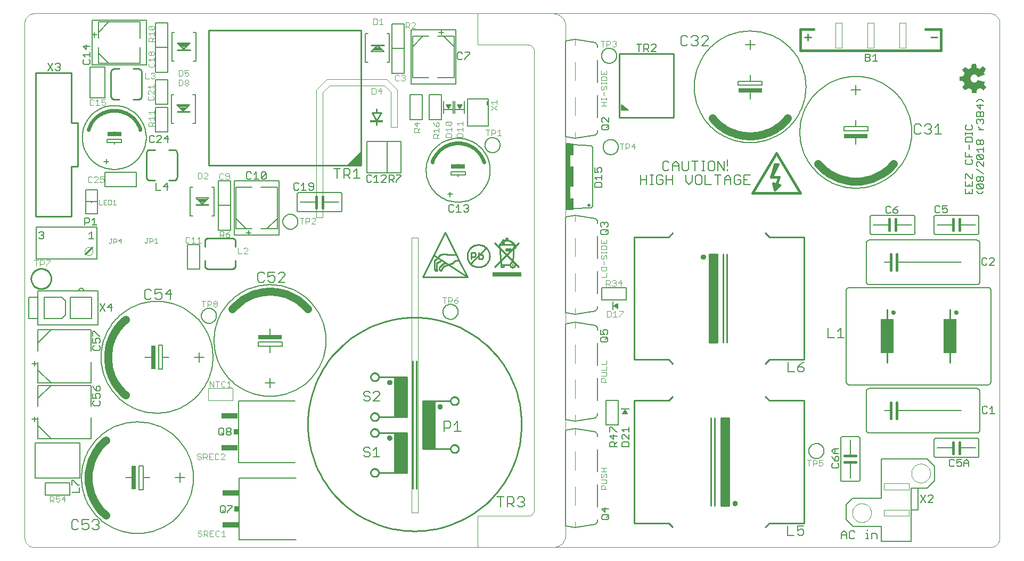
<source format=gto>
G75*
G70*
%OFA0B0*%
%FSLAX24Y24*%
%IPPOS*%
%LPD*%
%AMOC8*
5,1,8,0,0,1.08239X$1,22.5*
%
%ADD10C,0.0039*%
%ADD11R,0.0001X0.0149*%
%ADD12R,0.0001X0.0004*%
%ADD13R,0.0001X0.0010*%
%ADD14R,0.0001X0.0017*%
%ADD15R,0.0001X0.0023*%
%ADD16R,0.0001X0.0029*%
%ADD17R,0.0001X0.0034*%
%ADD18R,0.0001X0.0040*%
%ADD19R,0.0002X0.0043*%
%ADD20R,0.0001X0.0047*%
%ADD21R,0.0001X0.0050*%
%ADD22R,0.0001X0.0054*%
%ADD23R,0.0001X0.0059*%
%ADD24R,0.0001X0.0064*%
%ADD25R,0.0001X0.0015*%
%ADD26R,0.0001X0.0067*%
%ADD27R,0.0001X0.0020*%
%ADD28R,0.0001X0.0070*%
%ADD29R,0.0001X0.0024*%
%ADD30R,0.0001X0.0074*%
%ADD31R,0.0001X0.0027*%
%ADD32R,0.0001X0.0076*%
%ADD33R,0.0001X0.0030*%
%ADD34R,0.0002X0.0081*%
%ADD35R,0.0002X0.0036*%
%ADD36R,0.0001X0.0086*%
%ADD37R,0.0001X0.0044*%
%ADD38R,0.0001X0.0091*%
%ADD39R,0.0001X0.0046*%
%ADD40R,0.0001X0.0094*%
%ADD41R,0.0001X0.0096*%
%ADD42R,0.0001X0.0053*%
%ADD43R,0.0001X0.0099*%
%ADD44R,0.0001X0.0056*%
%ADD45R,0.0001X0.0104*%
%ADD46R,0.0001X0.0060*%
%ADD47R,0.0001X0.0108*%
%ADD48R,0.0001X0.0112*%
%ADD49R,0.0001X0.0117*%
%ADD50R,0.0001X0.0072*%
%ADD51R,0.0002X0.0120*%
%ADD52R,0.0002X0.0075*%
%ADD53R,0.0001X0.0123*%
%ADD54R,0.0001X0.0078*%
%ADD55R,0.0001X0.0126*%
%ADD56R,0.0001X0.0081*%
%ADD57R,0.0001X0.0131*%
%ADD58R,0.0001X0.0136*%
%ADD59R,0.0001X0.0090*%
%ADD60R,0.0001X0.0139*%
%ADD61R,0.0001X0.0144*%
%ADD62R,0.0001X0.0147*%
%ADD63R,0.0001X0.0101*%
%ADD64R,0.0001X0.0150*%
%ADD65R,0.0001X0.0102*%
%ADD66R,0.0001X0.0153*%
%ADD67R,0.0001X0.0106*%
%ADD68R,0.0002X0.0158*%
%ADD69R,0.0002X0.0109*%
%ADD70R,0.0001X0.0164*%
%ADD71R,0.0001X0.0115*%
%ADD72R,0.0001X0.0168*%
%ADD73R,0.0001X0.0120*%
%ADD74R,0.0001X0.0171*%
%ADD75R,0.0001X0.0123*%
%ADD76R,0.0001X0.0172*%
%ADD77R,0.0001X0.0125*%
%ADD78R,0.0001X0.0175*%
%ADD79R,0.0001X0.0128*%
%ADD80R,0.0001X0.0180*%
%ADD81R,0.0001X0.0132*%
%ADD82R,0.0001X0.0186*%
%ADD83R,0.0001X0.0191*%
%ADD84R,0.0001X0.0141*%
%ADD85R,0.0001X0.0194*%
%ADD86R,0.0001X0.0145*%
%ADD87R,0.0002X0.0196*%
%ADD88R,0.0002X0.0149*%
%ADD89R,0.0001X0.0199*%
%ADD90R,0.0001X0.0151*%
%ADD91R,0.0001X0.0204*%
%ADD92R,0.0001X0.0153*%
%ADD93R,0.0001X0.0207*%
%ADD94R,0.0001X0.0158*%
%ADD95R,0.0001X0.0211*%
%ADD96R,0.0001X0.0162*%
%ADD97R,0.0001X0.0216*%
%ADD98R,0.0001X0.0166*%
%ADD99R,0.0001X0.0219*%
%ADD100R,0.0001X0.0007*%
%ADD101R,0.0001X0.0169*%
%ADD102R,0.0001X0.0222*%
%ADD103R,0.0001X0.0011*%
%ADD104R,0.0001X0.0224*%
%ADD105R,0.0001X0.0014*%
%ADD106R,0.0001X0.0176*%
%ADD107R,0.0001X0.0228*%
%ADD108R,0.0001X0.0018*%
%ADD109R,0.0001X0.0179*%
%ADD110R,0.0002X0.0234*%
%ADD111R,0.0002X0.0024*%
%ADD112R,0.0002X0.0183*%
%ADD113R,0.0001X0.0239*%
%ADD114R,0.0001X0.0189*%
%ADD115R,0.0001X0.0241*%
%ADD116R,0.0001X0.0033*%
%ADD117R,0.0001X0.0012*%
%ADD118R,0.0001X0.0192*%
%ADD119R,0.0001X0.0243*%
%ADD120R,0.0001X0.0038*%
%ADD121R,0.0001X0.0246*%
%ADD122R,0.0001X0.0041*%
%ADD123R,0.0001X0.0019*%
%ADD124R,0.0001X0.0196*%
%ADD125R,0.0001X0.0250*%
%ADD126R,0.0001X0.0021*%
%ADD127R,0.0001X0.0201*%
%ADD128R,0.0001X0.0254*%
%ADD129R,0.0001X0.0048*%
%ADD130R,0.0001X0.0258*%
%ADD131R,0.0001X0.0054*%
%ADD132R,0.0001X0.0209*%
%ADD133R,0.0001X0.0263*%
%ADD134R,0.0001X0.0213*%
%ADD135R,0.0001X0.0267*%
%ADD136R,0.0001X0.0063*%
%ADD137R,0.0002X0.0270*%
%ADD138R,0.0002X0.0066*%
%ADD139R,0.0002X0.0045*%
%ADD140R,0.0002X0.0219*%
%ADD141R,0.0001X0.0271*%
%ADD142R,0.0001X0.0220*%
%ADD143R,0.0001X0.0274*%
%ADD144R,0.0001X0.0051*%
%ADD145R,0.0001X0.0223*%
%ADD146R,0.0001X0.0278*%
%ADD147R,0.0001X0.0282*%
%ADD148R,0.0001X0.0231*%
%ADD149R,0.0001X0.0288*%
%ADD150R,0.0001X0.0085*%
%ADD151R,0.0001X0.0236*%
%ADD152R,0.0001X0.0289*%
%ADD153R,0.0001X0.0087*%
%ADD154R,0.0001X0.0066*%
%ADD155R,0.0001X0.0292*%
%ADD156R,0.0001X0.0069*%
%ADD157R,0.0001X0.0297*%
%ADD158R,0.0001X0.0300*%
%ADD159R,0.0001X0.0075*%
%ADD160R,0.0002X0.0305*%
%ADD161R,0.0002X0.0101*%
%ADD162R,0.0002X0.0078*%
%ADD163R,0.0002X0.0251*%
%ADD164R,0.0001X0.0309*%
%ADD165R,0.0001X0.0105*%
%ADD166R,0.0001X0.0083*%
%ADD167R,0.0001X0.0255*%
%ADD168R,0.0001X0.0314*%
%ADD169R,0.0001X0.0110*%
%ADD170R,0.0001X0.0087*%
%ADD171R,0.0001X0.0316*%
%ADD172R,0.0001X0.0113*%
%ADD173R,0.0001X0.0262*%
%ADD174R,0.0001X0.0319*%
%ADD175R,0.0001X0.0114*%
%ADD176R,0.0001X0.0093*%
%ADD177R,0.0001X0.0266*%
%ADD178R,0.0001X0.0321*%
%ADD179R,0.0001X0.0096*%
%ADD180R,0.0001X0.0324*%
%ADD181R,0.0001X0.0270*%
%ADD182R,0.0001X0.0329*%
%ADD183R,0.0001X0.0124*%
%ADD184R,0.0001X0.0275*%
%ADD185R,0.0001X0.0333*%
%ADD186R,0.0001X0.0279*%
%ADD187R,0.0001X0.0336*%
%ADD188R,0.0001X0.0111*%
%ADD189R,0.0001X0.0284*%
%ADD190R,0.0002X0.0339*%
%ADD191R,0.0002X0.0134*%
%ADD192R,0.0002X0.0114*%
%ADD193R,0.0002X0.0286*%
%ADD194R,0.0001X0.0342*%
%ADD195R,0.0001X0.0116*%
%ADD196R,0.0001X0.0491*%
%ADD197R,0.0001X0.0492*%
%ADD198R,0.0001X0.0294*%
%ADD199R,0.0001X0.0495*%
%ADD200R,0.0001X0.0299*%
%ADD201R,0.0001X0.0496*%
%ADD202R,0.0001X0.0127*%
%ADD203R,0.0001X0.0301*%
%ADD204R,0.0001X0.0498*%
%ADD205R,0.0001X0.0304*%
%ADD206R,0.0001X0.0501*%
%ADD207R,0.0001X0.0134*%
%ADD208R,0.0001X0.0308*%
%ADD209R,0.0001X0.0135*%
%ADD210R,0.0001X0.0311*%
%ADD211R,0.0001X0.0504*%
%ADD212R,0.0001X0.0138*%
%ADD213R,0.0002X0.0504*%
%ADD214R,0.0002X0.0141*%
%ADD215R,0.0002X0.0318*%
%ADD216R,0.0001X0.0507*%
%ADD217R,0.0001X0.0323*%
%ADD218R,0.0001X0.0326*%
%ADD219R,0.0001X0.0508*%
%ADD220R,0.0001X0.0152*%
%ADD221R,0.0001X0.0330*%
%ADD222R,0.0001X0.0510*%
%ADD223R,0.0001X0.0494*%
%ADD224R,0.0001X0.0512*%
%ADD225R,0.0001X0.0500*%
%ADD226R,0.0001X0.0513*%
%ADD227R,0.0001X0.0501*%
%ADD228R,0.0002X0.0513*%
%ADD229R,0.0002X0.0501*%
%ADD230R,0.0001X0.0503*%
%ADD231R,0.0001X0.0504*%
%ADD232R,0.0001X0.0506*%
%ADD233R,0.0001X0.0513*%
%ADD234R,0.0001X0.0509*%
%ADD235R,0.0001X0.0511*%
%ADD236R,0.0001X0.0514*%
%ADD237R,0.0001X0.0516*%
%ADD238R,0.0002X0.0513*%
%ADD239R,0.0002X0.0519*%
%ADD240R,0.0001X0.0519*%
%ADD241R,0.0001X0.0520*%
%ADD242R,0.0001X0.0522*%
%ADD243R,0.0001X0.0507*%
%ADD244R,0.0002X0.0509*%
%ADD245R,0.0002X0.0520*%
%ADD246R,0.0001X0.0522*%
%ADD247R,0.0001X0.0505*%
%ADD248R,0.0001X0.0502*%
%ADD249R,0.0001X0.0521*%
%ADD250R,0.0002X0.0503*%
%ADD251R,0.0002X0.0519*%
%ADD252R,0.0001X0.0519*%
%ADD253R,0.0001X0.0499*%
%ADD254R,0.0001X0.0517*%
%ADD255R,0.0002X0.0495*%
%ADD256R,0.0002X0.0514*%
%ADD257R,0.0001X0.0515*%
%ADD258R,0.0001X0.0492*%
%ADD259R,0.0001X0.0490*%
%ADD260R,0.0002X0.0490*%
%ADD261R,0.0002X0.0511*%
%ADD262R,0.0001X0.0489*%
%ADD263R,0.0001X0.0489*%
%ADD264R,0.0001X0.0488*%
%ADD265R,0.0001X0.0485*%
%ADD266R,0.0001X0.0483*%
%ADD267R,0.0002X0.0483*%
%ADD268R,0.0002X0.0507*%
%ADD269R,0.0001X0.0483*%
%ADD270R,0.0001X0.0481*%
%ADD271R,0.0001X0.0480*%
%ADD272R,0.0002X0.0480*%
%ADD273R,0.0002X0.0501*%
%ADD274R,0.0001X0.0479*%
%ADD275R,0.0001X0.0477*%
%ADD276R,0.0001X0.0477*%
%ADD277R,0.0001X0.0475*%
%ADD278R,0.0001X0.0474*%
%ADD279R,0.0001X0.0472*%
%ADD280R,0.0002X0.0472*%
%ADD281R,0.0002X0.0498*%
%ADD282R,0.0001X0.0471*%
%ADD283R,0.0001X0.0473*%
%ADD284R,0.0001X0.0471*%
%ADD285R,0.0001X0.0470*%
%ADD286R,0.0001X0.0468*%
%ADD287R,0.0001X0.0469*%
%ADD288R,0.0002X0.0468*%
%ADD289R,0.0002X0.0491*%
%ADD290R,0.0001X0.0466*%
%ADD291R,0.0001X0.0465*%
%ADD292R,0.0001X0.0464*%
%ADD293R,0.0001X0.0462*%
%ADD294R,0.0002X0.0462*%
%ADD295R,0.0002X0.0489*%
%ADD296R,0.0001X0.0461*%
%ADD297R,0.0001X0.0460*%
%ADD298R,0.0001X0.0459*%
%ADD299R,0.0001X0.0484*%
%ADD300R,0.0001X0.0457*%
%ADD301R,0.0001X0.0459*%
%ADD302R,0.0002X0.0458*%
%ADD303R,0.0002X0.0484*%
%ADD304R,0.0001X0.0456*%
%ADD305R,0.0001X0.0455*%
%ADD306R,0.0001X0.0453*%
%ADD307R,0.0001X0.0451*%
%ADD308R,0.0001X0.0453*%
%ADD309R,0.0001X0.0450*%
%ADD310R,0.0002X0.0451*%
%ADD311R,0.0001X0.0478*%
%ADD312R,0.0001X0.0449*%
%ADD313R,0.0001X0.0476*%
%ADD314R,0.0001X0.0447*%
%ADD315R,0.0001X0.0474*%
%ADD316R,0.0002X0.0449*%
%ADD317R,0.0002X0.0476*%
%ADD318R,0.0001X0.0454*%
%ADD319R,0.0002X0.0469*%
%ADD320R,0.0001X0.0468*%
%ADD321R,0.0001X0.0467*%
%ADD322R,0.0002X0.0473*%
%ADD323R,0.0002X0.0468*%
%ADD324R,0.0002X0.0486*%
%ADD325R,0.0002X0.0474*%
%ADD326R,0.0001X0.0487*%
%ADD327R,0.0001X0.0497*%
%ADD328R,0.0001X0.0486*%
%ADD329R,0.0002X0.0500*%
%ADD330R,0.0002X0.0487*%
%ADD331R,0.0001X0.0498*%
%ADD332R,0.0002X0.0524*%
%ADD333R,0.0001X0.0524*%
%ADD334R,0.0001X0.0525*%
%ADD335R,0.0001X0.0528*%
%ADD336R,0.0001X0.0529*%
%ADD337R,0.0001X0.0533*%
%ADD338R,0.0001X0.0534*%
%ADD339R,0.0001X0.0523*%
%ADD340R,0.0001X0.0536*%
%ADD341R,0.0002X0.0537*%
%ADD342R,0.0002X0.0527*%
%ADD343R,0.0001X0.0537*%
%ADD344R,0.0001X0.0528*%
%ADD345R,0.0001X0.0539*%
%ADD346R,0.0001X0.0530*%
%ADD347R,0.0001X0.0540*%
%ADD348R,0.0001X0.0541*%
%ADD349R,0.0001X0.0531*%
%ADD350R,0.0001X0.0543*%
%ADD351R,0.0001X0.0544*%
%ADD352R,0.0002X0.0546*%
%ADD353R,0.0002X0.0536*%
%ADD354R,0.0001X0.0547*%
%ADD355R,0.0001X0.0551*%
%ADD356R,0.0001X0.0552*%
%ADD357R,0.0001X0.0554*%
%ADD358R,0.0001X0.0555*%
%ADD359R,0.0002X0.0555*%
%ADD360R,0.0002X0.0547*%
%ADD361R,0.0001X0.0549*%
%ADD362R,0.0001X0.0548*%
%ADD363R,0.0001X0.0538*%
%ADD364R,0.0001X0.0537*%
%ADD365R,0.0002X0.0533*%
%ADD366R,0.0001X0.0531*%
%ADD367R,0.0001X0.0526*%
%ADD368R,0.0001X0.0518*%
%ADD369R,0.0002X0.0498*%
%ADD370R,0.0002X0.0496*%
%ADD371R,0.0001X0.0486*%
%ADD372R,0.0002X0.0485*%
%ADD373R,0.0001X0.0482*%
%ADD374R,0.0002X0.0477*%
%ADD375R,0.0002X0.0530*%
%ADD376R,0.0002X0.0464*%
%ADD377R,0.0001X0.0561*%
%ADD378R,0.0001X0.0570*%
%ADD379R,0.0001X0.0576*%
%ADD380R,0.0001X0.0581*%
%ADD381R,0.0001X0.0585*%
%ADD382R,0.0001X0.0589*%
%ADD383R,0.0002X0.0600*%
%ADD384R,0.0001X0.0614*%
%ADD385R,0.0001X0.0623*%
%ADD386R,0.0001X0.0630*%
%ADD387R,0.0001X0.0633*%
%ADD388R,0.0001X0.0638*%
%ADD389R,0.0001X0.0645*%
%ADD390R,0.0001X0.0657*%
%ADD391R,0.0001X0.0556*%
%ADD392R,0.0001X0.0669*%
%ADD393R,0.0001X0.0674*%
%ADD394R,0.0001X0.0579*%
%ADD395R,0.0002X0.0676*%
%ADD396R,0.0002X0.0585*%
%ADD397R,0.0001X0.0678*%
%ADD398R,0.0001X0.0590*%
%ADD399R,0.0001X0.0679*%
%ADD400R,0.0001X0.0596*%
%ADD401R,0.0001X0.0681*%
%ADD402R,0.0001X0.0606*%
%ADD403R,0.0001X0.0620*%
%ADD404R,0.0001X0.0682*%
%ADD405R,0.0001X0.0633*%
%ADD406R,0.0001X0.0684*%
%ADD407R,0.0001X0.0639*%
%ADD408R,0.0001X0.0649*%
%ADD409R,0.0001X0.0684*%
%ADD410R,0.0001X0.0655*%
%ADD411R,0.0002X0.0683*%
%ADD412R,0.0002X0.0664*%
%ADD413R,0.0001X0.0683*%
%ADD414R,0.0001X0.0670*%
%ADD415R,0.0001X0.0671*%
%ADD416R,0.0001X0.0681*%
%ADD417R,0.0001X0.0672*%
%ADD418R,0.0001X0.0680*%
%ADD419R,0.0001X0.0675*%
%ADD420R,0.0001X0.0676*%
%ADD421R,0.0002X0.0680*%
%ADD422R,0.0002X0.0678*%
%ADD423R,0.0001X0.0678*%
%ADD424R,0.0002X0.0675*%
%ADD425R,0.0002X0.0672*%
%ADD426R,0.0001X0.0672*%
%ADD427R,0.0002X0.0671*%
%ADD428R,0.0002X0.0670*%
%ADD429R,0.0001X0.0669*%
%ADD430R,0.0001X0.0667*%
%ADD431R,0.0002X0.0669*%
%ADD432R,0.0002X0.0667*%
%ADD433R,0.0001X0.0668*%
%ADD434R,0.0001X0.0666*%
%ADD435R,0.0002X0.0668*%
%ADD436R,0.0002X0.0666*%
%ADD437R,0.0001X0.0666*%
%ADD438R,0.0001X0.0664*%
%ADD439R,0.0001X0.0663*%
%ADD440R,0.0002X0.0666*%
%ADD441R,0.0002X0.0663*%
%ADD442R,0.0001X0.0665*%
%ADD443R,0.0002X0.0674*%
%ADD444R,0.0001X0.0677*%
%ADD445R,0.0002X0.0678*%
%ADD446R,0.0002X0.0682*%
%ADD447R,0.0001X0.0686*%
%ADD448R,0.0002X0.0686*%
%ADD449R,0.0001X0.0687*%
%ADD450R,0.0001X0.0689*%
%ADD451R,0.0001X0.0653*%
%ADD452R,0.0001X0.0641*%
%ADD453R,0.0001X0.0626*%
%ADD454R,0.0001X0.0616*%
%ADD455R,0.0001X0.0687*%
%ADD456R,0.0001X0.0612*%
%ADD457R,0.0001X0.0688*%
%ADD458R,0.0001X0.0606*%
%ADD459R,0.0001X0.0601*%
%ADD460R,0.0002X0.0591*%
%ADD461R,0.0001X0.0567*%
%ADD462R,0.0001X0.0560*%
%ADD463R,0.0001X0.0659*%
%ADD464R,0.0001X0.0516*%
%ADD465R,0.0001X0.0639*%
%ADD466R,0.0002X0.0502*%
%ADD467R,0.0002X0.0633*%
%ADD468R,0.0001X0.0608*%
%ADD469R,0.0001X0.0582*%
%ADD470R,0.0001X0.0577*%
%ADD471R,0.0002X0.0569*%
%ADD472R,0.0001X0.0546*%
%ADD473R,0.0002X0.0486*%
%ADD474R,0.0001X0.0493*%
%ADD475R,0.0002X0.0516*%
%ADD476R,0.0001X0.0532*%
%ADD477R,0.0002X0.0534*%
%ADD478R,0.0002X0.0535*%
%ADD479R,0.0001X0.0543*%
%ADD480R,0.0001X0.0553*%
%ADD481R,0.0001X0.0559*%
%ADD482R,0.0001X0.0564*%
%ADD483R,0.0001X0.0564*%
%ADD484R,0.0001X0.0567*%
%ADD485R,0.0001X0.0569*%
%ADD486R,0.0002X0.0570*%
%ADD487R,0.0002X0.0571*%
%ADD488R,0.0001X0.0571*%
%ADD489R,0.0001X0.0573*%
%ADD490R,0.0001X0.0574*%
%ADD491R,0.0001X0.0576*%
%ADD492R,0.0001X0.0600*%
%ADD493R,0.0001X0.0611*%
%ADD494R,0.0001X0.0618*%
%ADD495R,0.0001X0.0621*%
%ADD496R,0.0001X0.1269*%
%ADD497R,0.0001X0.1267*%
%ADD498R,0.0001X0.1266*%
%ADD499R,0.0002X0.1266*%
%ADD500R,0.0001X0.1264*%
%ADD501R,0.0001X0.1261*%
%ADD502R,0.0001X0.1260*%
%ADD503R,0.0001X0.1259*%
%ADD504R,0.0001X0.1256*%
%ADD505R,0.0001X0.1254*%
%ADD506R,0.0001X0.1253*%
%ADD507R,0.0001X0.1251*%
%ADD508R,0.0002X0.1251*%
%ADD509R,0.0001X0.1248*%
%ADD510R,0.0001X0.1245*%
%ADD511R,0.0001X0.1244*%
%ADD512R,0.0001X0.1242*%
%ADD513R,0.0001X0.1239*%
%ADD514R,0.0001X0.1237*%
%ADD515R,0.0002X0.1236*%
%ADD516R,0.0001X0.1233*%
%ADD517R,0.0001X0.1230*%
%ADD518R,0.0001X0.1229*%
%ADD519R,0.0001X0.1227*%
%ADD520R,0.0001X0.1226*%
%ADD521R,0.0001X0.1224*%
%ADD522R,0.0002X0.1223*%
%ADD523R,0.0001X0.1219*%
%ADD524R,0.0001X0.1216*%
%ADD525R,0.0001X0.1215*%
%ADD526R,0.0001X0.1214*%
%ADD527R,0.0001X0.1212*%
%ADD528R,0.0001X0.1209*%
%ADD529R,0.0002X0.1207*%
%ADD530R,0.0001X0.1206*%
%ADD531R,0.0001X0.1204*%
%ADD532R,0.0001X0.1201*%
%ADD533R,0.0001X0.1200*%
%ADD534R,0.0001X0.1199*%
%ADD535R,0.0001X0.1196*%
%ADD536R,0.0001X0.1194*%
%ADD537R,0.0001X0.1193*%
%ADD538R,0.0001X0.1191*%
%ADD539R,0.0002X0.1191*%
%ADD540R,0.0001X0.1188*%
%ADD541R,0.0001X0.1185*%
%ADD542R,0.0001X0.1184*%
%ADD543R,0.0001X0.1181*%
%ADD544R,0.0001X0.1177*%
%ADD545R,0.0001X0.1176*%
%ADD546R,0.0001X0.1174*%
%ADD547R,0.0001X0.1173*%
%ADD548R,0.0002X0.1170*%
%ADD549R,0.0001X0.1170*%
%ADD550R,0.0001X0.1169*%
%ADD551R,0.0001X0.1166*%
%ADD552R,0.0001X0.1164*%
%ADD553R,0.0001X0.1163*%
%ADD554R,0.0002X0.1163*%
%ADD555R,0.0001X0.1167*%
%ADD556R,0.0001X0.1171*%
%ADD557R,0.0001X0.1179*%
%ADD558R,0.0001X0.1182*%
%ADD559R,0.0002X0.1182*%
%ADD560R,0.0001X0.1188*%
%ADD561R,0.0001X0.1190*%
%ADD562R,0.0001X0.1197*%
%ADD563R,0.0002X0.1204*%
%ADD564R,0.0001X0.1207*%
%ADD565R,0.0001X0.1210*%
%ADD566R,0.0001X0.1213*%
%ADD567R,0.0001X0.1217*%
%ADD568R,0.0001X0.1218*%
%ADD569R,0.0001X0.1220*%
%ADD570R,0.0001X0.1221*%
%ADD571R,0.0001X0.1223*%
%ADD572R,0.0002X0.1226*%
%ADD573R,0.0001X0.1236*%
%ADD574R,0.0001X0.1239*%
%ADD575R,0.0001X0.1240*%
%ADD576R,0.0001X0.1243*%
%ADD577R,0.0002X0.1248*%
%ADD578R,0.0001X0.1248*%
%ADD579R,0.0001X0.1251*%
%ADD580R,0.0001X0.1257*%
%ADD581R,0.0001X0.1263*%
%ADD582R,0.0002X0.1267*%
%ADD583R,0.0001X0.1270*%
%ADD584R,0.0001X0.1274*%
%ADD585R,0.0001X0.1275*%
%ADD586R,0.0001X0.1278*%
%ADD587R,0.0001X0.1280*%
%ADD588R,0.0001X0.1281*%
%ADD589R,0.0001X0.1284*%
%ADD590R,0.0001X0.1286*%
%ADD591R,0.0001X0.1289*%
%ADD592R,0.0002X0.1290*%
%ADD593R,0.0001X0.1291*%
%ADD594R,0.0001X0.1294*%
%ADD595R,0.0001X0.1296*%
%ADD596R,0.0001X0.1299*%
%ADD597R,0.0001X0.1300*%
%ADD598R,0.0001X0.1302*%
%ADD599R,0.0001X0.1304*%
%ADD600R,0.0001X0.1306*%
%ADD601R,0.0001X0.1308*%
%ADD602R,0.0002X0.1311*%
%ADD603R,0.0001X0.1313*%
%ADD604R,0.0001X0.1316*%
%ADD605R,0.0001X0.1317*%
%ADD606R,0.0001X0.1320*%
%ADD607R,0.0001X0.1323*%
%ADD608R,0.0001X0.1326*%
%ADD609R,0.0001X0.1329*%
%ADD610R,0.0002X0.1332*%
%ADD611R,0.0001X0.1335*%
%ADD612R,0.0001X0.1336*%
%ADD613R,0.0001X0.1340*%
%ADD614R,0.0001X0.1343*%
%ADD615R,0.0001X0.1346*%
%ADD616R,0.0001X0.1347*%
%ADD617R,0.0001X0.1350*%
%ADD618R,0.0002X0.1353*%
%ADD619R,0.0001X0.1356*%
%ADD620R,0.0001X0.1357*%
%ADD621R,0.0001X0.1360*%
%ADD622R,0.0001X0.1364*%
%ADD623R,0.0001X0.1365*%
%ADD624R,0.0001X0.1368*%
%ADD625R,0.0001X0.1369*%
%ADD626R,0.0001X0.1373*%
%ADD627R,0.0002X0.1374*%
%ADD628R,0.0001X0.1377*%
%ADD629R,0.0001X0.1379*%
%ADD630R,0.0001X0.1380*%
%ADD631R,0.0001X0.1383*%
%ADD632R,0.0001X0.1386*%
%ADD633R,0.0001X0.1387*%
%ADD634R,0.0001X0.1391*%
%ADD635R,0.0001X0.1394*%
%ADD636R,0.0002X0.1395*%
%ADD637R,0.0001X0.1398*%
%ADD638R,0.0001X0.1401*%
%ADD639R,0.0001X0.1403*%
%ADD640R,0.0001X0.1406*%
%ADD641R,0.0001X0.1407*%
%ADD642R,0.0001X0.1409*%
%ADD643R,0.0001X0.1411*%
%ADD644R,0.0001X0.1414*%
%ADD645R,0.0002X0.1416*%
%ADD646R,0.0001X0.1419*%
%ADD647R,0.0001X0.1421*%
%ADD648R,0.0001X0.1422*%
%ADD649R,0.0001X0.1424*%
%ADD650R,0.0001X0.1426*%
%ADD651R,0.0001X0.1428*%
%ADD652R,0.0002X0.1429*%
%ADD653R,0.0001X0.1429*%
%ADD654R,0.0001X0.1425*%
%ADD655R,0.0002X0.1421*%
%ADD656R,0.0001X0.1418*%
%ADD657R,0.0001X0.1416*%
%ADD658R,0.0001X0.1413*%
%ADD659R,0.0001X0.1410*%
%ADD660R,0.0001X0.1404*%
%ADD661R,0.0001X0.1401*%
%ADD662R,0.0001X0.0346*%
%ADD663R,0.0001X0.1044*%
%ADD664R,0.0002X0.0342*%
%ADD665R,0.0002X0.1040*%
%ADD666R,0.0001X0.0337*%
%ADD667R,0.0001X0.1034*%
%ADD668R,0.0001X0.0357*%
%ADD669R,0.0001X0.0660*%
%ADD670R,0.0001X0.0353*%
%ADD671R,0.0001X0.0327*%
%ADD672R,0.0001X0.0349*%
%ADD673R,0.0001X0.0321*%
%ADD674R,0.0001X0.0648*%
%ADD675R,0.0001X0.0344*%
%ADD676R,0.0001X0.0317*%
%ADD677R,0.0001X0.0339*%
%ADD678R,0.0001X0.0312*%
%ADD679R,0.0001X0.0631*%
%ADD680R,0.0001X0.0334*%
%ADD681R,0.0001X0.0309*%
%ADD682R,0.0002X0.0307*%
%ADD683R,0.0002X0.0623*%
%ADD684R,0.0002X0.0327*%
%ADD685R,0.0001X0.0618*%
%ADD686R,0.0001X0.0297*%
%ADD687R,0.0001X0.0607*%
%ADD688R,0.0001X0.0320*%
%ADD689R,0.0001X0.0293*%
%ADD690R,0.0001X0.0599*%
%ADD691R,0.0001X0.0313*%
%ADD692R,0.0001X0.0285*%
%ADD693R,0.0001X0.0584*%
%ADD694R,0.0001X0.0303*%
%ADD695R,0.0001X0.0281*%
%ADD696R,0.0002X0.0273*%
%ADD697R,0.0002X0.0563*%
%ADD698R,0.0002X0.0293*%
%ADD699R,0.0001X0.0264*%
%ADD700R,0.0001X0.0259*%
%ADD701R,0.0001X0.0256*%
%ADD702R,0.0001X0.0276*%
%ADD703R,0.0001X0.0252*%
%ADD704R,0.0001X0.0273*%
%ADD705R,0.0001X0.0248*%
%ADD706R,0.0001X0.0269*%
%ADD707R,0.0001X0.0245*%
%ADD708R,0.0001X0.0240*%
%ADD709R,0.0002X0.0237*%
%ADD710R,0.0002X0.0256*%
%ADD711R,0.0001X0.0234*%
%ADD712R,0.0001X0.0232*%
%ADD713R,0.0001X0.0251*%
%ADD714R,0.0001X0.0228*%
%ADD715R,0.0001X0.0246*%
%ADD716R,0.0001X0.0456*%
%ADD717R,0.0001X0.0219*%
%ADD718R,0.0001X0.0444*%
%ADD719R,0.0001X0.0237*%
%ADD720R,0.0001X0.0214*%
%ADD721R,0.0001X0.0436*%
%ADD722R,0.0001X0.0432*%
%ADD723R,0.0001X0.0231*%
%ADD724R,0.0001X0.0210*%
%ADD725R,0.0001X0.0426*%
%ADD726R,0.0001X0.0420*%
%ADD727R,0.0001X0.0226*%
%ADD728R,0.0002X0.0204*%
%ADD729R,0.0002X0.0409*%
%ADD730R,0.0002X0.0222*%
%ADD731R,0.0001X0.0391*%
%ADD732R,0.0001X0.0217*%
%ADD733R,0.0001X0.0376*%
%ADD734R,0.0001X0.0368*%
%ADD735R,0.0001X0.0189*%
%ADD736R,0.0001X0.0361*%
%ADD737R,0.0001X0.0206*%
%ADD738R,0.0001X0.0186*%
%ADD739R,0.0001X0.0356*%
%ADD740R,0.0001X0.0181*%
%ADD741R,0.0001X0.0345*%
%ADD742R,0.0001X0.0173*%
%ADD743R,0.0001X0.0331*%
%ADD744R,0.0001X0.0190*%
%ADD745R,0.0001X0.0168*%
%ADD746R,0.0002X0.0165*%
%ADD747R,0.0001X0.0162*%
%ADD748R,0.0001X0.0159*%
%ADD749R,0.0001X0.0177*%
%ADD750R,0.0001X0.0156*%
%ADD751R,0.0001X0.0324*%
%ADD752R,0.0001X0.0174*%
%ADD753R,0.0001X0.0167*%
%ADD754R,0.0001X0.0146*%
%ADD755R,0.0001X0.0163*%
%ADD756R,0.0001X0.0141*%
%ADD757R,0.0001X0.0140*%
%ADD758R,0.0001X0.0137*%
%ADD759R,0.0001X0.0133*%
%ADD760R,0.0002X0.0129*%
%ADD761R,0.0002X0.0321*%
%ADD762R,0.0002X0.0146*%
%ADD763R,0.0001X0.0119*%
%ADD764R,0.0001X0.0129*%
%ADD765R,0.0001X0.0111*%
%ADD766R,0.0001X0.0126*%
%ADD767R,0.0001X0.0318*%
%ADD768R,0.0001X0.0097*%
%ADD769R,0.0001X0.0315*%
%ADD770R,0.0002X0.0089*%
%ADD771R,0.0002X0.0315*%
%ADD772R,0.0002X0.0105*%
%ADD773R,0.0001X0.0079*%
%ADD774R,0.0001X0.0089*%
%ADD775R,0.0001X0.0069*%
%ADD776R,0.0001X0.0084*%
%ADD777R,0.0001X0.0057*%
%ADD778R,0.0002X0.0052*%
%ADD779R,0.0002X0.0311*%
%ADD780R,0.0002X0.0066*%
%ADD781R,0.0001X0.0061*%
%ADD782R,0.0001X0.0042*%
%ADD783R,0.0001X0.0055*%
%ADD784R,0.0001X0.0039*%
%ADD785R,0.0001X0.0052*%
%ADD786R,0.0001X0.0036*%
%ADD787R,0.0001X0.0049*%
%ADD788R,0.0001X0.0307*%
%ADD789R,0.0001X0.0045*%
%ADD790R,0.0001X0.0022*%
%ADD791R,0.0001X0.0035*%
%ADD792R,0.0002X0.0025*%
%ADD793R,0.0001X0.0306*%
%ADD794R,0.0001X0.0018*%
%ADD795R,0.0001X0.0008*%
%ADD796R,0.0002X0.0300*%
%ADD797R,0.0001X0.0296*%
%ADD798R,0.0002X0.0294*%
%ADD799R,0.0001X0.0294*%
%ADD800R,0.0001X0.0291*%
%ADD801R,0.0002X0.0291*%
%ADD802R,0.0001X0.0286*%
%ADD803R,0.0002X0.0281*%
%ADD804R,0.0001X0.0277*%
%ADD805R,0.0001X0.0276*%
%ADD806R,0.0002X0.0266*%
%ADD807R,0.0001X0.0264*%
%ADD808R,0.0001X0.0261*%
%ADD809R,0.0002X0.0259*%
%ADD810R,0.0002X0.0254*%
%ADD811R,0.0002X0.0248*%
%ADD812R,0.0002X0.0218*%
%ADD813R,0.0001X0.0157*%
%ADD814C,0.0050*%
%ADD815C,0.0160*%
%ADD816C,0.0040*%
%ADD817C,0.0070*%
%ADD818C,0.0060*%
%ADD819C,0.0030*%
%ADD820C,0.0100*%
%ADD821R,0.0787X0.2165*%
%ADD822C,0.0138*%
%ADD823C,0.0000*%
%ADD824C,0.0020*%
%ADD825R,0.0079X0.0551*%
%ADD826C,0.0200*%
%ADD827R,0.0300X0.4200*%
%ADD828R,0.0200X0.0750*%
%ADD829R,0.0200X0.1300*%
%ADD830R,0.0551X0.0079*%
%ADD831C,0.0150*%
%ADD832R,0.0472X0.5512*%
%ADD833C,0.0080*%
%ADD834R,0.0300X0.0340*%
%ADD835R,0.1020X0.0354*%
%ADD836C,0.0500*%
%ADD837R,0.1500X0.0250*%
%ADD838R,0.0250X0.1500*%
%ADD839R,0.0079X0.0079*%
%ADD840R,0.0827X0.0118*%
%ADD841R,0.0900X0.0250*%
%ADD842C,0.0240*%
%ADD843R,0.0750X0.2500*%
%ADD844R,0.0750X0.3000*%
%ADD845C,0.0120*%
%ADD846R,0.1800X0.0300*%
D10*
X002922Y001487D02*
X062764Y001487D01*
X062810Y001489D01*
X062856Y001494D01*
X062902Y001503D01*
X062947Y001516D01*
X062990Y001532D01*
X063032Y001551D01*
X063073Y001574D01*
X063111Y001600D01*
X063148Y001629D01*
X063182Y001660D01*
X063213Y001694D01*
X063242Y001731D01*
X063268Y001769D01*
X063291Y001810D01*
X063310Y001852D01*
X063326Y001895D01*
X063339Y001940D01*
X063348Y001986D01*
X063353Y002032D01*
X063355Y002078D01*
X063355Y034361D01*
X063353Y034407D01*
X063348Y034453D01*
X063339Y034499D01*
X063326Y034544D01*
X063310Y034587D01*
X063291Y034629D01*
X063268Y034670D01*
X063242Y034708D01*
X063213Y034745D01*
X063182Y034779D01*
X063148Y034810D01*
X063111Y034839D01*
X063073Y034865D01*
X063032Y034888D01*
X062990Y034907D01*
X062947Y034923D01*
X062902Y034936D01*
X062856Y034945D01*
X062810Y034950D01*
X062764Y034952D01*
X002922Y034952D01*
X002876Y034950D01*
X002830Y034945D01*
X002784Y034936D01*
X002739Y034923D01*
X002696Y034907D01*
X002654Y034888D01*
X002613Y034865D01*
X002575Y034839D01*
X002538Y034810D01*
X002504Y034779D01*
X002473Y034745D01*
X002444Y034708D01*
X002418Y034670D01*
X002395Y034629D01*
X002376Y034587D01*
X002360Y034544D01*
X002347Y034499D01*
X002338Y034453D01*
X002333Y034407D01*
X002331Y034361D01*
X002331Y002078D01*
X002333Y002032D01*
X002338Y001986D01*
X002347Y001940D01*
X002360Y001895D01*
X002376Y001852D01*
X002395Y001810D01*
X002418Y001769D01*
X002444Y001731D01*
X002473Y001694D01*
X002504Y001660D01*
X002538Y001629D01*
X002575Y001600D01*
X002613Y001574D01*
X002654Y001551D01*
X002696Y001532D01*
X002739Y001516D01*
X002784Y001503D01*
X002830Y001494D01*
X002876Y001489D01*
X002922Y001487D01*
X030677Y001487D02*
X030677Y003456D01*
X033827Y003456D01*
X033866Y003458D01*
X033904Y003464D01*
X033941Y003473D01*
X033978Y003486D01*
X034013Y003503D01*
X034046Y003522D01*
X034077Y003545D01*
X034106Y003571D01*
X034132Y003600D01*
X034155Y003631D01*
X034174Y003664D01*
X034191Y003699D01*
X034204Y003736D01*
X034213Y003773D01*
X034219Y003811D01*
X034221Y003850D01*
X034221Y032590D01*
X034219Y032629D01*
X034213Y032667D01*
X034204Y032704D01*
X034191Y032741D01*
X034174Y032776D01*
X034155Y032809D01*
X034132Y032840D01*
X034106Y032869D01*
X034077Y032895D01*
X034046Y032918D01*
X034013Y032937D01*
X033978Y032954D01*
X033941Y032967D01*
X033904Y032976D01*
X033866Y032982D01*
X033827Y032984D01*
X033827Y032983D02*
X030677Y032983D01*
X030677Y034952D01*
X035402Y034952D01*
X035456Y034950D01*
X035509Y034945D01*
X035562Y034936D01*
X035614Y034923D01*
X035666Y034907D01*
X035716Y034887D01*
X035764Y034864D01*
X035811Y034837D01*
X035856Y034808D01*
X035899Y034775D01*
X035939Y034740D01*
X035977Y034702D01*
X036012Y034662D01*
X036045Y034619D01*
X036074Y034574D01*
X036101Y034527D01*
X036124Y034479D01*
X036144Y034429D01*
X036160Y034377D01*
X036173Y034325D01*
X036182Y034272D01*
X036187Y034219D01*
X036189Y034165D01*
X036189Y002275D01*
X036187Y002221D01*
X036182Y002168D01*
X036173Y002115D01*
X036160Y002063D01*
X036144Y002011D01*
X036124Y001961D01*
X036101Y001913D01*
X036074Y001866D01*
X036045Y001821D01*
X036012Y001778D01*
X035977Y001738D01*
X035939Y001700D01*
X035899Y001665D01*
X035856Y001632D01*
X035811Y001603D01*
X035764Y001576D01*
X035716Y001553D01*
X035666Y001533D01*
X035614Y001517D01*
X035562Y001504D01*
X035509Y001495D01*
X035456Y001490D01*
X035402Y001488D01*
X035402Y001487D02*
X030677Y001487D01*
X056125Y003451D02*
X056125Y003845D01*
X057700Y003845D01*
X057700Y003451D01*
X056125Y003451D01*
X056125Y005105D02*
X056125Y005499D01*
X057700Y005499D01*
X057700Y005105D01*
X056125Y005105D01*
X055481Y032780D02*
X055088Y032780D01*
X055088Y034355D01*
X055481Y034355D01*
X055481Y032780D01*
X057088Y032780D02*
X057481Y032780D01*
X057481Y034355D01*
X057088Y034355D01*
X057088Y032780D01*
X053481Y032780D02*
X053088Y032780D01*
X053088Y034355D01*
X053481Y034355D01*
X053481Y032780D01*
D11*
X061943Y030603D03*
D12*
X062514Y030314D03*
X062427Y031134D03*
X062498Y031452D03*
D13*
X062513Y030314D03*
D14*
X062511Y030314D03*
D15*
X062510Y030314D03*
D16*
X062508Y030314D03*
X061070Y030323D03*
D17*
X062507Y030314D03*
X062418Y031139D03*
D18*
X062417Y031140D03*
X062505Y030314D03*
D19*
X062504Y030314D03*
D20*
X062502Y030314D03*
D21*
X062501Y030314D03*
X062484Y031452D03*
D22*
X062499Y030314D03*
D23*
X062498Y030315D03*
X062417Y030616D03*
X062408Y031148D03*
D24*
X062406Y031149D03*
X062478Y031451D03*
X062496Y030315D03*
D25*
X062424Y031133D03*
X062496Y031453D03*
D26*
X062477Y031451D03*
X062412Y030614D03*
X062495Y030315D03*
D27*
X062495Y031452D03*
D28*
X062402Y031152D03*
X062411Y030612D03*
X062493Y030315D03*
D29*
X062493Y031453D03*
D30*
X062492Y030315D03*
D31*
X062420Y031136D03*
X062492Y031453D03*
D32*
X062409Y030610D03*
X062490Y030315D03*
D33*
X062427Y030626D03*
X061065Y031415D03*
X062490Y031453D03*
D34*
X062489Y030316D03*
D35*
X062489Y031453D03*
D36*
X062469Y031449D03*
X062487Y030316D03*
D37*
X062421Y030623D03*
X062415Y031142D03*
X062487Y031452D03*
D38*
X062394Y031158D03*
X062402Y030604D03*
X062486Y030316D03*
X061095Y030326D03*
D39*
X061077Y030324D03*
X062486Y031452D03*
D40*
X062466Y031449D03*
X061089Y031413D03*
X060878Y030855D03*
X062400Y030603D03*
X062484Y030316D03*
D41*
X062483Y030317D03*
D42*
X062483Y031452D03*
D43*
X062465Y031448D03*
X062390Y031160D03*
X062481Y030317D03*
X061091Y031412D03*
D44*
X062481Y031452D03*
D45*
X062480Y030318D03*
D46*
X061082Y030325D03*
X062480Y031451D03*
D47*
X062387Y031163D03*
X062478Y030317D03*
X061095Y031412D03*
D48*
X062477Y030318D03*
D49*
X062475Y030319D03*
X062391Y030596D03*
X062381Y031166D03*
X061098Y031411D03*
D50*
X061080Y031414D03*
X062475Y031450D03*
D51*
X062474Y030319D03*
D52*
X062474Y031450D03*
D53*
X061100Y031411D03*
X061107Y030328D03*
X062472Y030319D03*
D54*
X061083Y031414D03*
X062472Y031450D03*
D55*
X062471Y030319D03*
D56*
X062408Y030608D03*
X061085Y031414D03*
X062471Y031450D03*
D57*
X062375Y031172D03*
X062469Y030320D03*
D58*
X062468Y030320D03*
X062382Y030590D03*
X062448Y031446D03*
D59*
X062468Y031448D03*
X062403Y030605D03*
D60*
X062466Y030320D03*
D61*
X062465Y030320D03*
D62*
X062463Y030320D03*
X062366Y031175D03*
D63*
X062463Y031448D03*
D64*
X061110Y031409D03*
X061118Y030329D03*
X062462Y030320D03*
D65*
X061098Y030326D03*
X061092Y031412D03*
X062462Y031448D03*
D66*
X062460Y030320D03*
D67*
X062460Y031448D03*
D68*
X062459Y030321D03*
D69*
X062459Y031448D03*
D70*
X062457Y030321D03*
D71*
X062457Y031448D03*
D72*
X062456Y030322D03*
D73*
X062390Y030596D03*
X062379Y031168D03*
X062456Y031447D03*
D74*
X062454Y030322D03*
D75*
X062454Y031447D03*
D76*
X062433Y031443D03*
X062453Y030323D03*
D77*
X062453Y031446D03*
D78*
X062451Y030323D03*
D79*
X062387Y030593D03*
X062451Y031446D03*
D80*
X061122Y031408D03*
X062450Y030322D03*
D81*
X062385Y030592D03*
X061104Y031411D03*
X062450Y031445D03*
D82*
X062448Y030323D03*
D83*
X062447Y030324D03*
X061134Y030332D03*
D84*
X062447Y031445D03*
D85*
X062424Y031442D03*
X062445Y030324D03*
X061136Y030332D03*
X060881Y030873D03*
D86*
X062367Y031175D03*
X062445Y031445D03*
D87*
X062444Y030324D03*
D88*
X062444Y031444D03*
D89*
X062442Y030324D03*
X061137Y030332D03*
D90*
X062442Y031444D03*
D91*
X062420Y031441D03*
X061131Y031406D03*
X062441Y030325D03*
D92*
X061112Y031409D03*
X062441Y031444D03*
D93*
X062439Y030325D03*
X061140Y030332D03*
D94*
X062439Y031445D03*
D95*
X062438Y030326D03*
D96*
X062438Y031444D03*
D97*
X062415Y031439D03*
X062436Y030326D03*
D98*
X062436Y031443D03*
D99*
X062435Y030326D03*
D100*
X062435Y030631D03*
D101*
X062435Y031443D03*
D102*
X062433Y030326D03*
D103*
X062433Y030632D03*
D104*
X062432Y030327D03*
X061148Y030333D03*
X060885Y030875D03*
D105*
X062432Y030632D03*
D106*
X062432Y031443D03*
D107*
X062409Y031438D03*
X062430Y030328D03*
D108*
X062430Y030629D03*
D109*
X061128Y030330D03*
X062430Y031443D03*
D110*
X062429Y030328D03*
D111*
X062429Y030628D03*
D112*
X061124Y031408D03*
X062429Y031442D03*
D113*
X062405Y031437D03*
X062427Y030329D03*
D114*
X062427Y031442D03*
D115*
X062403Y031437D03*
X061148Y031403D03*
X062426Y030329D03*
D116*
X062426Y030625D03*
X061071Y030323D03*
D117*
X061067Y030323D03*
X062426Y031133D03*
D118*
X062426Y031442D03*
D119*
X062402Y031436D03*
X062424Y030329D03*
X060893Y030874D03*
D120*
X062424Y030624D03*
D121*
X062423Y030329D03*
X062400Y031436D03*
D122*
X062423Y030624D03*
D123*
X062423Y031134D03*
D124*
X062423Y031442D03*
X061128Y031407D03*
D125*
X062421Y030330D03*
D126*
X062421Y031135D03*
D127*
X062421Y031441D03*
X061130Y031406D03*
D128*
X061152Y031401D03*
X060918Y030873D03*
X060917Y030873D03*
X060915Y030873D03*
X060912Y030873D03*
X062420Y030330D03*
D129*
X062420Y030622D03*
X062412Y031142D03*
X061071Y031415D03*
D130*
X061155Y031400D03*
X060926Y030874D03*
X062396Y031435D03*
X062418Y030331D03*
D131*
X062418Y030619D03*
X062409Y031145D03*
D132*
X062418Y031440D03*
X061134Y031406D03*
D133*
X062417Y030331D03*
D134*
X061143Y030332D03*
X061136Y031405D03*
X062417Y031439D03*
D135*
X062391Y031433D03*
X062415Y030332D03*
X061167Y030338D03*
X060947Y030872D03*
X060945Y030872D03*
D136*
X061083Y030325D03*
X062415Y030616D03*
D137*
X062414Y030332D03*
X060959Y030872D03*
D138*
X062414Y030614D03*
D139*
X062414Y031142D03*
D140*
X062414Y031439D03*
D141*
X060969Y030873D03*
X060968Y030873D03*
X060966Y030873D03*
X060965Y030873D03*
X060963Y030873D03*
X062412Y030333D03*
D142*
X062412Y031439D03*
D143*
X060977Y030873D03*
X062411Y030333D03*
D144*
X062411Y031144D03*
D145*
X062411Y031439D03*
D146*
X061163Y031398D03*
X061170Y030339D03*
X062409Y030333D03*
D147*
X062408Y030334D03*
X061173Y030340D03*
X060993Y030872D03*
X060992Y030872D03*
D148*
X062408Y031438D03*
D149*
X062382Y031432D03*
X062406Y030334D03*
X061176Y030340D03*
X061014Y030872D03*
X061013Y030872D03*
X061011Y030872D03*
X061010Y030872D03*
X061008Y030872D03*
X061007Y030872D03*
X061005Y030872D03*
X061167Y031397D03*
D150*
X062406Y030606D03*
D151*
X062406Y031437D03*
D152*
X062381Y031431D03*
X062405Y030335D03*
D153*
X062405Y030605D03*
D154*
X062405Y031150D03*
X061085Y030325D03*
D155*
X062403Y030335D03*
D156*
X062403Y031151D03*
D157*
X062402Y030335D03*
D158*
X062400Y030335D03*
X061050Y030871D03*
X061047Y030871D03*
X061046Y030871D03*
X061172Y031396D03*
D159*
X061082Y031414D03*
X061088Y030325D03*
X062400Y031153D03*
D160*
X062399Y030336D03*
D161*
X062399Y030602D03*
D162*
X062399Y031154D03*
D163*
X062399Y031435D03*
D164*
X061074Y030872D03*
X061073Y030872D03*
X061071Y030872D03*
X062397Y030337D03*
D165*
X062397Y030599D03*
X062388Y031162D03*
X061100Y030326D03*
D166*
X061091Y030326D03*
X062397Y031156D03*
D167*
X062397Y031435D03*
X060920Y030874D03*
D168*
X061085Y030872D03*
X061086Y030872D03*
X061088Y030872D03*
X061089Y030872D03*
X061091Y030872D03*
X062370Y031428D03*
X062396Y030338D03*
D169*
X062396Y030599D03*
D170*
X062396Y031157D03*
X061092Y030325D03*
D171*
X061097Y030870D03*
X061098Y030870D03*
X062394Y030338D03*
D172*
X062394Y030599D03*
X061103Y030327D03*
X061097Y031411D03*
D173*
X061157Y031400D03*
X060936Y030873D03*
X060935Y030873D03*
X060933Y030873D03*
X061164Y030338D03*
X062394Y031434D03*
D174*
X062393Y030338D03*
D175*
X062393Y030598D03*
D176*
X062393Y031159D03*
D177*
X062393Y031434D03*
X060942Y030873D03*
X060941Y030873D03*
X060939Y030873D03*
D178*
X062391Y030338D03*
D179*
X062391Y031159D03*
D180*
X062390Y030338D03*
D181*
X062390Y031433D03*
X060962Y030872D03*
X060960Y030872D03*
X060957Y030872D03*
X060956Y030872D03*
D182*
X061125Y030871D03*
X062388Y030339D03*
D183*
X062388Y030594D03*
X062378Y031169D03*
D184*
X062388Y031433D03*
D185*
X062387Y030340D03*
X061196Y030344D03*
D186*
X060987Y030872D03*
X060986Y030872D03*
X062387Y031432D03*
D187*
X062385Y030340D03*
X061128Y030872D03*
D188*
X062385Y031165D03*
D189*
X062385Y031431D03*
X061166Y031398D03*
X060996Y030872D03*
X060995Y030872D03*
D190*
X062384Y030340D03*
D191*
X062384Y030591D03*
D192*
X062384Y031165D03*
D193*
X062384Y031431D03*
X061004Y030872D03*
D194*
X062382Y030340D03*
D195*
X062382Y031166D03*
X061104Y030327D03*
D196*
X061941Y030430D03*
X061968Y030455D03*
X062276Y030452D03*
X062381Y030413D03*
X062207Y031284D03*
X062210Y031285D03*
X062363Y031345D03*
D197*
X062225Y031294D03*
X062222Y031292D03*
X062220Y031292D03*
X062217Y031291D03*
X061974Y031286D03*
X061598Y031285D03*
X061596Y031283D03*
X061595Y031282D03*
X061631Y030430D03*
X061970Y030455D03*
X061971Y030457D03*
X062283Y030446D03*
X062286Y030445D03*
X062289Y030443D03*
X062379Y030412D03*
D198*
X062379Y031430D03*
D199*
X062360Y031346D03*
X062228Y031295D03*
X062088Y031243D03*
X061592Y031280D03*
X061593Y030464D03*
X061974Y030458D03*
X061976Y030460D03*
X062105Y030509D03*
X062106Y030509D03*
X062292Y030442D03*
X062378Y030412D03*
D200*
X062378Y031429D03*
X061044Y030871D03*
D201*
X061590Y030467D03*
X061592Y030465D03*
X061940Y030426D03*
X062295Y030440D03*
X062297Y030440D03*
X062376Y030411D03*
X062087Y031242D03*
X062229Y031296D03*
X062231Y031298D03*
X062358Y031347D03*
X061590Y031278D03*
D202*
X062376Y031170D03*
D203*
X062376Y031428D03*
X061181Y030342D03*
D204*
X061632Y030427D03*
X061977Y030461D03*
X062298Y030439D03*
X062301Y030437D03*
X062375Y030410D03*
X062232Y031298D03*
X062235Y031300D03*
X062237Y031300D03*
X062238Y031301D03*
D205*
X062375Y031428D03*
X061175Y031395D03*
X061059Y030871D03*
X061058Y030871D03*
X061056Y030871D03*
X061182Y030342D03*
D206*
X061586Y030469D03*
X062372Y030410D03*
X062373Y030410D03*
X062252Y031309D03*
X061983Y031279D03*
D207*
X062373Y031172D03*
D208*
X062373Y031428D03*
D209*
X062372Y031172D03*
X061106Y031411D03*
D210*
X061083Y030872D03*
X061082Y030872D03*
X061080Y030872D03*
X061077Y030872D03*
X061076Y030872D03*
X062372Y031428D03*
D211*
X062258Y031312D03*
X062256Y031310D03*
X062316Y030428D03*
X062318Y030428D03*
X062319Y030427D03*
X062370Y030410D03*
X061584Y030470D03*
X061583Y030472D03*
D212*
X062370Y031172D03*
D213*
X062369Y030410D03*
D214*
X062369Y031174D03*
D215*
X062369Y031427D03*
D216*
X062322Y030425D03*
X062366Y030410D03*
X062367Y030410D03*
D217*
X062367Y031426D03*
X061181Y031394D03*
X061115Y030870D03*
X061113Y030870D03*
X061112Y030870D03*
X061110Y030870D03*
D218*
X061121Y030870D03*
X061191Y030344D03*
X062366Y031425D03*
D219*
X062364Y030411D03*
X061989Y030471D03*
D220*
X062364Y031176D03*
D221*
X062364Y031424D03*
X061185Y031393D03*
X061194Y030344D03*
D222*
X061991Y030472D03*
X062085Y030508D03*
X062328Y030422D03*
X062330Y030422D03*
X062331Y030421D03*
X062333Y030421D03*
X062361Y030410D03*
X062363Y030410D03*
X062075Y031243D03*
X062073Y031243D03*
X062072Y031243D03*
X062070Y031243D03*
X061992Y031273D03*
X062276Y031322D03*
X062277Y031322D03*
X062280Y031324D03*
X061577Y031267D03*
D223*
X061593Y031281D03*
X061602Y031292D03*
X061976Y031285D03*
X061977Y031284D03*
X062090Y031242D03*
X062223Y031293D03*
X062226Y031295D03*
X062361Y031345D03*
X062285Y030445D03*
X062288Y030444D03*
X062291Y030443D03*
X061973Y030458D03*
X061155Y030872D03*
D224*
X062357Y030411D03*
X062358Y030411D03*
X062360Y030411D03*
D225*
X062100Y030509D03*
X062097Y030509D03*
X062240Y031302D03*
X062241Y031304D03*
X062243Y031305D03*
X062244Y031305D03*
X062357Y031347D03*
D226*
X062286Y031327D03*
X062285Y031325D03*
X061575Y031265D03*
X062349Y030412D03*
X062351Y030412D03*
X062352Y030412D03*
X062355Y030412D03*
D227*
X062307Y030434D03*
X062306Y030436D03*
X062096Y030508D03*
X062094Y030508D03*
X061980Y030464D03*
X062246Y031306D03*
X062355Y031348D03*
D228*
X062354Y030412D03*
D229*
X062084Y031243D03*
X062354Y031348D03*
D230*
X062352Y031349D03*
X061586Y031275D03*
X061584Y031274D03*
X061157Y030871D03*
X061982Y030465D03*
X061983Y030466D03*
X061985Y030466D03*
X062093Y030509D03*
X062310Y030432D03*
D231*
X062312Y030431D03*
X062313Y030430D03*
X062091Y030508D03*
X062090Y030508D03*
X062082Y031243D03*
X062081Y031243D03*
X061988Y031276D03*
X061986Y031277D03*
X062351Y031348D03*
X061583Y031273D03*
D232*
X061581Y031272D03*
X061580Y031271D03*
X061607Y031302D03*
X062262Y031314D03*
X062265Y031316D03*
X062267Y031317D03*
X062349Y031349D03*
X061986Y030468D03*
D233*
X061995Y030475D03*
X062082Y030508D03*
X062337Y030418D03*
X062342Y030415D03*
X062345Y030413D03*
X062346Y030413D03*
X062348Y030413D03*
X061577Y030478D03*
X062066Y031243D03*
X062067Y031243D03*
D234*
X061991Y031274D03*
X061917Y031343D03*
X061578Y031269D03*
X062271Y031320D03*
X062273Y031320D03*
X062274Y031321D03*
X062348Y031350D03*
X062327Y030423D03*
X061635Y030419D03*
X061578Y030476D03*
D235*
X061992Y030473D03*
X062334Y030420D03*
X062336Y030419D03*
X062283Y031324D03*
X062282Y031324D03*
X062345Y031350D03*
X062346Y031350D03*
X061995Y031271D03*
D236*
X061997Y031269D03*
X062064Y031244D03*
X062289Y031329D03*
X062292Y031331D03*
X062295Y031332D03*
X062297Y031334D03*
X062343Y031350D03*
X061572Y031263D03*
X061571Y031261D03*
X061158Y030871D03*
X061575Y030480D03*
X061997Y030476D03*
X062340Y030416D03*
X062343Y030414D03*
D237*
X062081Y030508D03*
X062079Y030508D03*
X061572Y030482D03*
X062063Y031243D03*
X062291Y031330D03*
X062298Y031334D03*
X062340Y031349D03*
X062342Y031349D03*
D238*
X061574Y031264D03*
X061994Y030473D03*
X062084Y030508D03*
X062339Y030416D03*
D239*
X062339Y031349D03*
D240*
X062337Y031349D03*
X062336Y031349D03*
X062076Y030508D03*
X062075Y030508D03*
X061998Y030478D03*
D241*
X062072Y030507D03*
X062073Y030507D03*
X062060Y031244D03*
X061916Y031349D03*
X062330Y031349D03*
X062331Y031349D03*
X062333Y031349D03*
X062334Y031349D03*
D242*
X062328Y031348D03*
X062327Y031348D03*
X062325Y031348D03*
X062058Y031243D03*
X061568Y031258D03*
X062000Y030479D03*
X062070Y030508D03*
D243*
X062087Y030508D03*
X062088Y030508D03*
X061938Y030419D03*
X061580Y030473D03*
X062325Y030424D03*
X062079Y031243D03*
X062078Y031243D03*
X062076Y031243D03*
X061989Y031274D03*
X062261Y031313D03*
X062268Y031318D03*
X062270Y031319D03*
D244*
X062324Y030424D03*
D245*
X062324Y031347D03*
D246*
X062322Y031346D03*
X062321Y031346D03*
X062319Y031345D03*
X062318Y031345D03*
X062316Y031343D03*
X062315Y031342D03*
X062312Y031340D03*
X062001Y031264D03*
X062000Y031265D03*
X061568Y030487D03*
D247*
X061581Y030473D03*
X061988Y030470D03*
X062321Y030426D03*
X062259Y031313D03*
D248*
X062255Y031310D03*
X062253Y031310D03*
X062250Y031308D03*
X061985Y031278D03*
X062315Y030429D03*
D249*
X062307Y031338D03*
X062310Y031340D03*
X062313Y031341D03*
D250*
X062309Y030434D03*
D251*
X062309Y031339D03*
D252*
X062306Y031337D03*
X062304Y031337D03*
X061608Y031310D03*
X061569Y030485D03*
X061937Y030412D03*
D253*
X061587Y030468D03*
X062300Y030438D03*
X062303Y030437D03*
X062304Y030437D03*
X062247Y031307D03*
X061982Y031280D03*
X061980Y031281D03*
X061605Y031298D03*
X061587Y031277D03*
D254*
X061569Y031260D03*
X062061Y031244D03*
X062300Y031335D03*
X062301Y031336D03*
X062303Y031336D03*
X062078Y030507D03*
D255*
X062294Y030442D03*
X061919Y031334D03*
X061604Y031294D03*
D256*
X062294Y031332D03*
D257*
X062288Y031328D03*
D258*
X062093Y031243D03*
X062091Y031243D03*
X061973Y031288D03*
X062108Y030509D03*
X062282Y030448D03*
X061596Y030463D03*
D259*
X061598Y030462D03*
X062109Y030510D03*
X062280Y030449D03*
X062096Y031242D03*
X062094Y031242D03*
X062211Y031287D03*
X062213Y031287D03*
X062214Y031289D03*
X062216Y031290D03*
X061971Y031289D03*
X061970Y031290D03*
X061601Y031289D03*
X061599Y031287D03*
D260*
X062279Y030450D03*
D261*
X062069Y031244D03*
X061994Y031272D03*
X062279Y031323D03*
D262*
X062097Y031243D03*
X061968Y031291D03*
X062277Y030451D03*
D263*
X062274Y030452D03*
X062273Y030452D03*
X062270Y030454D03*
X061967Y030454D03*
X061599Y030460D03*
X062202Y031282D03*
X062205Y031283D03*
X062208Y031285D03*
D264*
X062201Y031281D03*
X062199Y031281D03*
X062268Y030455D03*
X062271Y030453D03*
X061965Y030453D03*
X061601Y030459D03*
D265*
X061605Y030456D03*
X062267Y030456D03*
X062198Y031280D03*
D266*
X061962Y031295D03*
X062265Y030457D03*
X061607Y030455D03*
D267*
X062264Y030457D03*
D268*
X062264Y031315D03*
D269*
X062196Y031279D03*
X062193Y031277D03*
X062190Y031276D03*
X062187Y031274D03*
X062186Y031273D03*
X062103Y031241D03*
X061920Y031328D03*
X061152Y030872D03*
X061608Y030454D03*
X061944Y030436D03*
X061959Y030449D03*
X062117Y030509D03*
X062118Y030509D03*
X062258Y030460D03*
X062261Y030458D03*
X062262Y030458D03*
D270*
X062259Y030459D03*
X062256Y030461D03*
X062255Y030462D03*
X062253Y030464D03*
X061958Y030449D03*
X062105Y031241D03*
X062106Y031241D03*
X062180Y031269D03*
X062181Y031271D03*
X062183Y031271D03*
X062184Y031272D03*
D271*
X062178Y031268D03*
X062177Y031268D03*
X061959Y031297D03*
X061958Y031297D03*
X062120Y030509D03*
X062121Y030509D03*
X062246Y030467D03*
X062250Y030466D03*
X062252Y030464D03*
X061956Y030448D03*
X061953Y030446D03*
X061946Y030439D03*
X061611Y030451D03*
X061610Y030452D03*
D272*
X062249Y030466D03*
X062174Y031267D03*
D273*
X062249Y031307D03*
D274*
X062175Y031268D03*
X062108Y031241D03*
X061956Y031298D03*
X061955Y031299D03*
X061953Y031299D03*
X062123Y030510D03*
X062243Y030468D03*
X062244Y030468D03*
X062247Y030466D03*
X061955Y030447D03*
X061952Y030446D03*
X061616Y030449D03*
X061614Y030450D03*
X061613Y030450D03*
D275*
X061617Y030448D03*
X061950Y030445D03*
X062124Y030511D03*
X062241Y030469D03*
X062109Y031241D03*
X061952Y031300D03*
X061151Y030872D03*
D276*
X062169Y031265D03*
X062240Y030470D03*
D277*
X062238Y030471D03*
X061628Y030441D03*
X061922Y031325D03*
D278*
X062237Y030472D03*
D279*
X062235Y030473D03*
X062232Y030474D03*
X061626Y030443D03*
X061625Y030444D03*
X062151Y031254D03*
X062153Y031254D03*
D280*
X062234Y030474D03*
D281*
X061589Y030467D03*
X061589Y031277D03*
X062234Y031298D03*
D282*
X062150Y031253D03*
X062148Y031253D03*
X062145Y031252D03*
X062130Y030512D03*
X062231Y030475D03*
D283*
X062229Y030476D03*
X062154Y031256D03*
X061947Y031302D03*
D284*
X061946Y031303D03*
X061944Y031304D03*
X061943Y031304D03*
X061923Y031321D03*
X062115Y031241D03*
X062117Y031241D03*
X062226Y030478D03*
X062228Y030476D03*
D285*
X062225Y030479D03*
X062223Y030480D03*
X061941Y031305D03*
D286*
X061940Y031306D03*
X062120Y031241D03*
X062121Y031241D03*
X062124Y031241D03*
X062138Y031247D03*
X062142Y031250D03*
X062136Y030512D03*
X062135Y030512D03*
X062133Y030512D03*
X062216Y030484D03*
X062217Y030482D03*
X062222Y030481D03*
D287*
X062220Y030482D03*
X062132Y030512D03*
X061149Y030873D03*
X062118Y031240D03*
X062141Y031250D03*
X062147Y031253D03*
D288*
X062219Y030482D03*
D289*
X062219Y031292D03*
D290*
X062139Y031248D03*
X062136Y031247D03*
X062135Y031245D03*
X062127Y031242D03*
X062126Y031242D03*
X062123Y031240D03*
X061938Y031307D03*
X061937Y031308D03*
X062213Y030485D03*
X062214Y030485D03*
D291*
X062211Y030485D03*
X062139Y030512D03*
X062138Y030512D03*
X061935Y031309D03*
X061932Y031310D03*
X061931Y031312D03*
X061929Y031313D03*
X061928Y031315D03*
X061926Y031316D03*
D292*
X062208Y030488D03*
X062210Y030486D03*
D293*
X062207Y030488D03*
X062205Y030488D03*
X062202Y030490D03*
X062141Y030512D03*
D294*
X062204Y030490D03*
D295*
X062204Y031283D03*
D296*
X062201Y030490D03*
D297*
X062199Y030492D03*
X062198Y030494D03*
D298*
X062196Y030494D03*
X062195Y030496D03*
X062193Y030496D03*
D299*
X062115Y030510D03*
X061961Y030450D03*
X061629Y030435D03*
X062192Y031276D03*
X062195Y031278D03*
D300*
X062192Y030496D03*
D301*
X062190Y030497D03*
X062142Y030512D03*
D302*
X062144Y030513D03*
X062189Y030498D03*
D303*
X062189Y031275D03*
D304*
X062186Y030500D03*
X062187Y030499D03*
D305*
X062184Y030501D03*
D306*
X062183Y030502D03*
X062181Y030502D03*
D307*
X062180Y030503D03*
X062177Y030504D03*
X062151Y030513D03*
X062150Y030513D03*
D308*
X062148Y030514D03*
X062178Y030503D03*
D309*
X062175Y030505D03*
X062172Y030506D03*
X062171Y030508D03*
X062154Y030514D03*
X062153Y030514D03*
D310*
X062174Y030506D03*
D311*
X061947Y030441D03*
X062171Y031266D03*
X062172Y031266D03*
D312*
X062160Y030513D03*
X062157Y030513D03*
X062156Y030513D03*
X062163Y030511D03*
X062165Y030511D03*
X062168Y030510D03*
X062169Y030509D03*
D313*
X061622Y030446D03*
X061620Y030447D03*
X061950Y031301D03*
X062111Y031241D03*
X062157Y031257D03*
X062162Y031260D03*
X062165Y031261D03*
X062166Y031263D03*
X062168Y031263D03*
D314*
X062162Y030512D03*
X062166Y030511D03*
D315*
X062127Y030511D03*
X062126Y030511D03*
X061623Y030445D03*
X062112Y031241D03*
X062156Y031256D03*
X062160Y031259D03*
X062163Y031261D03*
D316*
X062159Y030513D03*
D317*
X062159Y031259D03*
D318*
X062147Y030513D03*
X062145Y030513D03*
D319*
X062144Y031251D03*
D320*
X062133Y031244D03*
D321*
X062132Y031244D03*
X062130Y031244D03*
X061925Y031319D03*
D322*
X062129Y030511D03*
D323*
X062129Y031243D03*
D324*
X062114Y030509D03*
X061964Y030452D03*
D325*
X062114Y031241D03*
X061949Y031301D03*
D326*
X062100Y031242D03*
X062111Y030510D03*
X062112Y030510D03*
D327*
X062103Y030509D03*
X062102Y030509D03*
D328*
X061962Y030451D03*
X061943Y030434D03*
X062102Y031241D03*
X061967Y031292D03*
D329*
X062099Y030509D03*
D330*
X061154Y030871D03*
X062099Y031242D03*
D331*
X062085Y031243D03*
D332*
X062069Y030507D03*
D333*
X062067Y030507D03*
X061160Y030872D03*
D334*
X061935Y030407D03*
X062001Y030481D03*
X062066Y030506D03*
X062055Y031243D03*
X062003Y031262D03*
D335*
X061565Y031255D03*
X061565Y030491D03*
X062004Y030484D03*
X062063Y030506D03*
X062064Y030506D03*
D336*
X062061Y030505D03*
X062006Y030485D03*
X061161Y030872D03*
X061563Y031253D03*
D337*
X061611Y031321D03*
X062042Y031244D03*
X062043Y031244D03*
X062058Y030506D03*
X062060Y030506D03*
X061560Y030494D03*
D338*
X062057Y030506D03*
X062040Y031243D03*
D339*
X062057Y031244D03*
D340*
X062037Y031244D03*
X061911Y031359D03*
X061163Y030871D03*
X061932Y030401D03*
X062055Y030506D03*
D341*
X062054Y030506D03*
D342*
X062054Y031244D03*
D343*
X062010Y031253D03*
X062052Y030506D03*
X062010Y030491D03*
D344*
X062051Y031243D03*
X062052Y031243D03*
D345*
X062036Y031244D03*
X061557Y031246D03*
X061164Y030871D03*
X061931Y030398D03*
X062049Y030507D03*
X062051Y030507D03*
D346*
X061563Y030492D03*
X062007Y031259D03*
X062048Y031244D03*
X062049Y031244D03*
D347*
X062034Y031244D03*
X062015Y031249D03*
X062048Y030506D03*
X062015Y030496D03*
X062013Y030494D03*
X062012Y030493D03*
X061557Y030499D03*
D348*
X061640Y030398D03*
X062045Y030507D03*
X062046Y030507D03*
X062033Y031244D03*
X062016Y031248D03*
X061614Y031328D03*
X061556Y031245D03*
D349*
X062045Y031243D03*
X062046Y031243D03*
X061562Y030493D03*
X061638Y030404D03*
D350*
X062016Y030497D03*
X062042Y030506D03*
X062043Y030506D03*
D351*
X062040Y030506D03*
X061166Y030871D03*
X061554Y031244D03*
X061910Y031364D03*
X062018Y031246D03*
X062030Y031244D03*
X062031Y031244D03*
D352*
X062039Y030506D03*
D353*
X062009Y030489D03*
X062039Y031244D03*
D354*
X062028Y031244D03*
X062027Y031244D03*
X062025Y031244D03*
X062022Y031244D03*
X062019Y031245D03*
X062036Y030506D03*
X062037Y030506D03*
D355*
X062034Y030505D03*
X062033Y030505D03*
X062019Y030503D03*
X061641Y030393D03*
X061551Y030505D03*
D356*
X062021Y030503D03*
X062030Y030505D03*
X062031Y030505D03*
X061167Y030872D03*
X061550Y031237D03*
D357*
X062022Y030504D03*
X062027Y030505D03*
X062028Y030505D03*
D358*
X062025Y030505D03*
X061643Y030389D03*
D359*
X062024Y030505D03*
D360*
X062024Y031244D03*
D361*
X062021Y031244D03*
D362*
X061551Y031239D03*
X061553Y030504D03*
X061554Y030503D03*
X061929Y030393D03*
X062018Y030500D03*
D363*
X062013Y031251D03*
D364*
X062012Y031252D03*
X061613Y031325D03*
D365*
X062009Y031256D03*
D366*
X061913Y031355D03*
X061562Y031252D03*
X062007Y030487D03*
D367*
X062003Y030483D03*
X061566Y030489D03*
X061566Y031255D03*
X061610Y031317D03*
X061914Y031353D03*
X062004Y031262D03*
X062006Y031260D03*
D368*
X061998Y031268D03*
X061571Y030483D03*
D369*
X061979Y030463D03*
D370*
X061979Y031283D03*
D371*
X061965Y031294D03*
X061602Y030458D03*
D372*
X061964Y031295D03*
D373*
X061961Y031296D03*
D374*
X061949Y030443D03*
X061619Y030448D03*
D375*
X061934Y030404D03*
D376*
X061934Y031310D03*
D377*
X061928Y030385D03*
D378*
X061926Y030379D03*
X061907Y031379D03*
D379*
X061172Y030872D03*
X061647Y030376D03*
X061925Y030374D03*
D380*
X061923Y030370D03*
X061173Y030872D03*
D381*
X061623Y031357D03*
X061922Y030368D03*
D382*
X061920Y030365D03*
X061176Y030872D03*
X061625Y031360D03*
D383*
X061919Y030359D03*
D384*
X061917Y030351D03*
X061181Y030872D03*
D385*
X061916Y030346D03*
D386*
X061914Y030343D03*
X061535Y031192D03*
X061632Y031387D03*
D387*
X061913Y030340D03*
D388*
X061911Y030338D03*
D389*
X061910Y030332D03*
X061893Y031423D03*
X061637Y031397D03*
D390*
X061193Y030871D03*
X061908Y030325D03*
D391*
X061548Y031233D03*
X061617Y031337D03*
X061908Y031371D03*
D392*
X061196Y030872D03*
X061907Y030319D03*
X061836Y030292D03*
X061835Y030292D03*
X061833Y030292D03*
X061832Y030292D03*
X061830Y030292D03*
X061827Y030292D03*
X061826Y030292D03*
X061824Y030292D03*
X061823Y030292D03*
X061748Y030292D03*
X061746Y030292D03*
X061745Y030292D03*
X061736Y030293D03*
X061734Y030293D03*
X061733Y030293D03*
X061731Y030293D03*
X061730Y030293D03*
X061728Y030293D03*
D393*
X061716Y030295D03*
X061715Y030295D03*
X061665Y030317D03*
X061853Y030294D03*
X061854Y030294D03*
X061856Y030294D03*
X061905Y030315D03*
X061883Y031443D03*
X061881Y031445D03*
X061862Y031450D03*
X061860Y031450D03*
X061710Y031449D03*
X061706Y031448D03*
D394*
X061905Y031385D03*
D395*
X061904Y030312D03*
X061709Y030297D03*
D396*
X061904Y031388D03*
D397*
X061877Y031447D03*
X061875Y031447D03*
X061872Y031448D03*
X061871Y031448D03*
X061869Y031448D03*
X061682Y031441D03*
X061643Y031418D03*
X061668Y030311D03*
X061902Y030311D03*
D398*
X061902Y031392D03*
D399*
X061901Y030309D03*
X061686Y030302D03*
D400*
X061626Y031365D03*
X061901Y031395D03*
D401*
X061899Y030308D03*
X061898Y030307D03*
X061685Y030302D03*
X061676Y030307D03*
X061671Y030308D03*
X061670Y030310D03*
D402*
X061899Y031400D03*
D403*
X061898Y031409D03*
X061629Y031379D03*
D404*
X061673Y030308D03*
X061674Y030308D03*
X061677Y030306D03*
X061680Y030305D03*
X061682Y030305D03*
X061683Y030303D03*
X061896Y030306D03*
D405*
X061896Y031415D03*
D406*
X061895Y030305D03*
X061893Y030304D03*
X061892Y030304D03*
D407*
X061895Y031420D03*
D408*
X061892Y031427D03*
D409*
X061667Y031436D03*
X061646Y031423D03*
X061890Y030302D03*
D410*
X061890Y031431D03*
D411*
X061889Y030301D03*
D412*
X061889Y031437D03*
X061769Y031456D03*
X061754Y031455D03*
D413*
X061674Y031439D03*
X061673Y031439D03*
X061670Y031437D03*
X061668Y031437D03*
X061887Y030301D03*
X061886Y030300D03*
D414*
X061887Y031440D03*
X061854Y031452D03*
X061853Y031452D03*
X061851Y031452D03*
X061847Y031454D03*
X061845Y031454D03*
X061842Y031454D03*
X061841Y031454D03*
X061839Y031454D03*
X061725Y031452D03*
X061722Y031452D03*
X061721Y031452D03*
D415*
X061718Y031450D03*
X061716Y031450D03*
X061715Y031450D03*
X061886Y031442D03*
X061845Y030293D03*
X061842Y030293D03*
X061841Y030293D03*
X061839Y030293D03*
X061838Y030293D03*
X061727Y030294D03*
X061725Y030294D03*
X061722Y030294D03*
X061721Y030294D03*
D416*
X061688Y030301D03*
X061881Y030299D03*
X061883Y030299D03*
X061884Y030299D03*
X061644Y031421D03*
X061671Y031438D03*
X061676Y031439D03*
X061677Y031439D03*
D417*
X061712Y031450D03*
X061713Y031450D03*
X061856Y031451D03*
X061857Y031451D03*
X061884Y031442D03*
X061851Y030293D03*
X061850Y030293D03*
X061848Y030293D03*
X061847Y030293D03*
X061719Y030295D03*
X061718Y030295D03*
D418*
X061691Y030300D03*
X061689Y030300D03*
X061875Y030299D03*
X061877Y030299D03*
X061878Y030299D03*
X061880Y030299D03*
X061680Y031440D03*
D419*
X061688Y031444D03*
X061689Y031444D03*
X061691Y031444D03*
X061692Y031445D03*
X061695Y031445D03*
X061697Y031445D03*
X061698Y031445D03*
X061700Y031447D03*
X061701Y031447D03*
X061703Y031447D03*
X061704Y031447D03*
X061707Y031448D03*
X061641Y031415D03*
X061863Y031450D03*
X061865Y031450D03*
X061880Y031445D03*
X061667Y030314D03*
X061707Y030298D03*
X061712Y030296D03*
X061713Y030296D03*
X061857Y030295D03*
X061862Y030296D03*
D420*
X061863Y030297D03*
X061865Y030297D03*
X061866Y030297D03*
X061860Y030295D03*
X061710Y030297D03*
X061683Y031442D03*
X061685Y031443D03*
X061686Y031443D03*
X061866Y031449D03*
X061868Y031449D03*
X061878Y031446D03*
D421*
X061679Y031440D03*
X061874Y030299D03*
D422*
X061874Y031448D03*
D423*
X061698Y030299D03*
X061697Y030299D03*
X061695Y030299D03*
X061692Y030299D03*
X061868Y030298D03*
X061869Y030298D03*
X061871Y030298D03*
X061872Y030298D03*
D424*
X061859Y030295D03*
X061694Y031445D03*
D425*
X061859Y031451D03*
X061664Y030319D03*
D426*
X061848Y031453D03*
X061850Y031453D03*
D427*
X061844Y030293D03*
X061724Y030294D03*
D428*
X061724Y031452D03*
X061844Y031454D03*
D429*
X061838Y031454D03*
X061836Y031454D03*
X061835Y031454D03*
X061833Y031454D03*
X061832Y031454D03*
X061733Y031453D03*
X061731Y031453D03*
X061730Y031453D03*
X061728Y031453D03*
X061727Y031453D03*
X061719Y031451D03*
D430*
X061734Y031454D03*
X061736Y031454D03*
X061737Y031454D03*
X061740Y031454D03*
X061742Y031454D03*
X061821Y031455D03*
X061823Y031455D03*
X061824Y031455D03*
X061826Y031455D03*
X061827Y031455D03*
X061830Y031455D03*
X061640Y031411D03*
D431*
X061829Y030292D03*
D432*
X061829Y031455D03*
X061739Y031454D03*
D433*
X061662Y030321D03*
X061737Y030293D03*
X061740Y030293D03*
X061742Y030293D03*
X061743Y030293D03*
X061749Y030291D03*
X061751Y030291D03*
X061752Y030291D03*
X061755Y030291D03*
X061757Y030291D03*
X061758Y030291D03*
X061760Y030291D03*
X061812Y030291D03*
X061815Y030291D03*
X061817Y030291D03*
X061818Y030291D03*
X061820Y030291D03*
X061821Y030291D03*
D434*
X061820Y031456D03*
X061818Y031456D03*
X061817Y031456D03*
X061815Y031456D03*
X061812Y031456D03*
X061761Y031456D03*
X061760Y031456D03*
X061758Y031456D03*
X061752Y031454D03*
X061751Y031454D03*
X061749Y031454D03*
X061748Y031454D03*
X061746Y031454D03*
X061745Y031454D03*
X061743Y031454D03*
D435*
X061739Y030293D03*
X061754Y030291D03*
X061814Y030291D03*
D436*
X061814Y031456D03*
D437*
X061811Y030290D03*
X061809Y030290D03*
X061808Y030290D03*
X061806Y030290D03*
X061805Y030290D03*
X061803Y030290D03*
X061802Y030289D03*
X061800Y030289D03*
X061797Y030289D03*
X061796Y030289D03*
X061794Y030289D03*
X061793Y030289D03*
X061770Y030290D03*
X061767Y030290D03*
X061766Y030290D03*
X061764Y030290D03*
X061763Y030290D03*
X061761Y030290D03*
D438*
X061788Y030288D03*
X061790Y030288D03*
X061791Y030288D03*
X061757Y031455D03*
X061755Y031455D03*
X061763Y031456D03*
X061764Y031456D03*
X061766Y031456D03*
X061767Y031456D03*
X061770Y031456D03*
X061772Y031456D03*
X061802Y031456D03*
X061803Y031456D03*
X061805Y031456D03*
X061806Y031456D03*
X061808Y031456D03*
X061809Y031456D03*
X061811Y031456D03*
D439*
X061800Y031457D03*
X061797Y031457D03*
X061796Y031457D03*
X061794Y031457D03*
X061793Y031457D03*
X061791Y031457D03*
X061790Y031457D03*
X061788Y031457D03*
X061787Y031457D03*
X061785Y031457D03*
X061782Y031457D03*
X061781Y031457D03*
X061779Y031457D03*
X061778Y031457D03*
X061776Y031457D03*
X061775Y031457D03*
X061773Y031457D03*
X061661Y030325D03*
X061781Y030289D03*
X061782Y030289D03*
X061785Y030289D03*
X061787Y030289D03*
D440*
X061799Y030289D03*
X061769Y030290D03*
D441*
X061784Y030289D03*
X061784Y031457D03*
X061799Y031457D03*
D442*
X061779Y030290D03*
X061778Y030290D03*
X061776Y030290D03*
X061775Y030290D03*
X061773Y030290D03*
X061772Y030290D03*
D443*
X061709Y031449D03*
D444*
X061706Y030299D03*
X061704Y030299D03*
X061703Y030299D03*
X061701Y030299D03*
X061700Y030299D03*
D445*
X061694Y030299D03*
D446*
X061679Y030306D03*
D447*
X061647Y031425D03*
X061665Y031436D03*
D448*
X061664Y031436D03*
X061649Y031426D03*
D449*
X061650Y031429D03*
X061659Y031433D03*
X061662Y031435D03*
D450*
X061661Y031434D03*
X061658Y031433D03*
X061656Y031433D03*
D451*
X061191Y030871D03*
X061659Y030330D03*
D452*
X061658Y030338D03*
X061188Y030872D03*
D453*
X061185Y030871D03*
X061631Y031383D03*
X061656Y030345D03*
D454*
X061655Y030350D03*
D455*
X061652Y031430D03*
X061655Y031432D03*
D456*
X061653Y030353D03*
D457*
X061653Y031431D03*
D458*
X061652Y030356D03*
D459*
X061650Y030360D03*
D460*
X061649Y030367D03*
D461*
X061646Y030382D03*
D462*
X061644Y030387D03*
D463*
X061638Y031406D03*
D464*
X061637Y030413D03*
D465*
X061635Y031393D03*
D466*
X061634Y030423D03*
D467*
X061634Y031390D03*
D468*
X061628Y031371D03*
D469*
X061622Y031354D03*
X061539Y031217D03*
X061539Y030527D03*
D470*
X061620Y031350D03*
D471*
X061619Y031344D03*
D472*
X061616Y031331D03*
X061553Y031241D03*
D473*
X061604Y030457D03*
D474*
X061595Y030464D03*
D475*
X061574Y030481D03*
D476*
X061560Y031251D03*
D477*
X061559Y030496D03*
D478*
X061559Y031250D03*
D479*
X061556Y030500D03*
D480*
X061550Y030509D03*
D481*
X061548Y030512D03*
D482*
X061547Y030515D03*
D483*
X061547Y031228D03*
D484*
X061545Y030518D03*
D485*
X061545Y031226D03*
D486*
X061544Y030520D03*
D487*
X061544Y031224D03*
D488*
X061170Y030871D03*
X061542Y030522D03*
D489*
X061542Y031222D03*
D490*
X061541Y030524D03*
D491*
X061541Y031220D03*
D492*
X061538Y031208D03*
X061538Y030536D03*
D493*
X061536Y030543D03*
D494*
X061536Y031198D03*
D495*
X061535Y030548D03*
D496*
X061533Y030872D03*
D497*
X061532Y030871D03*
D498*
X061530Y030872D03*
X061350Y030869D03*
D499*
X061529Y030872D03*
D500*
X061527Y030871D03*
D501*
X061526Y030871D03*
X061353Y030869D03*
D502*
X061355Y030869D03*
X061524Y030871D03*
D503*
X061523Y030871D03*
X061356Y030869D03*
D504*
X061520Y030871D03*
X061521Y030871D03*
D505*
X061518Y030872D03*
X061359Y030869D03*
D506*
X061517Y030871D03*
D507*
X061515Y030872D03*
X061512Y030872D03*
D508*
X061514Y030872D03*
D509*
X061511Y030872D03*
X061509Y030872D03*
X061508Y030872D03*
D510*
X061506Y030872D03*
X061365Y030869D03*
D511*
X061505Y030872D03*
D512*
X061503Y030872D03*
D513*
X061502Y030872D03*
D514*
X061500Y030871D03*
X061371Y030869D03*
D515*
X061499Y030872D03*
D516*
X061497Y030872D03*
X061496Y030872D03*
X061374Y030869D03*
D517*
X061376Y030869D03*
X061491Y030872D03*
X061493Y030872D03*
X061494Y030872D03*
D518*
X061490Y030871D03*
X061377Y030869D03*
D519*
X061488Y030872D03*
D520*
X061487Y030871D03*
D521*
X061485Y030872D03*
D522*
X061484Y030871D03*
D523*
X061482Y030872D03*
X061481Y030872D03*
D524*
X061479Y030872D03*
D525*
X061478Y030872D03*
D526*
X061476Y030872D03*
D527*
X061475Y030872D03*
X061473Y030872D03*
D528*
X061472Y030872D03*
X061470Y030872D03*
D529*
X061469Y030871D03*
D530*
X061467Y030872D03*
D531*
X061466Y030871D03*
X061392Y030869D03*
D532*
X061395Y030869D03*
X061464Y030871D03*
D533*
X061463Y030871D03*
X061397Y030868D03*
D534*
X061398Y030869D03*
X061461Y030871D03*
D535*
X061460Y030871D03*
X061401Y030869D03*
D536*
X061458Y030872D03*
D537*
X061457Y030871D03*
X061403Y030869D03*
D538*
X061455Y030872D03*
D539*
X061454Y030872D03*
D540*
X061452Y030872D03*
X061451Y030872D03*
D541*
X061449Y030872D03*
X061407Y030868D03*
D542*
X061448Y030872D03*
D543*
X061446Y030872D03*
D544*
X061445Y030871D03*
D545*
X061443Y030872D03*
X061415Y030868D03*
D546*
X061416Y030869D03*
X061442Y030871D03*
D547*
X061440Y030872D03*
D548*
X061439Y030872D03*
D549*
X061437Y030872D03*
D550*
X061436Y030871D03*
X061434Y030871D03*
D551*
X061433Y030871D03*
X061431Y030871D03*
X061421Y030869D03*
D552*
X061422Y030868D03*
X061427Y030869D03*
X061428Y030869D03*
X061430Y030871D03*
D553*
X061425Y030869D03*
D554*
X061424Y030869D03*
D555*
X061419Y030868D03*
D556*
X061418Y030869D03*
D557*
X061413Y030868D03*
X061412Y030868D03*
D558*
X061410Y030868D03*
D559*
X061409Y030868D03*
D560*
X061406Y030868D03*
D561*
X061404Y030869D03*
D562*
X061400Y030868D03*
D563*
X061394Y030869D03*
D564*
X061391Y030869D03*
D565*
X061389Y030869D03*
D566*
X061388Y030869D03*
D567*
X061386Y030869D03*
D568*
X061385Y030868D03*
D569*
X061383Y030869D03*
D570*
X061382Y030868D03*
D571*
X061380Y030869D03*
D572*
X061379Y030869D03*
D573*
X061373Y030869D03*
D574*
X061370Y030869D03*
D575*
X061368Y030869D03*
D576*
X061367Y030869D03*
D577*
X061364Y030869D03*
D578*
X061362Y030869D03*
D579*
X061361Y030869D03*
D580*
X061358Y030869D03*
D581*
X061352Y030869D03*
D582*
X061349Y030870D03*
D583*
X061347Y030870D03*
D584*
X061346Y030870D03*
D585*
X061344Y030869D03*
D586*
X061343Y030869D03*
D587*
X061341Y030869D03*
D588*
X061340Y030869D03*
D589*
X061338Y030869D03*
D590*
X061337Y030870D03*
D591*
X061335Y030870D03*
D592*
X061334Y030871D03*
D593*
X061332Y030870D03*
D594*
X061331Y030870D03*
D595*
X061329Y030869D03*
D596*
X061328Y030869D03*
D597*
X061326Y030870D03*
D598*
X061325Y030869D03*
D599*
X061323Y030870D03*
D600*
X061322Y030870D03*
D601*
X061320Y030871D03*
D602*
X061319Y030871D03*
D603*
X061317Y030870D03*
D604*
X061316Y030870D03*
D605*
X061314Y030869D03*
D606*
X061313Y030869D03*
X061311Y030869D03*
D607*
X061310Y030869D03*
D608*
X061308Y030871D03*
D609*
X061307Y030871D03*
X061305Y030871D03*
D610*
X061304Y030871D03*
D611*
X061302Y030871D03*
D612*
X061301Y030870D03*
D613*
X061299Y030870D03*
X061298Y030870D03*
D614*
X061296Y030870D03*
D615*
X061295Y030870D03*
D616*
X061293Y030871D03*
D617*
X061292Y030871D03*
X061290Y030871D03*
D618*
X061289Y030871D03*
D619*
X061287Y030871D03*
D620*
X061286Y030870D03*
D621*
X061284Y030870D03*
X061283Y030870D03*
D622*
X061281Y030870D03*
D623*
X061280Y030871D03*
D624*
X061278Y030871D03*
D625*
X061277Y030872D03*
D626*
X061275Y030871D03*
D627*
X061274Y030871D03*
D628*
X061272Y030871D03*
D629*
X061271Y030870D03*
D630*
X061269Y030871D03*
D631*
X061268Y030871D03*
D632*
X061266Y030871D03*
D633*
X061265Y030871D03*
D634*
X061263Y030872D03*
X061262Y030872D03*
D635*
X061260Y030872D03*
D636*
X061259Y030871D03*
D637*
X061257Y030871D03*
D638*
X061256Y030871D03*
D639*
X061254Y030871D03*
D640*
X061253Y030871D03*
X061205Y030873D03*
D641*
X061251Y030872D03*
D642*
X061250Y030871D03*
X061206Y030873D03*
D643*
X061247Y030871D03*
X061248Y030871D03*
D644*
X061245Y030871D03*
D645*
X061244Y030871D03*
D646*
X061242Y030871D03*
D647*
X061241Y030872D03*
D648*
X061239Y030871D03*
X061215Y030872D03*
D649*
X061238Y030872D03*
D650*
X061236Y030872D03*
X061218Y030873D03*
D651*
X061220Y030872D03*
X061221Y030872D03*
X061230Y030872D03*
X061232Y030872D03*
X061233Y030872D03*
X061235Y030872D03*
D652*
X061229Y030873D03*
D653*
X061227Y030873D03*
X061226Y030873D03*
X061224Y030873D03*
X061223Y030873D03*
D654*
X061217Y030872D03*
D655*
X061214Y030873D03*
D656*
X061212Y030873D03*
D657*
X061211Y030872D03*
D658*
X061209Y030872D03*
D659*
X061208Y030872D03*
D660*
X061203Y030872D03*
D661*
X061202Y030872D03*
D662*
X061191Y031390D03*
X061200Y030347D03*
D663*
X061200Y031049D03*
D664*
X061199Y030346D03*
D665*
X061199Y031050D03*
D666*
X061197Y030345D03*
D667*
X061197Y031052D03*
D668*
X061196Y031388D03*
D669*
X061194Y030871D03*
D670*
X061194Y031391D03*
D671*
X061182Y031393D03*
X061122Y030871D03*
X061193Y030344D03*
D672*
X061193Y031390D03*
D673*
X061190Y030344D03*
D674*
X061190Y030871D03*
D675*
X061190Y031390D03*
D676*
X061188Y030344D03*
D677*
X061188Y031391D03*
D678*
X061187Y030343D03*
D679*
X061187Y030871D03*
D680*
X061187Y031392D03*
D681*
X061176Y031394D03*
X061185Y030343D03*
D682*
X061184Y030342D03*
X061064Y030871D03*
D683*
X061184Y030871D03*
D684*
X061124Y030871D03*
X061184Y031393D03*
D685*
X061182Y030871D03*
D686*
X061043Y030871D03*
X061041Y030871D03*
X061040Y030871D03*
X061170Y031396D03*
X061179Y030341D03*
D687*
X061179Y030871D03*
D688*
X061107Y030870D03*
X061106Y030870D03*
X061104Y030870D03*
X061103Y030870D03*
X061101Y030870D03*
X061179Y031394D03*
D689*
X061031Y030871D03*
X061029Y030871D03*
X061028Y030871D03*
X061178Y030341D03*
D690*
X061178Y030871D03*
D691*
X061178Y031394D03*
D692*
X061001Y030872D03*
X060999Y030872D03*
X060998Y030872D03*
X061175Y030340D03*
D693*
X061175Y030872D03*
D694*
X061055Y030871D03*
X061053Y030871D03*
X061052Y030871D03*
X061173Y031396D03*
D695*
X061164Y031398D03*
X060990Y030872D03*
X061172Y030339D03*
D696*
X061169Y030338D03*
X060974Y030872D03*
D697*
X061169Y030871D03*
D698*
X061169Y031396D03*
D699*
X061166Y030338D03*
D700*
X061163Y030338D03*
X060930Y030873D03*
X060927Y030873D03*
D701*
X060924Y030873D03*
X060923Y030873D03*
X060921Y030873D03*
X061161Y030338D03*
D702*
X061161Y031399D03*
D703*
X060911Y030874D03*
X061160Y030337D03*
D704*
X060975Y030872D03*
X060972Y030872D03*
X060971Y030872D03*
X061160Y031399D03*
D705*
X060897Y030873D03*
X061158Y030336D03*
D706*
X060954Y030873D03*
X060953Y030873D03*
X060951Y030873D03*
X060950Y030873D03*
X060948Y030873D03*
X061158Y031399D03*
D707*
X061157Y030336D03*
D708*
X061155Y030335D03*
X060891Y030874D03*
D709*
X061154Y030335D03*
D710*
X061154Y031401D03*
D711*
X061145Y031403D03*
X061152Y030335D03*
D712*
X061151Y030335D03*
X060888Y030873D03*
D713*
X060900Y030873D03*
X060902Y030873D03*
X060903Y030873D03*
X060905Y030873D03*
X060906Y030873D03*
X060908Y030873D03*
X060909Y030873D03*
X061151Y031401D03*
D714*
X061142Y031403D03*
X060887Y030874D03*
X061149Y030334D03*
D715*
X060896Y030874D03*
X060894Y030874D03*
X061149Y031402D03*
D716*
X061148Y030872D03*
D717*
X061146Y030334D03*
D718*
X061146Y030872D03*
D719*
X060890Y030874D03*
X061146Y031403D03*
D720*
X061145Y030333D03*
D721*
X061145Y030872D03*
D722*
X061143Y030872D03*
D723*
X061143Y031403D03*
D724*
X060882Y030875D03*
X061142Y030332D03*
D725*
X061142Y030872D03*
D726*
X061140Y030872D03*
D727*
X061140Y031404D03*
D728*
X061139Y030332D03*
D729*
X061139Y030872D03*
D730*
X061139Y031405D03*
D731*
X061137Y030873D03*
D732*
X061137Y031406D03*
D733*
X061136Y030873D03*
D734*
X061134Y030873D03*
D735*
X061133Y030331D03*
D736*
X061133Y030873D03*
D737*
X061133Y031406D03*
D738*
X061125Y031408D03*
X061131Y030331D03*
D739*
X061131Y030873D03*
D740*
X061130Y030330D03*
D741*
X061130Y030872D03*
D742*
X061127Y030330D03*
D743*
X061127Y030871D03*
D744*
X061127Y031407D03*
D745*
X061125Y030329D03*
D746*
X061124Y030329D03*
D747*
X061122Y030329D03*
D748*
X061121Y030329D03*
X061115Y031409D03*
D749*
X061121Y031408D03*
D750*
X061113Y031409D03*
X061119Y030329D03*
D751*
X061119Y030871D03*
X061118Y030871D03*
X061116Y030871D03*
D752*
X061119Y031408D03*
D753*
X061118Y031409D03*
D754*
X061116Y030329D03*
D755*
X061116Y031409D03*
D756*
X061115Y030328D03*
D757*
X061113Y030329D03*
X061107Y031410D03*
D758*
X061112Y030329D03*
D759*
X061110Y030329D03*
D760*
X061109Y030328D03*
D761*
X061109Y030869D03*
D762*
X061109Y031410D03*
D763*
X061106Y030327D03*
D764*
X061103Y031411D03*
D765*
X061101Y030326D03*
D766*
X061101Y031411D03*
D767*
X061100Y030871D03*
D768*
X061097Y030326D03*
D769*
X061095Y030871D03*
X061092Y030871D03*
D770*
X061094Y030326D03*
D771*
X061094Y030871D03*
D772*
X061094Y031412D03*
D773*
X061089Y030325D03*
D774*
X061088Y031413D03*
D775*
X061086Y030325D03*
D776*
X061086Y031414D03*
D777*
X061080Y030325D03*
D778*
X061079Y030324D03*
D779*
X061079Y030872D03*
D780*
X061079Y031414D03*
D781*
X061077Y031414D03*
D782*
X061076Y030323D03*
D783*
X061076Y031415D03*
D784*
X061068Y031415D03*
X061074Y030323D03*
D785*
X061074Y031415D03*
D786*
X061073Y030323D03*
D787*
X061073Y031415D03*
D788*
X061070Y030871D03*
X061068Y030871D03*
X061067Y030871D03*
X061065Y030871D03*
X061062Y030871D03*
D789*
X061070Y031415D03*
D790*
X061062Y031416D03*
X061068Y030323D03*
D791*
X061067Y031416D03*
D792*
X061064Y031416D03*
D793*
X061061Y030871D03*
D794*
X061061Y031417D03*
D795*
X061059Y031419D03*
D796*
X061049Y030871D03*
D797*
X061038Y030871D03*
X061037Y030871D03*
X061035Y030871D03*
D798*
X061034Y030872D03*
D799*
X061032Y030872D03*
D800*
X061026Y030872D03*
X061025Y030872D03*
X061023Y030872D03*
X061022Y030872D03*
X061020Y030872D03*
X061017Y030872D03*
X061016Y030872D03*
D801*
X061019Y030872D03*
D802*
X061002Y030872D03*
D803*
X060989Y030872D03*
D804*
X060984Y030871D03*
D805*
X060983Y030872D03*
X060981Y030872D03*
X060980Y030872D03*
X060978Y030872D03*
D806*
X060944Y030873D03*
D807*
X060938Y030872D03*
D808*
X060932Y030874D03*
D809*
X060929Y030873D03*
D810*
X060914Y030873D03*
D811*
X060899Y030873D03*
D812*
X060884Y030875D03*
D813*
X060879Y030866D03*
D814*
X062064Y029567D02*
X061914Y029417D01*
X062064Y029567D02*
X062214Y029567D01*
X062364Y029417D01*
X062364Y029181D02*
X061914Y029181D01*
X062139Y028956D01*
X062139Y029256D01*
X062214Y028796D02*
X062289Y028796D01*
X062364Y028721D01*
X062364Y028496D01*
X061914Y028496D01*
X061914Y028721D01*
X061989Y028796D01*
X062064Y028796D01*
X062139Y028721D01*
X062139Y028496D01*
X062214Y028336D02*
X062139Y028261D01*
X062139Y028185D01*
X062139Y028261D02*
X062064Y028336D01*
X061989Y028336D01*
X061914Y028261D01*
X061914Y028110D01*
X061989Y028035D01*
X062064Y027877D02*
X062064Y027802D01*
X062214Y027652D01*
X062364Y027652D02*
X062064Y027652D01*
X061664Y027727D02*
X061664Y027877D01*
X061589Y027952D01*
X061664Y027727D02*
X061589Y027652D01*
X061289Y027652D01*
X061214Y027727D01*
X061214Y027877D01*
X061289Y027952D01*
X061214Y027495D02*
X061214Y027345D01*
X061214Y027420D02*
X061664Y027420D01*
X061664Y027345D02*
X061664Y027495D01*
X061589Y027185D02*
X061289Y027185D01*
X061214Y027110D01*
X061214Y026884D01*
X061664Y026884D01*
X061664Y027110D01*
X061589Y027185D01*
X061914Y026956D02*
X061989Y027031D01*
X062064Y027031D01*
X062139Y026956D01*
X062139Y026806D01*
X062064Y026731D01*
X061989Y026731D01*
X061914Y026806D01*
X061914Y026956D01*
X062139Y026956D02*
X062214Y027031D01*
X062289Y027031D01*
X062364Y026956D01*
X062364Y026806D01*
X062289Y026731D01*
X062214Y026731D01*
X062139Y026806D01*
X062364Y026571D02*
X062364Y026271D01*
X062364Y026421D02*
X061914Y026421D01*
X062064Y026271D01*
X061989Y026110D02*
X062289Y025810D01*
X062364Y025885D01*
X062364Y026035D01*
X062289Y026110D01*
X061989Y026110D01*
X061914Y026035D01*
X061914Y025885D01*
X061989Y025810D01*
X062289Y025810D01*
X062364Y025650D02*
X062364Y025350D01*
X062064Y025650D01*
X061989Y025650D01*
X061914Y025575D01*
X061914Y025425D01*
X061989Y025350D01*
X061914Y025190D02*
X062364Y024889D01*
X062289Y024729D02*
X062364Y024654D01*
X062364Y024504D01*
X062289Y024429D01*
X062214Y024429D01*
X062139Y024504D01*
X062139Y024654D01*
X062214Y024729D01*
X062289Y024729D01*
X062139Y024654D02*
X062064Y024729D01*
X061989Y024729D01*
X061914Y024654D01*
X061914Y024504D01*
X061989Y024429D01*
X062064Y024429D01*
X062139Y024504D01*
X061989Y024269D02*
X062289Y024269D01*
X062364Y024194D01*
X062364Y024044D01*
X062289Y023969D01*
X061989Y024269D01*
X061914Y024194D01*
X061914Y024044D01*
X061989Y023969D01*
X062289Y023969D01*
X062364Y023812D02*
X062214Y023662D01*
X062064Y023662D01*
X061914Y023812D01*
X061664Y023662D02*
X061664Y023962D01*
X061664Y024122D02*
X061664Y024422D01*
X061664Y024582D02*
X061664Y024883D01*
X061664Y024582D02*
X061589Y024582D01*
X061289Y024883D01*
X061214Y024883D01*
X061214Y024582D01*
X061214Y024422D02*
X061214Y024122D01*
X061664Y024122D01*
X061439Y024122D02*
X061439Y024272D01*
X061214Y023962D02*
X061214Y023662D01*
X061664Y023662D01*
X061439Y023662D02*
X061439Y023812D01*
X060073Y022900D02*
X059773Y022900D01*
X059773Y022675D01*
X059923Y022750D01*
X059998Y022750D01*
X060073Y022675D01*
X060073Y022525D01*
X059998Y022450D01*
X059848Y022450D01*
X059773Y022525D01*
X059613Y022525D02*
X059538Y022450D01*
X059388Y022450D01*
X059312Y022525D01*
X059312Y022825D01*
X059388Y022900D01*
X059538Y022900D01*
X059613Y022825D01*
X056998Y022875D02*
X056848Y022800D01*
X056698Y022650D01*
X056923Y022650D01*
X056998Y022575D01*
X056998Y022500D01*
X056923Y022425D01*
X056773Y022425D01*
X056698Y022500D01*
X056698Y022650D01*
X056538Y022500D02*
X056463Y022425D01*
X056313Y022425D01*
X056237Y022500D01*
X056237Y022800D01*
X056313Y022875D01*
X056463Y022875D01*
X056538Y022800D01*
X061214Y025578D02*
X061289Y025503D01*
X061589Y025503D01*
X061664Y025578D01*
X061664Y025728D01*
X061589Y025803D01*
X061664Y025964D02*
X061214Y025964D01*
X061214Y026264D01*
X061439Y026114D02*
X061439Y025964D01*
X061289Y025803D02*
X061214Y025728D01*
X061214Y025578D01*
X061439Y026424D02*
X061439Y026724D01*
X062289Y028035D02*
X062364Y028110D01*
X062364Y028261D01*
X062289Y028336D01*
X062214Y028336D01*
X062139Y028721D02*
X062214Y028796D01*
X055725Y031957D02*
X055425Y031957D01*
X055575Y031957D02*
X055575Y032407D01*
X055425Y032257D01*
X055265Y032257D02*
X055190Y032182D01*
X054965Y032182D01*
X054965Y031957D02*
X055190Y031957D01*
X055265Y032032D01*
X055265Y032107D01*
X055190Y032182D01*
X055265Y032257D02*
X055265Y032332D01*
X055190Y032407D01*
X054965Y032407D01*
X054965Y031957D01*
X041859Y032575D02*
X041558Y032575D01*
X041859Y032875D01*
X041859Y032950D01*
X041783Y033025D01*
X041633Y033025D01*
X041558Y032950D01*
X041398Y032950D02*
X041398Y032800D01*
X041323Y032725D01*
X041098Y032725D01*
X041248Y032725D02*
X041398Y032575D01*
X041098Y032575D02*
X041098Y033025D01*
X041323Y033025D01*
X041398Y032950D01*
X040938Y033025D02*
X040637Y033025D01*
X040788Y033025D02*
X040788Y032575D01*
X038440Y032300D02*
X038442Y032343D01*
X038448Y032385D01*
X038458Y032427D01*
X038471Y032468D01*
X038488Y032508D01*
X038509Y032545D01*
X038533Y032581D01*
X038560Y032614D01*
X038590Y032645D01*
X038623Y032673D01*
X038658Y032698D01*
X038695Y032719D01*
X038734Y032737D01*
X038774Y032751D01*
X038816Y032762D01*
X038858Y032769D01*
X038901Y032772D01*
X038944Y032771D01*
X038987Y032766D01*
X039029Y032757D01*
X039070Y032745D01*
X039110Y032729D01*
X039148Y032709D01*
X039184Y032686D01*
X039218Y032659D01*
X039250Y032630D01*
X039278Y032598D01*
X039304Y032563D01*
X039326Y032527D01*
X039345Y032488D01*
X039360Y032448D01*
X039372Y032407D01*
X039380Y032364D01*
X039384Y032321D01*
X039384Y032279D01*
X039380Y032236D01*
X039372Y032193D01*
X039360Y032152D01*
X039345Y032112D01*
X039326Y032073D01*
X039304Y032037D01*
X039278Y032002D01*
X039250Y031970D01*
X039218Y031941D01*
X039184Y031914D01*
X039148Y031891D01*
X039110Y031871D01*
X039070Y031855D01*
X039029Y031843D01*
X038987Y031834D01*
X038944Y031829D01*
X038901Y031828D01*
X038858Y031831D01*
X038816Y031838D01*
X038774Y031849D01*
X038734Y031863D01*
X038695Y031881D01*
X038658Y031902D01*
X038623Y031927D01*
X038590Y031955D01*
X038560Y031986D01*
X038533Y032019D01*
X038509Y032055D01*
X038488Y032092D01*
X038471Y032132D01*
X038458Y032173D01*
X038448Y032215D01*
X038442Y032257D01*
X038440Y032300D01*
X038514Y028413D02*
X038439Y028338D01*
X038439Y028188D01*
X038514Y028113D01*
X038514Y027953D02*
X038814Y027953D01*
X038889Y027878D01*
X038889Y027728D01*
X038814Y027653D01*
X038514Y027653D01*
X038439Y027728D01*
X038439Y027878D01*
X038514Y027953D01*
X038739Y027803D02*
X038889Y027953D01*
X038889Y028113D02*
X038589Y028413D01*
X038514Y028413D01*
X038889Y028413D02*
X038889Y028113D01*
X038540Y026575D02*
X038542Y026618D01*
X038548Y026660D01*
X038558Y026702D01*
X038571Y026743D01*
X038588Y026783D01*
X038609Y026820D01*
X038633Y026856D01*
X038660Y026889D01*
X038690Y026920D01*
X038723Y026948D01*
X038758Y026973D01*
X038795Y026994D01*
X038834Y027012D01*
X038874Y027026D01*
X038916Y027037D01*
X038958Y027044D01*
X039001Y027047D01*
X039044Y027046D01*
X039087Y027041D01*
X039129Y027032D01*
X039170Y027020D01*
X039210Y027004D01*
X039248Y026984D01*
X039284Y026961D01*
X039318Y026934D01*
X039350Y026905D01*
X039378Y026873D01*
X039404Y026838D01*
X039426Y026802D01*
X039445Y026763D01*
X039460Y026723D01*
X039472Y026682D01*
X039480Y026639D01*
X039484Y026596D01*
X039484Y026554D01*
X039480Y026511D01*
X039472Y026468D01*
X039460Y026427D01*
X039445Y026387D01*
X039426Y026348D01*
X039404Y026312D01*
X039378Y026277D01*
X039350Y026245D01*
X039318Y026216D01*
X039284Y026189D01*
X039248Y026166D01*
X039210Y026146D01*
X039170Y026130D01*
X039129Y026118D01*
X039087Y026109D01*
X039044Y026104D01*
X039001Y026103D01*
X038958Y026106D01*
X038916Y026113D01*
X038874Y026124D01*
X038834Y026138D01*
X038795Y026156D01*
X038758Y026177D01*
X038723Y026202D01*
X038690Y026230D01*
X038660Y026261D01*
X038633Y026294D01*
X038609Y026330D01*
X038588Y026367D01*
X038571Y026407D01*
X038558Y026448D01*
X038548Y026490D01*
X038542Y026532D01*
X038540Y026575D01*
X038389Y025287D02*
X038464Y025212D01*
X038464Y025062D01*
X038389Y024987D01*
X038239Y024987D02*
X038164Y025137D01*
X038164Y025212D01*
X038239Y025287D01*
X038389Y025287D01*
X038239Y024987D02*
X038014Y024987D01*
X038014Y025287D01*
X038014Y024676D02*
X038464Y024676D01*
X038464Y024526D02*
X038464Y024826D01*
X038164Y024526D02*
X038014Y024676D01*
X038089Y024366D02*
X038014Y024291D01*
X038014Y024066D01*
X038464Y024066D01*
X038464Y024291D01*
X038389Y024366D01*
X038089Y024366D01*
X038464Y021865D02*
X038539Y021865D01*
X038614Y021790D01*
X038689Y021865D01*
X038764Y021865D01*
X038839Y021790D01*
X038839Y021639D01*
X038764Y021564D01*
X038764Y021404D02*
X038839Y021329D01*
X038839Y021179D01*
X038764Y021104D01*
X038464Y021104D01*
X038389Y021179D01*
X038389Y021329D01*
X038464Y021404D01*
X038764Y021404D01*
X038839Y021404D02*
X038689Y021254D01*
X038464Y021564D02*
X038389Y021639D01*
X038389Y021790D01*
X038464Y021865D01*
X038614Y021790D02*
X038614Y021714D01*
X038436Y017762D02*
X039989Y017762D01*
X039989Y016988D01*
X038436Y016988D01*
X038436Y017762D01*
X038381Y015130D02*
X038381Y014830D01*
X038606Y014830D01*
X038531Y014980D01*
X038531Y015055D01*
X038606Y015130D01*
X038756Y015130D01*
X038832Y015055D01*
X038832Y014905D01*
X038756Y014830D01*
X038756Y014670D02*
X038456Y014670D01*
X038381Y014595D01*
X038381Y014445D01*
X038456Y014370D01*
X038756Y014370D01*
X038832Y014445D01*
X038832Y014595D01*
X038756Y014670D01*
X038832Y014670D02*
X038681Y014520D01*
X038725Y010702D02*
X039499Y010702D01*
X039499Y009148D01*
X038725Y009148D01*
X038725Y010702D01*
X038962Y009015D02*
X039037Y009015D01*
X039337Y008715D01*
X039412Y008715D01*
X039412Y008479D02*
X038962Y008479D01*
X039187Y008254D01*
X039187Y008554D01*
X038962Y008715D02*
X038962Y009015D01*
X039706Y008873D02*
X040156Y008873D01*
X040156Y008723D02*
X040156Y009023D01*
X039856Y008723D02*
X039706Y008873D01*
X039781Y008563D02*
X039706Y008487D01*
X039706Y008337D01*
X039781Y008262D01*
X039781Y008102D02*
X039706Y008027D01*
X039706Y007802D01*
X040156Y007802D01*
X040156Y008027D01*
X040081Y008102D01*
X039781Y008102D01*
X039412Y008094D02*
X039262Y007944D01*
X039262Y008019D02*
X039262Y007794D01*
X039412Y007794D02*
X038962Y007794D01*
X038962Y008019D01*
X039037Y008094D01*
X039187Y008094D01*
X039262Y008019D01*
X039781Y008563D02*
X039856Y008563D01*
X040156Y008262D01*
X040156Y008563D01*
X038664Y003980D02*
X038664Y003680D01*
X038439Y003905D01*
X038889Y003905D01*
X038889Y003519D02*
X038739Y003369D01*
X038889Y003294D02*
X038814Y003219D01*
X038514Y003219D01*
X038439Y003294D01*
X038439Y003444D01*
X038514Y003519D01*
X038814Y003519D01*
X038889Y003444D01*
X038889Y003294D01*
X051415Y007525D02*
X051417Y007568D01*
X051423Y007610D01*
X051433Y007652D01*
X051446Y007693D01*
X051463Y007733D01*
X051484Y007770D01*
X051508Y007806D01*
X051535Y007839D01*
X051565Y007870D01*
X051598Y007898D01*
X051633Y007923D01*
X051670Y007944D01*
X051709Y007962D01*
X051749Y007976D01*
X051791Y007987D01*
X051833Y007994D01*
X051876Y007997D01*
X051919Y007996D01*
X051962Y007991D01*
X052004Y007982D01*
X052045Y007970D01*
X052085Y007954D01*
X052123Y007934D01*
X052159Y007911D01*
X052193Y007884D01*
X052225Y007855D01*
X052253Y007823D01*
X052279Y007788D01*
X052301Y007752D01*
X052320Y007713D01*
X052335Y007673D01*
X052347Y007632D01*
X052355Y007589D01*
X052359Y007546D01*
X052359Y007504D01*
X052355Y007461D01*
X052347Y007418D01*
X052335Y007377D01*
X052320Y007337D01*
X052301Y007298D01*
X052279Y007262D01*
X052253Y007227D01*
X052225Y007195D01*
X052193Y007166D01*
X052159Y007139D01*
X052123Y007116D01*
X052085Y007096D01*
X052045Y007080D01*
X052004Y007068D01*
X051962Y007059D01*
X051919Y007054D01*
X051876Y007053D01*
X051833Y007056D01*
X051791Y007063D01*
X051749Y007074D01*
X051709Y007088D01*
X051670Y007106D01*
X051633Y007127D01*
X051598Y007152D01*
X051565Y007180D01*
X051535Y007211D01*
X051508Y007244D01*
X051484Y007280D01*
X051463Y007317D01*
X051446Y007357D01*
X051433Y007398D01*
X051423Y007440D01*
X051417Y007482D01*
X051415Y007525D01*
X052837Y007521D02*
X052987Y007671D01*
X053287Y007671D01*
X053062Y007671D02*
X053062Y007371D01*
X052987Y007371D02*
X052837Y007521D01*
X052987Y007371D02*
X053287Y007371D01*
X053212Y007211D02*
X053137Y007211D01*
X053062Y007136D01*
X053062Y006910D01*
X053212Y006910D01*
X053287Y006985D01*
X053287Y007136D01*
X053212Y007211D01*
X052912Y007061D02*
X052837Y007211D01*
X052912Y007061D02*
X053062Y006910D01*
X052912Y006750D02*
X052837Y006675D01*
X052837Y006525D01*
X052912Y006450D01*
X053212Y006450D01*
X053287Y006525D01*
X053287Y006675D01*
X053212Y006750D01*
X054157Y004554D02*
X055968Y004554D01*
X055968Y007034D01*
X058802Y007034D01*
X059275Y006562D01*
X059275Y005656D01*
X058802Y005184D01*
X058251Y005184D01*
X058251Y003845D01*
X057818Y003845D01*
X057818Y001877D01*
X055968Y001877D01*
X055968Y002782D01*
X054196Y002782D01*
X053763Y003215D01*
X053763Y004160D01*
X054157Y004554D01*
X057818Y005184D02*
X057818Y003845D01*
X058416Y004307D02*
X058716Y004758D01*
X058877Y004683D02*
X058952Y004758D01*
X059102Y004758D01*
X059177Y004683D01*
X059177Y004608D01*
X058877Y004307D01*
X059177Y004307D01*
X058716Y004307D02*
X058416Y004758D01*
X058251Y005184D02*
X057818Y005184D01*
X060212Y006625D02*
X060288Y006550D01*
X060438Y006550D01*
X060513Y006625D01*
X060673Y006625D02*
X060748Y006550D01*
X060898Y006550D01*
X060973Y006625D01*
X060973Y006775D01*
X060898Y006850D01*
X060823Y006850D01*
X060673Y006775D01*
X060673Y007000D01*
X060973Y007000D01*
X061133Y006850D02*
X061283Y007000D01*
X061434Y006850D01*
X061434Y006550D01*
X061434Y006775D02*
X061133Y006775D01*
X061133Y006850D02*
X061133Y006550D01*
X060513Y006925D02*
X060438Y007000D01*
X060288Y007000D01*
X060212Y006925D01*
X060212Y006625D01*
X062363Y009875D02*
X062513Y009875D01*
X062588Y009950D01*
X062748Y009875D02*
X063048Y009875D01*
X062898Y009875D02*
X062898Y010325D01*
X062748Y010175D01*
X062588Y010250D02*
X062513Y010325D01*
X062363Y010325D01*
X062287Y010250D01*
X062287Y009950D01*
X062363Y009875D01*
X062618Y011674D02*
X053957Y011674D01*
X053931Y011676D01*
X053906Y011681D01*
X053882Y011689D01*
X053858Y011700D01*
X053837Y011715D01*
X053818Y011732D01*
X053801Y011751D01*
X053786Y011773D01*
X053775Y011796D01*
X053767Y011820D01*
X053762Y011845D01*
X053760Y011871D01*
X053760Y017579D01*
X053762Y017605D01*
X053767Y017630D01*
X053775Y017654D01*
X053786Y017678D01*
X053801Y017699D01*
X053818Y017718D01*
X053837Y017735D01*
X053858Y017750D01*
X053882Y017761D01*
X053906Y017769D01*
X053931Y017774D01*
X053957Y017776D01*
X062618Y017776D01*
X062644Y017774D01*
X062669Y017769D01*
X062693Y017761D01*
X062717Y017750D01*
X062738Y017735D01*
X062757Y017718D01*
X062774Y017699D01*
X062789Y017677D01*
X062800Y017654D01*
X062808Y017630D01*
X062813Y017605D01*
X062815Y017579D01*
X062815Y011871D01*
X062813Y011845D01*
X062808Y011820D01*
X062800Y011796D01*
X062789Y011772D01*
X062774Y011751D01*
X062757Y011732D01*
X062738Y011715D01*
X062716Y011700D01*
X062693Y011689D01*
X062669Y011681D01*
X062644Y011676D01*
X062618Y011674D01*
X062723Y019175D02*
X063023Y019475D01*
X063023Y019550D01*
X062948Y019625D01*
X062798Y019625D01*
X062723Y019550D01*
X062563Y019550D02*
X062488Y019625D01*
X062338Y019625D01*
X062262Y019550D01*
X062262Y019250D01*
X062338Y019175D01*
X062488Y019175D01*
X062563Y019250D01*
X062723Y019175D02*
X063023Y019175D01*
X031140Y026700D02*
X031142Y026743D01*
X031148Y026785D01*
X031158Y026827D01*
X031171Y026868D01*
X031188Y026908D01*
X031209Y026945D01*
X031233Y026981D01*
X031260Y027014D01*
X031290Y027045D01*
X031323Y027073D01*
X031358Y027098D01*
X031395Y027119D01*
X031434Y027137D01*
X031474Y027151D01*
X031516Y027162D01*
X031558Y027169D01*
X031601Y027172D01*
X031644Y027171D01*
X031687Y027166D01*
X031729Y027157D01*
X031770Y027145D01*
X031810Y027129D01*
X031848Y027109D01*
X031884Y027086D01*
X031918Y027059D01*
X031950Y027030D01*
X031978Y026998D01*
X032004Y026963D01*
X032026Y026927D01*
X032045Y026888D01*
X032060Y026848D01*
X032072Y026807D01*
X032080Y026764D01*
X032084Y026721D01*
X032084Y026679D01*
X032080Y026636D01*
X032072Y026593D01*
X032060Y026552D01*
X032045Y026512D01*
X032026Y026473D01*
X032004Y026437D01*
X031978Y026402D01*
X031950Y026370D01*
X031918Y026341D01*
X031884Y026314D01*
X031848Y026291D01*
X031810Y026271D01*
X031770Y026255D01*
X031729Y026243D01*
X031687Y026234D01*
X031644Y026229D01*
X031601Y026228D01*
X031558Y026231D01*
X031516Y026238D01*
X031474Y026249D01*
X031434Y026263D01*
X031395Y026281D01*
X031358Y026302D01*
X031323Y026327D01*
X031290Y026355D01*
X031260Y026386D01*
X031233Y026419D01*
X031209Y026455D01*
X031188Y026492D01*
X031171Y026532D01*
X031158Y026573D01*
X031148Y026615D01*
X031142Y026657D01*
X031140Y026700D01*
X028424Y028298D02*
X027650Y028298D01*
X027650Y029852D01*
X028424Y029852D01*
X028424Y028298D01*
X027224Y028298D02*
X026450Y028298D01*
X026450Y029852D01*
X027224Y029852D01*
X027224Y028298D01*
X025899Y026924D02*
X025025Y026924D01*
X025025Y024976D01*
X025899Y024976D01*
X025899Y026924D01*
X025021Y026924D02*
X023754Y026924D01*
X023754Y024976D01*
X025021Y024976D01*
X025021Y026924D01*
X025137Y024825D02*
X025363Y024825D01*
X025438Y024750D01*
X025438Y024600D01*
X025363Y024525D01*
X025137Y024525D01*
X025137Y024375D02*
X025137Y024825D01*
X024959Y024750D02*
X024883Y024825D01*
X024733Y024825D01*
X024658Y024750D01*
X024959Y024750D02*
X024959Y024675D01*
X024658Y024375D01*
X024959Y024375D01*
X025288Y024525D02*
X025438Y024375D01*
X025598Y024375D02*
X025598Y024450D01*
X025898Y024750D01*
X025898Y024825D01*
X025598Y024825D01*
X024498Y024375D02*
X024198Y024375D01*
X024348Y024375D02*
X024348Y024825D01*
X024198Y024675D01*
X024038Y024750D02*
X023963Y024825D01*
X023813Y024825D01*
X023737Y024750D01*
X023737Y024450D01*
X023813Y024375D01*
X023963Y024375D01*
X024038Y024450D01*
X020409Y024250D02*
X020409Y023950D01*
X020333Y023875D01*
X020183Y023875D01*
X020108Y023950D01*
X020183Y024100D02*
X020409Y024100D01*
X020409Y024250D02*
X020333Y024325D01*
X020183Y024325D01*
X020108Y024250D01*
X020108Y024175D01*
X020183Y024100D01*
X019948Y023875D02*
X019648Y023875D01*
X019798Y023875D02*
X019798Y024325D01*
X019648Y024175D01*
X019488Y024250D02*
X019413Y024325D01*
X019263Y024325D01*
X019187Y024250D01*
X019187Y023950D01*
X019263Y023875D01*
X019413Y023875D01*
X019488Y023950D01*
X017444Y024640D02*
X017368Y024565D01*
X017218Y024565D01*
X017143Y024640D01*
X017444Y024940D01*
X017444Y024640D01*
X017444Y024940D02*
X017368Y025015D01*
X017218Y025015D01*
X017143Y024940D01*
X017143Y024640D01*
X016983Y024565D02*
X016683Y024565D01*
X016833Y024565D02*
X016833Y025015D01*
X016683Y024865D01*
X016523Y024940D02*
X016448Y025015D01*
X016298Y025015D01*
X016222Y024940D01*
X016222Y024640D01*
X016298Y024565D01*
X016448Y024565D01*
X016523Y024640D01*
X015224Y024477D02*
X014450Y024477D01*
X014450Y022923D01*
X015224Y022923D01*
X015224Y024477D01*
X014187Y024050D02*
X014037Y024050D01*
X014187Y024050D02*
X014187Y022250D01*
X014037Y022250D01*
X014450Y022927D02*
X014450Y021373D01*
X015224Y021373D01*
X015224Y022927D01*
X014450Y022927D01*
X012837Y022250D02*
X012687Y022250D01*
X012687Y024050D01*
X012837Y024050D01*
X011311Y024105D02*
X011011Y024105D01*
X011236Y024330D01*
X011236Y023879D01*
X010851Y023879D02*
X010550Y023879D01*
X010550Y024330D01*
X009311Y024088D02*
X009311Y025012D01*
X007364Y025012D01*
X007364Y024088D01*
X009311Y024088D01*
X006887Y023900D02*
X006887Y023150D01*
X006137Y023150D01*
X006137Y023900D01*
X006887Y023900D01*
X006887Y023150D02*
X006887Y022400D01*
X006137Y022400D01*
X006137Y023150D01*
X006087Y022130D02*
X006313Y022130D01*
X006388Y022055D01*
X006388Y021905D01*
X006313Y021830D01*
X006087Y021830D01*
X006087Y021680D02*
X006087Y022130D01*
X006548Y021980D02*
X006698Y022130D01*
X006698Y021680D01*
X006548Y021680D02*
X006848Y021680D01*
X006513Y021275D02*
X006513Y020825D01*
X006663Y020825D02*
X006362Y020825D01*
X006362Y021125D02*
X006513Y021275D01*
X003513Y021200D02*
X003513Y021125D01*
X003438Y021050D01*
X003513Y020975D01*
X003513Y020900D01*
X003438Y020825D01*
X003288Y020825D01*
X003212Y020900D01*
X003363Y021050D02*
X003438Y021050D01*
X003513Y021200D02*
X003438Y021275D01*
X003288Y021275D01*
X003212Y021200D01*
X003148Y017563D02*
X003148Y015437D01*
X006927Y015437D01*
X006927Y017563D01*
X006022Y017563D01*
X005707Y017563D01*
X003148Y017563D01*
X003148Y017169D02*
X002597Y017169D01*
X002597Y015831D01*
X003148Y015831D01*
X003541Y015831D02*
X004644Y015831D01*
X004880Y016067D01*
X004880Y016933D01*
X004644Y017169D01*
X003541Y017169D01*
X003541Y015831D01*
X005195Y015831D02*
X006534Y015831D01*
X006534Y017169D01*
X005195Y017169D01*
X005195Y015831D01*
X006597Y015046D02*
X006672Y015046D01*
X006972Y014746D01*
X007047Y014746D01*
X006972Y014586D02*
X007047Y014511D01*
X007047Y014360D01*
X006972Y014285D01*
X006822Y014285D02*
X006747Y014436D01*
X006747Y014511D01*
X006822Y014586D01*
X006972Y014586D01*
X006822Y014285D02*
X006597Y014285D01*
X006597Y014586D01*
X006597Y014746D02*
X006597Y015046D01*
X006672Y014125D02*
X006597Y014050D01*
X006597Y013900D01*
X006672Y013825D01*
X006972Y013825D01*
X007047Y013900D01*
X007047Y014050D01*
X006972Y014125D01*
X007062Y016300D02*
X007363Y016750D01*
X007523Y016525D02*
X007823Y016525D01*
X007748Y016300D02*
X007748Y016750D01*
X007523Y016525D01*
X007363Y016300D02*
X007062Y016750D01*
X006022Y017563D02*
X006021Y017588D01*
X006017Y017612D01*
X006009Y017635D01*
X005998Y017657D01*
X005983Y017677D01*
X005966Y017694D01*
X005946Y017708D01*
X005924Y017719D01*
X005901Y017727D01*
X005876Y017731D01*
X005852Y017731D01*
X005827Y017727D01*
X005804Y017719D01*
X005782Y017708D01*
X005762Y017694D01*
X005745Y017677D01*
X005730Y017657D01*
X005719Y017635D01*
X005711Y017612D01*
X005707Y017588D01*
X005706Y017563D01*
X012525Y018923D02*
X013299Y018923D01*
X013299Y020477D01*
X012525Y020477D01*
X012525Y018923D01*
X013390Y016000D02*
X013392Y016043D01*
X013398Y016085D01*
X013408Y016127D01*
X013421Y016168D01*
X013438Y016208D01*
X013459Y016245D01*
X013483Y016281D01*
X013510Y016314D01*
X013540Y016345D01*
X013573Y016373D01*
X013608Y016398D01*
X013645Y016419D01*
X013684Y016437D01*
X013724Y016451D01*
X013766Y016462D01*
X013808Y016469D01*
X013851Y016472D01*
X013894Y016471D01*
X013937Y016466D01*
X013979Y016457D01*
X014020Y016445D01*
X014060Y016429D01*
X014098Y016409D01*
X014134Y016386D01*
X014168Y016359D01*
X014200Y016330D01*
X014228Y016298D01*
X014254Y016263D01*
X014276Y016227D01*
X014295Y016188D01*
X014310Y016148D01*
X014322Y016107D01*
X014330Y016064D01*
X014334Y016021D01*
X014334Y015979D01*
X014330Y015936D01*
X014322Y015893D01*
X014310Y015852D01*
X014295Y015812D01*
X014276Y015773D01*
X014254Y015737D01*
X014228Y015702D01*
X014200Y015670D01*
X014168Y015641D01*
X014134Y015614D01*
X014098Y015591D01*
X014060Y015571D01*
X014020Y015555D01*
X013979Y015543D01*
X013937Y015534D01*
X013894Y015529D01*
X013851Y015528D01*
X013808Y015531D01*
X013766Y015538D01*
X013724Y015549D01*
X013684Y015563D01*
X013645Y015581D01*
X013608Y015602D01*
X013573Y015627D01*
X013540Y015655D01*
X013510Y015686D01*
X013483Y015719D01*
X013459Y015755D01*
X013438Y015792D01*
X013421Y015832D01*
X013408Y015873D01*
X013398Y015915D01*
X013392Y015957D01*
X013390Y016000D01*
X007047Y011521D02*
X006972Y011596D01*
X006897Y011596D01*
X006822Y011521D01*
X006822Y011296D01*
X006972Y011296D01*
X007047Y011371D01*
X007047Y011521D01*
X006822Y011296D02*
X006672Y011446D01*
X006597Y011596D01*
X006597Y011136D02*
X006597Y010835D01*
X006822Y010835D01*
X006747Y010986D01*
X006747Y011061D01*
X006822Y011136D01*
X006972Y011136D01*
X007047Y011061D01*
X007047Y010910D01*
X006972Y010835D01*
X006972Y010675D02*
X007047Y010600D01*
X007047Y010450D01*
X006972Y010375D01*
X006672Y010375D01*
X006597Y010450D01*
X006597Y010600D01*
X006672Y010675D01*
X014489Y008894D02*
X014489Y008593D01*
X014564Y008518D01*
X014714Y008518D01*
X014789Y008593D01*
X014789Y008894D01*
X014714Y008969D01*
X014564Y008969D01*
X014489Y008894D01*
X014639Y008668D02*
X014789Y008518D01*
X014950Y008593D02*
X014950Y008668D01*
X015025Y008743D01*
X015175Y008743D01*
X015250Y008668D01*
X015250Y008593D01*
X015175Y008518D01*
X015025Y008518D01*
X014950Y008593D01*
X015025Y008743D02*
X014950Y008818D01*
X014950Y008894D01*
X015025Y008969D01*
X015175Y008969D01*
X015250Y008894D01*
X015250Y008818D01*
X015175Y008743D01*
X015032Y004112D02*
X015332Y004112D01*
X015332Y004037D01*
X015032Y003736D01*
X015032Y003661D01*
X014871Y003661D02*
X014721Y003811D01*
X014646Y003661D02*
X014571Y003736D01*
X014571Y004037D01*
X014646Y004112D01*
X014796Y004112D01*
X014871Y004037D01*
X014871Y003736D01*
X014796Y003661D01*
X014646Y003661D01*
X005742Y004941D02*
X005742Y005242D01*
X005742Y005402D02*
X005667Y005402D01*
X005366Y005702D01*
X005291Y005702D01*
X005291Y005402D01*
X005164Y005537D02*
X005164Y004763D01*
X003611Y004763D01*
X003611Y005537D01*
X005164Y005537D01*
X005291Y004941D02*
X005742Y004941D01*
X028515Y016250D02*
X028517Y016293D01*
X028523Y016335D01*
X028533Y016377D01*
X028546Y016418D01*
X028563Y016458D01*
X028584Y016495D01*
X028608Y016531D01*
X028635Y016564D01*
X028665Y016595D01*
X028698Y016623D01*
X028733Y016648D01*
X028770Y016669D01*
X028809Y016687D01*
X028849Y016701D01*
X028891Y016712D01*
X028933Y016719D01*
X028976Y016722D01*
X029019Y016721D01*
X029062Y016716D01*
X029104Y016707D01*
X029145Y016695D01*
X029185Y016679D01*
X029223Y016659D01*
X029259Y016636D01*
X029293Y016609D01*
X029325Y016580D01*
X029353Y016548D01*
X029379Y016513D01*
X029401Y016477D01*
X029420Y016438D01*
X029435Y016398D01*
X029447Y016357D01*
X029455Y016314D01*
X029459Y016271D01*
X029459Y016229D01*
X029455Y016186D01*
X029447Y016143D01*
X029435Y016102D01*
X029420Y016062D01*
X029401Y016023D01*
X029379Y015987D01*
X029353Y015952D01*
X029325Y015920D01*
X029293Y015891D01*
X029259Y015864D01*
X029223Y015841D01*
X029185Y015821D01*
X029145Y015805D01*
X029104Y015793D01*
X029062Y015784D01*
X029019Y015779D01*
X028976Y015778D01*
X028933Y015781D01*
X028891Y015788D01*
X028849Y015799D01*
X028809Y015813D01*
X028770Y015831D01*
X028733Y015852D01*
X028698Y015877D01*
X028665Y015905D01*
X028635Y015936D01*
X028608Y015969D01*
X028584Y016005D01*
X028563Y016042D01*
X028546Y016082D01*
X028533Y016123D01*
X028523Y016165D01*
X028517Y016207D01*
X028515Y016250D01*
X018490Y021900D02*
X018492Y021943D01*
X018498Y021985D01*
X018508Y022027D01*
X018521Y022068D01*
X018538Y022108D01*
X018559Y022145D01*
X018583Y022181D01*
X018610Y022214D01*
X018640Y022245D01*
X018673Y022273D01*
X018708Y022298D01*
X018745Y022319D01*
X018784Y022337D01*
X018824Y022351D01*
X018866Y022362D01*
X018908Y022369D01*
X018951Y022372D01*
X018994Y022371D01*
X019037Y022366D01*
X019079Y022357D01*
X019120Y022345D01*
X019160Y022329D01*
X019198Y022309D01*
X019234Y022286D01*
X019268Y022259D01*
X019300Y022230D01*
X019328Y022198D01*
X019354Y022163D01*
X019376Y022127D01*
X019395Y022088D01*
X019410Y022048D01*
X019422Y022007D01*
X019430Y021964D01*
X019434Y021921D01*
X019434Y021879D01*
X019430Y021836D01*
X019422Y021793D01*
X019410Y021752D01*
X019395Y021712D01*
X019376Y021673D01*
X019354Y021637D01*
X019328Y021602D01*
X019300Y021570D01*
X019268Y021541D01*
X019234Y021514D01*
X019198Y021491D01*
X019160Y021471D01*
X019120Y021455D01*
X019079Y021443D01*
X019037Y021434D01*
X018994Y021429D01*
X018951Y021428D01*
X018908Y021431D01*
X018866Y021438D01*
X018824Y021449D01*
X018784Y021463D01*
X018745Y021481D01*
X018708Y021502D01*
X018673Y021527D01*
X018640Y021555D01*
X018610Y021586D01*
X018583Y021619D01*
X018559Y021655D01*
X018538Y021692D01*
X018521Y021732D01*
X018508Y021773D01*
X018498Y021815D01*
X018492Y021857D01*
X018490Y021900D01*
X011283Y026855D02*
X011283Y027305D01*
X011058Y027080D01*
X011359Y027080D01*
X011299Y027523D02*
X010525Y027523D01*
X010525Y029077D01*
X011299Y029077D01*
X011299Y027523D01*
X010898Y027230D02*
X010823Y027305D01*
X010673Y027305D01*
X010598Y027230D01*
X010438Y027230D02*
X010363Y027305D01*
X010213Y027305D01*
X010137Y027230D01*
X010137Y026930D01*
X010213Y026855D01*
X010363Y026855D01*
X010438Y026930D01*
X010598Y026855D02*
X010898Y027155D01*
X010898Y027230D01*
X010898Y026855D02*
X010598Y026855D01*
X011512Y028075D02*
X011662Y028075D01*
X011512Y028075D02*
X011512Y029875D01*
X011662Y029875D01*
X011299Y029248D02*
X010525Y029248D01*
X010525Y030802D01*
X011299Y030802D01*
X011299Y029248D01*
X012862Y029875D02*
X013012Y029875D01*
X013012Y028075D01*
X012862Y028075D01*
X011299Y031273D02*
X010525Y031273D01*
X010525Y032827D01*
X011299Y032827D01*
X011299Y031273D01*
X011537Y031950D02*
X011687Y031950D01*
X011537Y031950D02*
X011537Y033750D01*
X011687Y033750D01*
X011299Y034377D02*
X010525Y034377D01*
X010525Y032823D01*
X011299Y032823D01*
X011299Y034377D01*
X012887Y033750D02*
X013037Y033750D01*
X013037Y031950D01*
X012887Y031950D01*
X007349Y031599D02*
X007349Y029651D01*
X006425Y029651D01*
X006425Y031599D01*
X007349Y031599D01*
X006422Y031835D02*
X006422Y031985D01*
X006347Y032060D01*
X006422Y032220D02*
X006422Y032521D01*
X006422Y032371D02*
X005972Y032371D01*
X006122Y032220D01*
X006047Y032060D02*
X005972Y031985D01*
X005972Y031835D01*
X006047Y031760D01*
X006347Y031760D01*
X006422Y031835D01*
X006197Y032681D02*
X006197Y032981D01*
X005972Y032906D02*
X006197Y032681D01*
X006422Y032906D02*
X005972Y032906D01*
X004548Y031750D02*
X004473Y031825D01*
X004323Y031825D01*
X004248Y031750D01*
X004088Y031825D02*
X003787Y031375D01*
X004088Y031375D02*
X003787Y031825D01*
X004248Y031450D02*
X004323Y031375D01*
X004473Y031375D01*
X004548Y031450D01*
X004548Y031525D01*
X004473Y031600D01*
X004398Y031600D01*
X004473Y031600D02*
X004548Y031675D01*
X004548Y031750D01*
X023662Y031900D02*
X023812Y031900D01*
X023662Y031900D02*
X023662Y033700D01*
X023812Y033700D01*
X025012Y033700D02*
X025162Y033700D01*
X025162Y031900D01*
X025012Y031900D01*
X025325Y031198D02*
X026099Y031198D01*
X026099Y032752D01*
X025325Y032752D01*
X025325Y031198D01*
X025325Y032748D02*
X025325Y034302D01*
X026099Y034302D01*
X026099Y032748D01*
X025325Y032748D01*
X029422Y032440D02*
X029422Y032140D01*
X029498Y032065D01*
X029648Y032065D01*
X029723Y032140D01*
X029883Y032140D02*
X030183Y032440D01*
X030183Y032515D01*
X029883Y032515D01*
X029723Y032440D02*
X029648Y032515D01*
X029498Y032515D01*
X029422Y032440D01*
X029883Y032140D02*
X029883Y032065D01*
X029883Y022955D02*
X029808Y022880D01*
X029883Y022955D02*
X030033Y022955D01*
X030109Y022880D01*
X030109Y022805D01*
X030033Y022730D01*
X030109Y022655D01*
X030109Y022580D01*
X030033Y022505D01*
X029883Y022505D01*
X029808Y022580D01*
X029648Y022505D02*
X029348Y022505D01*
X029498Y022505D02*
X029498Y022955D01*
X029348Y022805D01*
X029188Y022880D02*
X029113Y022955D01*
X028963Y022955D01*
X028887Y022880D01*
X028887Y022580D01*
X028963Y022505D01*
X029113Y022505D01*
X029188Y022580D01*
X029958Y022730D02*
X030033Y022730D01*
D815*
X020987Y022775D02*
X020987Y023125D01*
X020987Y023475D01*
X020587Y023475D02*
X020587Y023125D01*
X020587Y022775D01*
X047890Y023712D02*
X050890Y023712D01*
X049390Y026212D01*
X047890Y023712D01*
X049268Y024000D02*
X049378Y024000D01*
X049290Y023962D02*
X049540Y024712D01*
X049040Y024712D01*
X049290Y025462D01*
X049269Y025426D02*
X049447Y025426D01*
X049490Y025512D02*
X049090Y024712D01*
X049290Y025512D01*
X049490Y025512D01*
X049368Y025268D02*
X049229Y025268D01*
X049189Y025109D02*
X049289Y025109D01*
X049209Y024951D02*
X049150Y024951D01*
X049130Y024792D02*
X049110Y024792D01*
X049190Y024312D02*
X049590Y024212D01*
X049290Y023912D01*
X049190Y024312D01*
X049228Y024158D02*
X049536Y024158D01*
X056462Y022050D02*
X056462Y021700D01*
X056462Y021350D01*
X056862Y021350D02*
X056862Y021700D01*
X056862Y022050D01*
X056912Y019850D02*
X056912Y019350D01*
X056912Y018850D01*
X056562Y018850D02*
X056562Y019350D01*
X056562Y019850D01*
X060462Y021350D02*
X060462Y021700D01*
X060462Y022050D01*
X060862Y022050D02*
X060862Y021700D01*
X060862Y021350D01*
X056912Y010550D02*
X056912Y010050D01*
X056912Y009550D01*
X056562Y009550D02*
X056562Y010050D01*
X056562Y010550D01*
X060462Y008075D02*
X060462Y007725D01*
X060462Y007375D01*
X060862Y007375D02*
X060862Y007725D01*
X060862Y008075D01*
X054362Y007225D02*
X054012Y007225D01*
X053662Y007225D01*
X053662Y006825D02*
X054012Y006825D01*
X054362Y006825D01*
X050875Y032622D02*
X050875Y033961D01*
X051702Y033961D01*
X050875Y032622D02*
X059694Y032622D01*
X059694Y033961D01*
X058710Y033961D01*
D816*
X040499Y026780D02*
X040499Y026420D01*
X040559Y026600D02*
X040319Y026600D01*
X040499Y026780D01*
X040191Y026720D02*
X040191Y026600D01*
X040131Y026540D01*
X039951Y026540D01*
X039951Y026420D02*
X039951Y026780D01*
X040131Y026780D01*
X040191Y026720D01*
X039823Y026780D02*
X039582Y026780D01*
X039703Y026780D02*
X039703Y026420D01*
X038767Y029170D02*
X038407Y029170D01*
X038587Y029170D02*
X038587Y029410D01*
X038407Y029410D02*
X038767Y029410D01*
X038767Y029538D02*
X038767Y029658D01*
X038767Y029598D02*
X038407Y029598D01*
X038407Y029538D02*
X038407Y029658D01*
X038587Y029784D02*
X038587Y030024D01*
X038527Y030152D02*
X038587Y030212D01*
X038587Y030332D01*
X038647Y030392D01*
X038707Y030392D01*
X038767Y030332D01*
X038767Y030212D01*
X038707Y030152D01*
X038527Y030152D02*
X038467Y030152D01*
X038407Y030212D01*
X038407Y030332D01*
X038467Y030392D01*
X038407Y030520D02*
X038407Y030641D01*
X038407Y030581D02*
X038767Y030581D01*
X038767Y030641D02*
X038767Y030520D01*
X038767Y030766D02*
X038407Y030766D01*
X038407Y030946D01*
X038467Y031006D01*
X038707Y031006D01*
X038767Y030946D01*
X038767Y030766D01*
X038767Y031134D02*
X038407Y031134D01*
X038407Y031375D01*
X038587Y031254D02*
X038587Y031134D01*
X038767Y031134D02*
X038767Y031375D01*
X038751Y032870D02*
X038751Y033230D01*
X038931Y033230D01*
X038991Y033170D01*
X038991Y033050D01*
X038931Y032990D01*
X038751Y032990D01*
X038623Y033230D02*
X038382Y033230D01*
X038503Y033230D02*
X038503Y032870D01*
X039119Y032930D02*
X039179Y032870D01*
X039299Y032870D01*
X039359Y032930D01*
X039359Y032990D01*
X039299Y033050D01*
X039239Y033050D01*
X039299Y033050D02*
X039359Y033110D01*
X039359Y033170D01*
X039299Y033230D01*
X039179Y033230D01*
X039119Y033170D01*
X031892Y029517D02*
X031892Y029277D01*
X031892Y029397D02*
X031532Y029397D01*
X031652Y029277D01*
X031532Y029149D02*
X031892Y028908D01*
X031892Y029149D02*
X031532Y028908D01*
X031551Y027655D02*
X031731Y027655D01*
X031791Y027595D01*
X031791Y027475D01*
X031731Y027415D01*
X031551Y027415D01*
X031551Y027295D02*
X031551Y027655D01*
X031423Y027655D02*
X031182Y027655D01*
X031303Y027655D02*
X031303Y027295D01*
X031919Y027295D02*
X032159Y027295D01*
X032039Y027295D02*
X032039Y027655D01*
X031919Y027535D01*
X029761Y027566D02*
X029761Y027807D01*
X029761Y027687D02*
X029401Y027687D01*
X029521Y027566D01*
X029461Y027438D02*
X029401Y027378D01*
X029401Y027198D01*
X029761Y027198D01*
X029761Y027378D01*
X029701Y027438D01*
X029461Y027438D01*
X029061Y027378D02*
X029061Y027198D01*
X028701Y027198D01*
X028701Y027378D01*
X028761Y027438D01*
X029001Y027438D01*
X029061Y027378D01*
X029061Y027566D02*
X029061Y027807D01*
X029061Y027687D02*
X028701Y027687D01*
X028821Y027566D01*
X028761Y027935D02*
X028701Y027995D01*
X028701Y028115D01*
X028761Y028175D01*
X029001Y027935D01*
X029061Y027995D01*
X029061Y028115D01*
X029001Y028175D01*
X028761Y028175D01*
X028761Y027935D02*
X029001Y027935D01*
X029401Y028055D02*
X029761Y028055D01*
X029761Y027935D02*
X029761Y028175D01*
X029521Y027935D02*
X029401Y028055D01*
X028267Y028057D02*
X028267Y027937D01*
X028207Y027877D01*
X028087Y027877D01*
X028087Y028057D01*
X028147Y028117D01*
X028207Y028117D01*
X028267Y028057D01*
X028087Y027877D02*
X027967Y027997D01*
X027907Y028117D01*
X028267Y027749D02*
X028267Y027508D01*
X028267Y027628D02*
X027907Y027628D01*
X028027Y027508D01*
X027967Y027380D02*
X028087Y027380D01*
X028147Y027320D01*
X028147Y027140D01*
X028147Y027260D02*
X028267Y027380D01*
X028267Y027140D02*
X027907Y027140D01*
X027907Y027320D01*
X027967Y027380D01*
X027067Y027508D02*
X026707Y027508D01*
X026707Y027689D01*
X026767Y027749D01*
X026887Y027749D01*
X026947Y027689D01*
X026947Y027508D01*
X026947Y027628D02*
X027067Y027749D01*
X026887Y027877D02*
X026887Y028117D01*
X026707Y028057D02*
X026887Y027877D01*
X027067Y028057D02*
X026707Y028057D01*
X025637Y027825D02*
X025237Y027825D01*
X025237Y030025D01*
X024837Y030425D01*
X021412Y030425D01*
X020987Y030000D01*
X020987Y022150D01*
X020587Y022150D01*
X020587Y030150D01*
X021262Y030825D01*
X024987Y030825D01*
X025637Y030175D01*
X025637Y027825D01*
X024617Y029910D02*
X024617Y030271D01*
X024436Y030091D01*
X024677Y030091D01*
X024308Y030211D02*
X024248Y030271D01*
X024068Y030271D01*
X024068Y029910D01*
X024248Y029910D01*
X024308Y029970D01*
X024308Y030211D01*
X025532Y030805D02*
X025593Y030745D01*
X025713Y030745D01*
X025773Y030805D01*
X025901Y030805D02*
X025961Y030745D01*
X026081Y030745D01*
X026141Y030805D01*
X026141Y030865D01*
X026081Y030925D01*
X026021Y030925D01*
X026081Y030925D02*
X026141Y030985D01*
X026141Y031045D01*
X026081Y031105D01*
X025961Y031105D01*
X025901Y031045D01*
X025773Y031045D02*
X025713Y031105D01*
X025593Y031105D01*
X025532Y031045D01*
X025532Y030805D01*
X026182Y034020D02*
X026182Y034380D01*
X026363Y034380D01*
X026423Y034320D01*
X026423Y034200D01*
X026363Y034140D01*
X026182Y034140D01*
X026303Y034140D02*
X026423Y034020D01*
X026551Y034020D02*
X026791Y034260D01*
X026791Y034320D01*
X026731Y034380D01*
X026611Y034380D01*
X026551Y034320D01*
X026551Y034020D02*
X026791Y034020D01*
X024766Y034270D02*
X024526Y034270D01*
X024646Y034270D02*
X024646Y034630D01*
X024526Y034510D01*
X024398Y034570D02*
X024338Y034630D01*
X024157Y034630D01*
X024157Y034270D01*
X024338Y034270D01*
X024398Y034330D01*
X024398Y034570D01*
X012591Y031380D02*
X012351Y031380D01*
X012351Y031200D01*
X012471Y031260D01*
X012531Y031260D01*
X012591Y031200D01*
X012591Y031080D01*
X012531Y031020D01*
X012411Y031020D01*
X012351Y031080D01*
X012223Y031080D02*
X012223Y031320D01*
X012163Y031380D01*
X011982Y031380D01*
X011982Y031020D01*
X012163Y031020D01*
X012223Y031080D01*
X012163Y030780D02*
X011982Y030780D01*
X011982Y030420D01*
X012163Y030420D01*
X012223Y030480D01*
X012223Y030720D01*
X012163Y030780D01*
X012351Y030720D02*
X012351Y030660D01*
X012411Y030600D01*
X012531Y030600D01*
X012591Y030540D01*
X012591Y030480D01*
X012531Y030420D01*
X012411Y030420D01*
X012351Y030480D01*
X012351Y030540D01*
X012411Y030600D01*
X012531Y030600D02*
X012591Y030660D01*
X012591Y030720D01*
X012531Y030780D01*
X012411Y030780D01*
X012351Y030720D01*
X010479Y030934D02*
X010419Y030874D01*
X010299Y030874D01*
X010239Y030934D01*
X010110Y030874D02*
X009870Y030874D01*
X009870Y031235D01*
X010239Y031175D02*
X010299Y031235D01*
X010419Y031235D01*
X010479Y031175D01*
X010479Y031115D01*
X010419Y031054D01*
X010479Y030994D01*
X010479Y030934D01*
X010419Y031054D02*
X010359Y031054D01*
X010417Y030492D02*
X010417Y030252D01*
X010417Y030372D02*
X010057Y030372D01*
X010177Y030252D01*
X010177Y030124D02*
X010117Y030124D01*
X010057Y030064D01*
X010057Y029943D01*
X010117Y029883D01*
X010117Y029755D02*
X010057Y029695D01*
X010057Y029575D01*
X010117Y029515D01*
X010357Y029515D01*
X010417Y029575D01*
X010417Y029695D01*
X010357Y029755D01*
X010417Y029883D02*
X010177Y030124D01*
X010417Y030124D02*
X010417Y029883D01*
X010442Y028872D02*
X010442Y028632D01*
X010442Y028752D02*
X010082Y028752D01*
X010202Y028632D01*
X010442Y028504D02*
X010442Y028263D01*
X010442Y028383D02*
X010082Y028383D01*
X010202Y028263D01*
X010142Y028135D02*
X010262Y028135D01*
X010322Y028075D01*
X010322Y027895D01*
X010322Y028015D02*
X010442Y028135D01*
X010442Y027895D02*
X010082Y027895D01*
X010082Y028075D01*
X010142Y028135D01*
X007384Y029255D02*
X007324Y029195D01*
X007204Y029195D01*
X007144Y029255D01*
X007144Y029375D02*
X007264Y029435D01*
X007324Y029435D01*
X007384Y029375D01*
X007384Y029255D01*
X007144Y029375D02*
X007144Y029555D01*
X007384Y029555D01*
X006896Y029555D02*
X006896Y029195D01*
X006776Y029195D02*
X007016Y029195D01*
X006776Y029435D02*
X006896Y029555D01*
X006648Y029495D02*
X006588Y029555D01*
X006468Y029555D01*
X006407Y029495D01*
X006407Y029255D01*
X006468Y029195D01*
X006588Y029195D01*
X006648Y029255D01*
X010082Y031650D02*
X010142Y031590D01*
X010382Y031590D01*
X010442Y031650D01*
X010442Y031770D01*
X010382Y031830D01*
X010442Y031958D02*
X010442Y032199D01*
X010442Y032078D02*
X010082Y032078D01*
X010202Y031958D01*
X010142Y031830D02*
X010082Y031770D01*
X010082Y031650D01*
X010142Y032327D02*
X010202Y032327D01*
X010262Y032387D01*
X010262Y032507D01*
X010322Y032567D01*
X010382Y032567D01*
X010442Y032507D01*
X010442Y032387D01*
X010382Y032327D01*
X010322Y032327D01*
X010262Y032387D01*
X010262Y032507D02*
X010202Y032567D01*
X010142Y032567D01*
X010082Y032507D01*
X010082Y032387D01*
X010142Y032327D01*
X010082Y033195D02*
X010082Y033375D01*
X010142Y033435D01*
X010262Y033435D01*
X010322Y033375D01*
X010322Y033195D01*
X010322Y033315D02*
X010442Y033435D01*
X010442Y033563D02*
X010442Y033804D01*
X010442Y033683D02*
X010082Y033683D01*
X010202Y033563D01*
X010142Y033932D02*
X010082Y033992D01*
X010082Y034112D01*
X010142Y034172D01*
X010382Y033932D01*
X010442Y033992D01*
X010442Y034112D01*
X010382Y034172D01*
X010142Y034172D01*
X010142Y033932D02*
X010382Y033932D01*
X010442Y033195D02*
X010082Y033195D01*
X013182Y024955D02*
X013363Y024955D01*
X013423Y024895D01*
X013423Y024655D01*
X013363Y024595D01*
X013182Y024595D01*
X013182Y024955D01*
X013551Y024895D02*
X013611Y024955D01*
X013731Y024955D01*
X013791Y024895D01*
X013791Y024835D01*
X013551Y024595D01*
X013791Y024595D01*
X014532Y024630D02*
X014593Y024570D01*
X014713Y024570D01*
X014773Y024630D01*
X014901Y024630D02*
X014961Y024570D01*
X015081Y024570D01*
X015141Y024630D01*
X015141Y024870D01*
X015081Y024930D01*
X014961Y024930D01*
X014901Y024870D01*
X014901Y024810D01*
X014961Y024750D01*
X015141Y024750D01*
X014773Y024870D02*
X014713Y024930D01*
X014593Y024930D01*
X014532Y024870D01*
X014532Y024630D01*
X019557Y022130D02*
X019798Y022130D01*
X019678Y022130D02*
X019678Y021770D01*
X019926Y021770D02*
X019926Y022130D01*
X020106Y022130D01*
X020166Y022070D01*
X020166Y021950D01*
X020106Y021890D01*
X019926Y021890D01*
X020294Y021770D02*
X020534Y022010D01*
X020534Y022070D01*
X020474Y022130D01*
X020354Y022130D01*
X020294Y022070D01*
X020294Y021770D02*
X020534Y021770D01*
X016279Y020200D02*
X016219Y020260D01*
X016099Y020260D01*
X016039Y020200D01*
X016279Y020200D02*
X016279Y020140D01*
X016039Y019899D01*
X016279Y019899D01*
X015910Y019899D02*
X015670Y019899D01*
X015670Y020260D01*
X015106Y020945D02*
X015166Y021005D01*
X015166Y021065D01*
X015106Y021125D01*
X014926Y021125D01*
X014926Y021005D01*
X014986Y020945D01*
X015106Y020945D01*
X014926Y021125D02*
X015046Y021245D01*
X015166Y021305D01*
X014798Y021245D02*
X014798Y021125D01*
X014738Y021065D01*
X014557Y021065D01*
X014557Y020945D02*
X014557Y021305D01*
X014738Y021305D01*
X014798Y021245D01*
X014678Y021065D02*
X014798Y020945D01*
X013384Y020570D02*
X013144Y020570D01*
X013264Y020570D02*
X013264Y020930D01*
X013144Y020810D01*
X013016Y020570D02*
X012776Y020570D01*
X012896Y020570D02*
X012896Y020930D01*
X012776Y020810D01*
X012648Y020870D02*
X012588Y020930D01*
X012468Y020930D01*
X012407Y020870D01*
X012407Y020630D01*
X012468Y020570D01*
X012588Y020570D01*
X012648Y020630D01*
X013407Y016930D02*
X013648Y016930D01*
X013528Y016930D02*
X013528Y016570D01*
X013776Y016570D02*
X013776Y016930D01*
X013956Y016930D01*
X014016Y016870D01*
X014016Y016750D01*
X013956Y016690D01*
X013776Y016690D01*
X014144Y016690D02*
X014144Y016630D01*
X014204Y016570D01*
X014324Y016570D01*
X014384Y016630D01*
X014384Y016690D01*
X014324Y016750D01*
X014204Y016750D01*
X014144Y016810D01*
X014144Y016870D01*
X014204Y016930D01*
X014324Y016930D01*
X014384Y016870D01*
X014384Y016810D01*
X014324Y016750D01*
X014204Y016750D02*
X014144Y016690D01*
X014149Y011880D02*
X014149Y011520D01*
X013909Y011880D01*
X013909Y011520D01*
X014398Y011520D02*
X014398Y011880D01*
X014278Y011880D02*
X014518Y011880D01*
X014646Y011820D02*
X014646Y011580D01*
X014706Y011520D01*
X014826Y011520D01*
X014886Y011580D01*
X015014Y011520D02*
X015254Y011520D01*
X015134Y011520D02*
X015134Y011880D01*
X015014Y011760D01*
X014886Y011820D02*
X014826Y011880D01*
X014706Y011880D01*
X014646Y011820D01*
X014666Y007355D02*
X014606Y007295D01*
X014666Y007355D02*
X014786Y007355D01*
X014846Y007295D01*
X014846Y007235D01*
X014606Y006995D01*
X014846Y006995D01*
X014478Y007055D02*
X014418Y006995D01*
X014297Y006995D01*
X014237Y007055D01*
X014237Y007295D01*
X014297Y007355D01*
X014418Y007355D01*
X014478Y007295D01*
X014109Y007355D02*
X013869Y007355D01*
X013869Y006995D01*
X014109Y006995D01*
X013989Y007175D02*
X013869Y007175D01*
X013741Y007175D02*
X013681Y007115D01*
X013501Y007115D01*
X013621Y007115D02*
X013741Y006995D01*
X013741Y007175D02*
X013741Y007295D01*
X013681Y007355D01*
X013501Y007355D01*
X013501Y006995D01*
X013373Y007055D02*
X013313Y006995D01*
X013193Y006995D01*
X013132Y007055D01*
X013193Y007175D02*
X013313Y007175D01*
X013373Y007115D01*
X013373Y007055D01*
X013193Y007175D02*
X013132Y007235D01*
X013132Y007295D01*
X013193Y007355D01*
X013313Y007355D01*
X013373Y007295D01*
X013363Y002530D02*
X013243Y002530D01*
X013182Y002470D01*
X013182Y002410D01*
X013243Y002350D01*
X013363Y002350D01*
X013423Y002290D01*
X013423Y002230D01*
X013363Y002170D01*
X013243Y002170D01*
X013182Y002230D01*
X013423Y002470D02*
X013363Y002530D01*
X013551Y002530D02*
X013731Y002530D01*
X013791Y002470D01*
X013791Y002350D01*
X013731Y002290D01*
X013551Y002290D01*
X013671Y002290D02*
X013791Y002170D01*
X013919Y002170D02*
X014159Y002170D01*
X014287Y002230D02*
X014347Y002170D01*
X014468Y002170D01*
X014528Y002230D01*
X014656Y002170D02*
X014896Y002170D01*
X014776Y002170D02*
X014776Y002530D01*
X014656Y002410D01*
X014528Y002470D02*
X014468Y002530D01*
X014347Y002530D01*
X014287Y002470D01*
X014287Y002230D01*
X014039Y002350D02*
X013919Y002350D01*
X013919Y002530D02*
X013919Y002170D01*
X013919Y002530D02*
X014159Y002530D01*
X013551Y002530D02*
X013551Y002170D01*
X004884Y004500D02*
X004644Y004500D01*
X004824Y004680D01*
X004824Y004320D01*
X004516Y004380D02*
X004456Y004320D01*
X004336Y004320D01*
X004276Y004380D01*
X004276Y004500D02*
X004396Y004560D01*
X004456Y004560D01*
X004516Y004500D01*
X004516Y004380D01*
X004276Y004500D02*
X004276Y004680D01*
X004516Y004680D01*
X004148Y004620D02*
X004148Y004500D01*
X004088Y004440D01*
X003907Y004440D01*
X003907Y004320D02*
X003907Y004680D01*
X004088Y004680D01*
X004148Y004620D01*
X004028Y004440D02*
X004148Y004320D01*
X026562Y003675D02*
X026962Y003675D01*
X026962Y020900D01*
X026562Y020900D01*
X026562Y003675D01*
X038407Y005120D02*
X038407Y005300D01*
X038467Y005360D01*
X038587Y005360D01*
X038647Y005300D01*
X038647Y005120D01*
X038767Y005120D02*
X038407Y005120D01*
X038407Y005488D02*
X038707Y005488D01*
X038767Y005548D01*
X038767Y005668D01*
X038707Y005729D01*
X038407Y005729D01*
X038467Y005857D02*
X038527Y005857D01*
X038587Y005917D01*
X038587Y006037D01*
X038647Y006097D01*
X038707Y006097D01*
X038767Y006037D01*
X038767Y005917D01*
X038707Y005857D01*
X038467Y005857D02*
X038407Y005917D01*
X038407Y006037D01*
X038467Y006097D01*
X038407Y006225D02*
X038767Y006225D01*
X038587Y006225D02*
X038587Y006465D01*
X038407Y006465D02*
X038767Y006465D01*
X038767Y011845D02*
X038407Y011845D01*
X038407Y012025D01*
X038467Y012085D01*
X038587Y012085D01*
X038647Y012025D01*
X038647Y011845D01*
X038707Y012213D02*
X038767Y012273D01*
X038767Y012393D01*
X038707Y012454D01*
X038407Y012454D01*
X038407Y012582D02*
X038767Y012582D01*
X038767Y012822D01*
X038767Y012950D02*
X038407Y012950D01*
X038767Y012950D02*
X038767Y013190D01*
X038707Y012213D02*
X038407Y012213D01*
X038799Y015939D02*
X038980Y015939D01*
X039040Y015999D01*
X039040Y016239D01*
X038980Y016299D01*
X038799Y016299D01*
X038799Y015939D01*
X039168Y015939D02*
X039408Y015939D01*
X039288Y015939D02*
X039288Y016299D01*
X039168Y016179D01*
X039536Y016299D02*
X039776Y016299D01*
X039776Y016239D01*
X039536Y015999D01*
X039536Y015939D01*
X039649Y017870D02*
X039649Y018230D01*
X039469Y018050D01*
X039709Y018050D01*
X039341Y017990D02*
X039341Y017930D01*
X039281Y017870D01*
X039161Y017870D01*
X039101Y017930D01*
X038973Y017870D02*
X038853Y017990D01*
X038913Y017990D02*
X038732Y017990D01*
X038732Y017870D02*
X038732Y018230D01*
X038913Y018230D01*
X038973Y018170D01*
X038973Y018050D01*
X038913Y017990D01*
X039101Y018170D02*
X039161Y018230D01*
X039281Y018230D01*
X039341Y018170D01*
X039341Y018110D01*
X039281Y018050D01*
X039341Y017990D01*
X039281Y018050D02*
X039221Y018050D01*
X038767Y018445D02*
X038407Y018445D01*
X038767Y018445D02*
X038767Y018685D01*
X038707Y018813D02*
X038767Y018873D01*
X038767Y018993D01*
X038707Y019054D01*
X038467Y019054D01*
X038407Y018993D01*
X038407Y018873D01*
X038467Y018813D01*
X038707Y018813D01*
X038587Y019182D02*
X038587Y019422D01*
X038527Y019550D02*
X038587Y019610D01*
X038587Y019730D01*
X038647Y019790D01*
X038707Y019790D01*
X038767Y019730D01*
X038767Y019610D01*
X038707Y019550D01*
X038527Y019550D02*
X038467Y019550D01*
X038407Y019610D01*
X038407Y019730D01*
X038467Y019790D01*
X038407Y019918D02*
X038407Y020038D01*
X038407Y019978D02*
X038767Y019978D01*
X038767Y019918D02*
X038767Y020038D01*
X038767Y020164D02*
X038407Y020164D01*
X038407Y020344D01*
X038467Y020404D01*
X038707Y020404D01*
X038767Y020344D01*
X038767Y020164D01*
X038767Y020532D02*
X038407Y020532D01*
X038407Y020772D01*
X038587Y020652D02*
X038587Y020532D01*
X038767Y020532D02*
X038767Y020772D01*
X029459Y017155D02*
X029339Y017095D01*
X029219Y016975D01*
X029399Y016975D01*
X029459Y016915D01*
X029459Y016855D01*
X029399Y016795D01*
X029279Y016795D01*
X029219Y016855D01*
X029219Y016975D01*
X029091Y016975D02*
X029091Y017095D01*
X029031Y017155D01*
X028851Y017155D01*
X028851Y016795D01*
X028851Y016915D02*
X029031Y016915D01*
X029091Y016975D01*
X028723Y017155D02*
X028482Y017155D01*
X028603Y017155D02*
X028603Y016795D01*
X007279Y024430D02*
X007219Y024370D01*
X007099Y024370D01*
X007039Y024430D01*
X007039Y024550D02*
X007159Y024610D01*
X007219Y024610D01*
X007279Y024550D01*
X007279Y024430D01*
X007039Y024550D02*
X007039Y024730D01*
X007279Y024730D01*
X006911Y024670D02*
X006911Y024610D01*
X006671Y024370D01*
X006911Y024370D01*
X006911Y024670D02*
X006851Y024730D01*
X006731Y024730D01*
X006671Y024670D01*
X006543Y024670D02*
X006483Y024730D01*
X006363Y024730D01*
X006303Y024670D01*
X006303Y024430D01*
X006363Y024370D01*
X006483Y024370D01*
X006543Y024430D01*
X003909Y019480D02*
X003669Y019480D01*
X003541Y019420D02*
X003541Y019300D01*
X003481Y019240D01*
X003301Y019240D01*
X003301Y019120D02*
X003301Y019480D01*
X003481Y019480D01*
X003541Y019420D01*
X003669Y019180D02*
X003669Y019120D01*
X003669Y019180D02*
X003909Y019420D01*
X003909Y019480D01*
X003173Y019480D02*
X002932Y019480D01*
X003053Y019480D02*
X003053Y019120D01*
X051303Y006955D02*
X051543Y006955D01*
X051423Y006955D02*
X051423Y006595D01*
X051671Y006595D02*
X051671Y006955D01*
X051851Y006955D01*
X051911Y006895D01*
X051911Y006775D01*
X051851Y006715D01*
X051671Y006715D01*
X052039Y006655D02*
X052099Y006595D01*
X052219Y006595D01*
X052279Y006655D01*
X052279Y006775D01*
X052219Y006835D01*
X052159Y006835D01*
X052039Y006775D01*
X052039Y006955D01*
X052279Y006955D01*
D817*
X051099Y002826D02*
X050705Y002826D01*
X050705Y002530D01*
X050902Y002629D01*
X051000Y002629D01*
X051099Y002530D01*
X051099Y002333D01*
X051000Y002235D01*
X050804Y002235D01*
X050705Y002333D01*
X050491Y002235D02*
X050097Y002235D01*
X050097Y002826D01*
X050122Y012510D02*
X050516Y012510D01*
X050730Y012608D02*
X050829Y012510D01*
X051025Y012510D01*
X051124Y012608D01*
X051124Y012707D01*
X051025Y012805D01*
X050730Y012805D01*
X050730Y012608D01*
X050730Y012805D02*
X050927Y013002D01*
X051124Y013101D01*
X050122Y013101D02*
X050122Y012510D01*
X052621Y014632D02*
X053015Y014632D01*
X053229Y014632D02*
X053623Y014632D01*
X053426Y014632D02*
X053426Y015223D01*
X053229Y015026D01*
X052621Y015223D02*
X052621Y014632D01*
X047748Y024235D02*
X047355Y024235D01*
X047355Y024826D01*
X047748Y024826D01*
X047552Y024530D02*
X047355Y024530D01*
X047141Y024530D02*
X046944Y024530D01*
X047141Y024530D02*
X047141Y024333D01*
X047042Y024235D01*
X046845Y024235D01*
X046747Y024333D01*
X046747Y024727D01*
X046845Y024826D01*
X047042Y024826D01*
X047141Y024727D01*
X046533Y024629D02*
X046533Y024235D01*
X046533Y024530D02*
X046139Y024530D01*
X046139Y024629D02*
X046139Y024235D01*
X045728Y024235D02*
X045728Y024826D01*
X045532Y024826D02*
X045925Y024826D01*
X046139Y024629D02*
X046336Y024826D01*
X046533Y024629D01*
X046324Y025110D02*
X046324Y025208D01*
X046324Y025405D02*
X046324Y025799D01*
X046110Y025701D02*
X046110Y025110D01*
X045716Y025701D01*
X045716Y025110D01*
X045502Y025208D02*
X045502Y025602D01*
X045404Y025701D01*
X045207Y025701D01*
X045108Y025602D01*
X045108Y025208D01*
X045207Y025110D01*
X045404Y025110D01*
X045502Y025208D01*
X044900Y025110D02*
X044703Y025110D01*
X044802Y025110D02*
X044802Y025701D01*
X044900Y025701D02*
X044703Y025701D01*
X044489Y025701D02*
X044096Y025701D01*
X044292Y025701D02*
X044292Y025110D01*
X044415Y024826D02*
X044316Y024727D01*
X044316Y024333D01*
X044415Y024235D01*
X044611Y024235D01*
X044710Y024333D01*
X044710Y024727D01*
X044611Y024826D01*
X044415Y024826D01*
X044102Y024826D02*
X044102Y024432D01*
X043905Y024235D01*
X043708Y024432D01*
X043708Y024826D01*
X043783Y025110D02*
X043882Y025208D01*
X043882Y025701D01*
X043488Y025701D02*
X043488Y025208D01*
X043586Y025110D01*
X043783Y025110D01*
X043274Y025110D02*
X043274Y025504D01*
X043077Y025701D01*
X042880Y025504D01*
X042880Y025110D01*
X042666Y025208D02*
X042568Y025110D01*
X042371Y025110D01*
X042272Y025208D01*
X042272Y025602D01*
X042371Y025701D01*
X042568Y025701D01*
X042666Y025602D01*
X042880Y025405D02*
X043274Y025405D01*
X042887Y024826D02*
X042887Y024235D01*
X042887Y024530D02*
X042493Y024530D01*
X042279Y024530D02*
X042082Y024530D01*
X042279Y024530D02*
X042279Y024333D01*
X042181Y024235D01*
X041984Y024235D01*
X041885Y024333D01*
X041885Y024727D01*
X041984Y024826D01*
X042181Y024826D01*
X042279Y024727D01*
X042493Y024826D02*
X042493Y024235D01*
X041677Y024235D02*
X041480Y024235D01*
X041579Y024235D02*
X041579Y024826D01*
X041677Y024826D02*
X041480Y024826D01*
X041266Y024826D02*
X041266Y024235D01*
X041266Y024530D02*
X040872Y024530D01*
X040872Y024235D02*
X040872Y024826D01*
X044924Y024826D02*
X044924Y024235D01*
X045318Y024235D01*
X058022Y027490D02*
X058128Y027385D01*
X058338Y027385D01*
X058443Y027490D01*
X058667Y027490D02*
X058772Y027385D01*
X058982Y027385D01*
X059087Y027490D01*
X059087Y027595D01*
X058982Y027700D01*
X058877Y027700D01*
X058982Y027700D02*
X059087Y027805D01*
X059087Y027910D01*
X058982Y028016D01*
X058772Y028016D01*
X058667Y027910D01*
X058443Y027910D02*
X058338Y028016D01*
X058128Y028016D01*
X058022Y027910D01*
X058022Y027490D01*
X059312Y027385D02*
X059732Y027385D01*
X059522Y027385D02*
X059522Y028016D01*
X059312Y027805D01*
X045123Y032935D02*
X044703Y032935D01*
X045123Y033355D01*
X045123Y033460D01*
X045018Y033566D01*
X044808Y033566D01*
X044703Y033460D01*
X044479Y033460D02*
X044479Y033355D01*
X044374Y033250D01*
X044479Y033145D01*
X044479Y033040D01*
X044374Y032935D01*
X044163Y032935D01*
X044058Y033040D01*
X043834Y033040D02*
X043729Y032935D01*
X043519Y032935D01*
X043414Y033040D01*
X043414Y033460D01*
X043519Y033566D01*
X043729Y033566D01*
X043834Y033460D01*
X044058Y033460D02*
X044163Y033566D01*
X044374Y033566D01*
X044479Y033460D01*
X044374Y033250D02*
X044269Y033250D01*
X023110Y025226D02*
X023110Y024635D01*
X022913Y024635D02*
X023307Y024635D01*
X022913Y025029D02*
X023110Y025226D01*
X022699Y025127D02*
X022699Y024930D01*
X022600Y024832D01*
X022305Y024832D01*
X022305Y024635D02*
X022305Y025226D01*
X022600Y025226D01*
X022699Y025127D01*
X022502Y024832D02*
X022699Y024635D01*
X021894Y024635D02*
X021894Y025226D01*
X021697Y025226D02*
X022091Y025226D01*
X018527Y018741D02*
X018317Y018741D01*
X018212Y018635D01*
X017987Y018741D02*
X017567Y018741D01*
X017567Y018425D01*
X017777Y018530D01*
X017882Y018530D01*
X017987Y018425D01*
X017987Y018215D01*
X017882Y018110D01*
X017672Y018110D01*
X017567Y018215D01*
X017343Y018215D02*
X017238Y018110D01*
X017028Y018110D01*
X016922Y018215D01*
X016922Y018635D01*
X017028Y018741D01*
X017238Y018741D01*
X017343Y018635D01*
X018212Y018110D02*
X018632Y018530D01*
X018632Y018635D01*
X018527Y018741D01*
X018632Y018110D02*
X018212Y018110D01*
X011557Y017350D02*
X011137Y017350D01*
X011452Y017666D01*
X011452Y017035D01*
X010912Y017140D02*
X010807Y017035D01*
X010597Y017035D01*
X010492Y017140D01*
X010492Y017350D02*
X010702Y017455D01*
X010807Y017455D01*
X010912Y017350D01*
X010912Y017140D01*
X010492Y017350D02*
X010492Y017666D01*
X010912Y017666D01*
X010268Y017560D02*
X010163Y017666D01*
X009953Y017666D01*
X009847Y017560D01*
X009847Y017140D01*
X009953Y017035D01*
X010163Y017035D01*
X010268Y017140D01*
X023560Y011157D02*
X023560Y011058D01*
X023658Y010960D01*
X023855Y010960D01*
X023954Y010861D01*
X023954Y010763D01*
X023855Y010665D01*
X023658Y010665D01*
X023560Y010763D01*
X023560Y011157D02*
X023658Y011255D01*
X023855Y011255D01*
X023954Y011157D01*
X024168Y011157D02*
X024266Y011255D01*
X024463Y011255D01*
X024561Y011157D01*
X024561Y011058D01*
X024168Y010665D01*
X024561Y010665D01*
X028579Y009389D02*
X028579Y008759D01*
X028579Y008969D02*
X028894Y008969D01*
X028999Y009074D01*
X028999Y009284D01*
X028894Y009389D01*
X028579Y009389D01*
X029223Y009179D02*
X029433Y009389D01*
X029433Y008759D01*
X029223Y008759D02*
X029643Y008759D01*
X024561Y007165D02*
X024168Y007165D01*
X024365Y007165D02*
X024365Y007755D01*
X024168Y007558D01*
X023954Y007657D02*
X023855Y007755D01*
X023658Y007755D01*
X023560Y007657D01*
X023560Y007558D01*
X023658Y007460D01*
X023855Y007460D01*
X023954Y007361D01*
X023954Y007263D01*
X023855Y007165D01*
X023658Y007165D01*
X023560Y007263D01*
X031895Y004651D02*
X032315Y004651D01*
X032105Y004651D02*
X032105Y004020D01*
X032539Y004020D02*
X032539Y004651D01*
X032854Y004651D01*
X032959Y004546D01*
X032959Y004336D01*
X032854Y004231D01*
X032539Y004231D01*
X032749Y004231D02*
X032959Y004020D01*
X033184Y004126D02*
X033289Y004020D01*
X033499Y004020D01*
X033604Y004126D01*
X033604Y004231D01*
X033499Y004336D01*
X033394Y004336D01*
X033499Y004336D02*
X033604Y004441D01*
X033604Y004546D01*
X033499Y004651D01*
X033289Y004651D01*
X033184Y004546D01*
X006982Y003110D02*
X006982Y003005D01*
X006877Y002900D01*
X006982Y002795D01*
X006982Y002690D01*
X006877Y002585D01*
X006667Y002585D01*
X006562Y002690D01*
X006337Y002690D02*
X006232Y002585D01*
X006022Y002585D01*
X005917Y002690D01*
X005917Y002900D02*
X006127Y003005D01*
X006232Y003005D01*
X006337Y002900D01*
X006337Y002690D01*
X005917Y002900D02*
X005917Y003216D01*
X006337Y003216D01*
X006562Y003110D02*
X006667Y003216D01*
X006877Y003216D01*
X006982Y003110D01*
X006877Y002900D02*
X006772Y002900D01*
X005693Y002690D02*
X005588Y002585D01*
X005378Y002585D01*
X005272Y002690D01*
X005272Y003110D01*
X005378Y003216D01*
X005588Y003216D01*
X005693Y003110D01*
D818*
X009487Y005100D02*
X009737Y005100D01*
X009737Y005850D01*
X009737Y006600D01*
X009487Y006600D01*
X009487Y005100D01*
X005887Y005850D02*
X005891Y006022D01*
X005904Y006193D01*
X005925Y006364D01*
X005954Y006533D01*
X005992Y006700D01*
X006038Y006866D01*
X006092Y007029D01*
X006153Y007189D01*
X006223Y007346D01*
X006300Y007500D01*
X006385Y007649D01*
X006477Y007794D01*
X006576Y007935D01*
X006681Y008070D01*
X006794Y008200D01*
X006912Y008325D01*
X007037Y008443D01*
X007167Y008556D01*
X007302Y008661D01*
X007443Y008760D01*
X007588Y008852D01*
X007737Y008937D01*
X007891Y009014D01*
X008048Y009084D01*
X008208Y009145D01*
X008371Y009199D01*
X008537Y009245D01*
X008704Y009283D01*
X008873Y009312D01*
X009044Y009333D01*
X009215Y009346D01*
X009387Y009350D01*
X009559Y009346D01*
X009730Y009333D01*
X009901Y009312D01*
X010070Y009283D01*
X010237Y009245D01*
X010403Y009199D01*
X010566Y009145D01*
X010726Y009084D01*
X010883Y009014D01*
X011037Y008937D01*
X011186Y008852D01*
X011331Y008760D01*
X011472Y008661D01*
X011607Y008556D01*
X011737Y008443D01*
X011862Y008325D01*
X011980Y008200D01*
X012093Y008070D01*
X012198Y007935D01*
X012297Y007794D01*
X012389Y007649D01*
X012474Y007500D01*
X012551Y007346D01*
X012621Y007189D01*
X012682Y007029D01*
X012736Y006866D01*
X012782Y006700D01*
X012820Y006533D01*
X012849Y006364D01*
X012870Y006193D01*
X012883Y006022D01*
X012887Y005850D01*
X012883Y005678D01*
X012870Y005507D01*
X012849Y005336D01*
X012820Y005167D01*
X012782Y005000D01*
X012736Y004834D01*
X012682Y004671D01*
X012621Y004511D01*
X012551Y004354D01*
X012474Y004200D01*
X012389Y004051D01*
X012297Y003906D01*
X012198Y003765D01*
X012093Y003630D01*
X011980Y003500D01*
X011862Y003375D01*
X011737Y003257D01*
X011607Y003144D01*
X011472Y003039D01*
X011331Y002940D01*
X011186Y002848D01*
X011037Y002763D01*
X010883Y002686D01*
X010726Y002616D01*
X010566Y002555D01*
X010403Y002501D01*
X010237Y002455D01*
X010070Y002417D01*
X009901Y002388D01*
X009730Y002367D01*
X009559Y002354D01*
X009387Y002350D01*
X009215Y002354D01*
X009044Y002367D01*
X008873Y002388D01*
X008704Y002417D01*
X008537Y002455D01*
X008371Y002501D01*
X008208Y002555D01*
X008048Y002616D01*
X007891Y002686D01*
X007737Y002763D01*
X007588Y002848D01*
X007443Y002940D01*
X007302Y003039D01*
X007167Y003144D01*
X007037Y003257D01*
X006912Y003375D01*
X006794Y003500D01*
X006681Y003630D01*
X006576Y003765D01*
X006477Y003906D01*
X006385Y004051D01*
X006300Y004200D01*
X006223Y004354D01*
X006153Y004511D01*
X006092Y004671D01*
X006038Y004834D01*
X005992Y005000D01*
X005954Y005167D01*
X005925Y005336D01*
X005904Y005507D01*
X005891Y005678D01*
X005887Y005850D01*
X005787Y005825D02*
X005787Y008025D01*
X002987Y008025D01*
X002987Y005825D01*
X005787Y005825D01*
X008637Y005850D02*
X009137Y005850D01*
X009737Y005850D02*
X010137Y005850D01*
X011737Y005850D02*
X012337Y005850D01*
X012037Y006150D02*
X012037Y005550D01*
X006482Y008305D02*
X006482Y009625D01*
X006482Y010325D02*
X006482Y011645D01*
X003142Y011645D01*
X003142Y010325D01*
X003142Y010815D02*
X003972Y011645D01*
X003972Y011780D02*
X003142Y012610D01*
X003142Y011780D01*
X006482Y011780D01*
X006482Y013100D01*
X006482Y013800D02*
X006482Y015120D01*
X003142Y015120D01*
X003142Y013800D01*
X003142Y014290D02*
X003972Y015120D01*
X003142Y013100D02*
X003142Y012610D01*
X002942Y012850D02*
X002942Y013150D01*
X003092Y013000D02*
X002792Y013000D01*
X002942Y009675D02*
X002942Y009375D01*
X003092Y009525D02*
X002792Y009525D01*
X003142Y009625D02*
X003142Y009135D01*
X003972Y008305D01*
X003142Y008305D02*
X006482Y008305D01*
X003142Y008305D02*
X003142Y009135D01*
X009862Y013400D02*
X010362Y013400D01*
X007112Y013400D02*
X007116Y013572D01*
X007129Y013743D01*
X007150Y013914D01*
X007179Y014083D01*
X007217Y014250D01*
X007263Y014416D01*
X007317Y014579D01*
X007378Y014739D01*
X007448Y014896D01*
X007525Y015050D01*
X007610Y015199D01*
X007702Y015344D01*
X007801Y015485D01*
X007906Y015620D01*
X008019Y015750D01*
X008137Y015875D01*
X008262Y015993D01*
X008392Y016106D01*
X008527Y016211D01*
X008668Y016310D01*
X008813Y016402D01*
X008962Y016487D01*
X009116Y016564D01*
X009273Y016634D01*
X009433Y016695D01*
X009596Y016749D01*
X009762Y016795D01*
X009929Y016833D01*
X010098Y016862D01*
X010269Y016883D01*
X010440Y016896D01*
X010612Y016900D01*
X010784Y016896D01*
X010955Y016883D01*
X011126Y016862D01*
X011295Y016833D01*
X011462Y016795D01*
X011628Y016749D01*
X011791Y016695D01*
X011951Y016634D01*
X012108Y016564D01*
X012262Y016487D01*
X012411Y016402D01*
X012556Y016310D01*
X012697Y016211D01*
X012832Y016106D01*
X012962Y015993D01*
X013087Y015875D01*
X013205Y015750D01*
X013318Y015620D01*
X013423Y015485D01*
X013522Y015344D01*
X013614Y015199D01*
X013699Y015050D01*
X013776Y014896D01*
X013846Y014739D01*
X013907Y014579D01*
X013961Y014416D01*
X014007Y014250D01*
X014045Y014083D01*
X014074Y013914D01*
X014095Y013743D01*
X014108Y013572D01*
X014112Y013400D01*
X014108Y013228D01*
X014095Y013057D01*
X014074Y012886D01*
X014045Y012717D01*
X014007Y012550D01*
X013961Y012384D01*
X013907Y012221D01*
X013846Y012061D01*
X013776Y011904D01*
X013699Y011750D01*
X013614Y011601D01*
X013522Y011456D01*
X013423Y011315D01*
X013318Y011180D01*
X013205Y011050D01*
X013087Y010925D01*
X012962Y010807D01*
X012832Y010694D01*
X012697Y010589D01*
X012556Y010490D01*
X012411Y010398D01*
X012262Y010313D01*
X012108Y010236D01*
X011951Y010166D01*
X011791Y010105D01*
X011628Y010051D01*
X011462Y010005D01*
X011295Y009967D01*
X011126Y009938D01*
X010955Y009917D01*
X010784Y009904D01*
X010612Y009900D01*
X010440Y009904D01*
X010269Y009917D01*
X010098Y009938D01*
X009929Y009967D01*
X009762Y010005D01*
X009596Y010051D01*
X009433Y010105D01*
X009273Y010166D01*
X009116Y010236D01*
X008962Y010313D01*
X008813Y010398D01*
X008668Y010490D01*
X008527Y010589D01*
X008392Y010694D01*
X008262Y010807D01*
X008137Y010925D01*
X008019Y011050D01*
X007906Y011180D01*
X007801Y011315D01*
X007702Y011456D01*
X007610Y011601D01*
X007525Y011750D01*
X007448Y011904D01*
X007378Y012061D01*
X007317Y012221D01*
X007263Y012384D01*
X007217Y012550D01*
X007179Y012717D01*
X007150Y012886D01*
X007129Y013057D01*
X007116Y013228D01*
X007112Y013400D01*
X010712Y012650D02*
X010962Y012650D01*
X010962Y013400D01*
X010962Y014150D01*
X010712Y014150D01*
X010712Y012650D01*
X010962Y013400D02*
X011362Y013400D01*
X012962Y013400D02*
X013562Y013400D01*
X013262Y013700D02*
X013262Y013100D01*
X016937Y014100D02*
X016937Y014350D01*
X018437Y014350D01*
X018437Y014100D01*
X017687Y014100D01*
X016937Y014100D01*
X017687Y014100D02*
X017687Y013700D01*
X014187Y014450D02*
X014191Y014622D01*
X014204Y014793D01*
X014225Y014964D01*
X014254Y015133D01*
X014292Y015300D01*
X014338Y015466D01*
X014392Y015629D01*
X014453Y015789D01*
X014523Y015946D01*
X014600Y016100D01*
X014685Y016249D01*
X014777Y016394D01*
X014876Y016535D01*
X014981Y016670D01*
X015094Y016800D01*
X015212Y016925D01*
X015337Y017043D01*
X015467Y017156D01*
X015602Y017261D01*
X015743Y017360D01*
X015888Y017452D01*
X016037Y017537D01*
X016191Y017614D01*
X016348Y017684D01*
X016508Y017745D01*
X016671Y017799D01*
X016837Y017845D01*
X017004Y017883D01*
X017173Y017912D01*
X017344Y017933D01*
X017515Y017946D01*
X017687Y017950D01*
X017859Y017946D01*
X018030Y017933D01*
X018201Y017912D01*
X018370Y017883D01*
X018537Y017845D01*
X018703Y017799D01*
X018866Y017745D01*
X019026Y017684D01*
X019183Y017614D01*
X019337Y017537D01*
X019486Y017452D01*
X019631Y017360D01*
X019772Y017261D01*
X019907Y017156D01*
X020037Y017043D01*
X020162Y016925D01*
X020280Y016800D01*
X020393Y016670D01*
X020498Y016535D01*
X020597Y016394D01*
X020689Y016249D01*
X020774Y016100D01*
X020851Y015946D01*
X020921Y015789D01*
X020982Y015629D01*
X021036Y015466D01*
X021082Y015300D01*
X021120Y015133D01*
X021149Y014964D01*
X021170Y014793D01*
X021183Y014622D01*
X021187Y014450D01*
X021183Y014278D01*
X021170Y014107D01*
X021149Y013936D01*
X021120Y013767D01*
X021082Y013600D01*
X021036Y013434D01*
X020982Y013271D01*
X020921Y013111D01*
X020851Y012954D01*
X020774Y012800D01*
X020689Y012651D01*
X020597Y012506D01*
X020498Y012365D01*
X020393Y012230D01*
X020280Y012100D01*
X020162Y011975D01*
X020037Y011857D01*
X019907Y011744D01*
X019772Y011639D01*
X019631Y011540D01*
X019486Y011448D01*
X019337Y011363D01*
X019183Y011286D01*
X019026Y011216D01*
X018866Y011155D01*
X018703Y011101D01*
X018537Y011055D01*
X018370Y011017D01*
X018201Y010988D01*
X018030Y010967D01*
X017859Y010954D01*
X017687Y010950D01*
X017515Y010954D01*
X017344Y010967D01*
X017173Y010988D01*
X017004Y011017D01*
X016837Y011055D01*
X016671Y011101D01*
X016508Y011155D01*
X016348Y011216D01*
X016191Y011286D01*
X016037Y011363D01*
X015888Y011448D01*
X015743Y011540D01*
X015602Y011639D01*
X015467Y011744D01*
X015337Y011857D01*
X015212Y011975D01*
X015094Y012100D01*
X014981Y012230D01*
X014876Y012365D01*
X014777Y012506D01*
X014685Y012651D01*
X014600Y012800D01*
X014523Y012954D01*
X014453Y013111D01*
X014392Y013271D01*
X014338Y013434D01*
X014292Y013600D01*
X014254Y013767D01*
X014225Y013936D01*
X014204Y014107D01*
X014191Y014278D01*
X014187Y014450D01*
X017687Y014700D02*
X017687Y015200D01*
X017687Y012100D02*
X017687Y011500D01*
X017987Y011800D02*
X017387Y011800D01*
X006837Y019550D02*
X006837Y021550D01*
X003037Y021550D01*
X003037Y019550D01*
X006837Y019550D01*
X015437Y021050D02*
X015437Y024450D01*
X018237Y024450D01*
X018237Y021050D01*
X015437Y021050D01*
X015537Y021450D02*
X016557Y021450D01*
X016337Y021360D02*
X016337Y021060D01*
X016187Y021210D02*
X016487Y021210D01*
X016187Y021450D02*
X015537Y022100D01*
X015537Y021450D02*
X015537Y024050D01*
X016557Y024050D01*
X017117Y024050D02*
X018137Y024050D01*
X018137Y021450D01*
X017487Y021450D01*
X018137Y022100D01*
X017487Y021450D02*
X017117Y021450D01*
X019387Y022625D02*
X019387Y023625D01*
X019389Y023642D01*
X019393Y023659D01*
X019400Y023675D01*
X019410Y023689D01*
X019423Y023702D01*
X019437Y023712D01*
X019453Y023719D01*
X019470Y023723D01*
X019487Y023725D01*
X022087Y023725D01*
X022104Y023723D01*
X022121Y023719D01*
X022137Y023712D01*
X022151Y023702D01*
X022164Y023689D01*
X022174Y023675D01*
X022181Y023659D01*
X022185Y023642D01*
X022187Y023625D01*
X022187Y022625D01*
X022185Y022608D01*
X022181Y022591D01*
X022174Y022575D01*
X022164Y022561D01*
X022151Y022548D01*
X022137Y022538D01*
X022121Y022531D01*
X022104Y022527D01*
X022087Y022525D01*
X019487Y022525D01*
X019470Y022527D01*
X019453Y022531D01*
X019437Y022538D01*
X019423Y022548D01*
X019410Y022561D01*
X019400Y022575D01*
X019393Y022591D01*
X019389Y022608D01*
X019387Y022625D01*
X019587Y023125D02*
X020587Y023125D01*
X020987Y023125D02*
X021987Y023125D01*
X028812Y023625D02*
X029112Y023625D01*
X028962Y023775D02*
X028962Y023475D01*
X029462Y024725D02*
X029462Y024825D01*
X029012Y024825D01*
X029012Y025025D01*
X029912Y025025D01*
X029912Y024825D01*
X029462Y024825D01*
X027462Y025125D02*
X027464Y025223D01*
X027472Y025321D01*
X027484Y025418D01*
X027500Y025515D01*
X027522Y025611D01*
X027548Y025706D01*
X027579Y025799D01*
X027614Y025890D01*
X027654Y025980D01*
X027698Y026068D01*
X027747Y026153D01*
X027799Y026236D01*
X027856Y026316D01*
X027916Y026394D01*
X027980Y026468D01*
X028048Y026539D01*
X028119Y026607D01*
X028193Y026671D01*
X028271Y026731D01*
X028351Y026788D01*
X028434Y026840D01*
X028519Y026889D01*
X028607Y026933D01*
X028697Y026973D01*
X028788Y027008D01*
X028881Y027039D01*
X028976Y027065D01*
X029072Y027087D01*
X029169Y027103D01*
X029266Y027115D01*
X029364Y027123D01*
X029462Y027125D01*
X029560Y027123D01*
X029658Y027115D01*
X029755Y027103D01*
X029852Y027087D01*
X029948Y027065D01*
X030043Y027039D01*
X030136Y027008D01*
X030227Y026973D01*
X030317Y026933D01*
X030405Y026889D01*
X030490Y026840D01*
X030573Y026788D01*
X030653Y026731D01*
X030731Y026671D01*
X030805Y026607D01*
X030876Y026539D01*
X030944Y026468D01*
X031008Y026394D01*
X031068Y026316D01*
X031125Y026236D01*
X031177Y026153D01*
X031226Y026068D01*
X031270Y025980D01*
X031310Y025890D01*
X031345Y025799D01*
X031376Y025706D01*
X031402Y025611D01*
X031424Y025515D01*
X031440Y025418D01*
X031452Y025321D01*
X031460Y025223D01*
X031462Y025125D01*
X031460Y025027D01*
X031452Y024929D01*
X031440Y024832D01*
X031424Y024735D01*
X031402Y024639D01*
X031376Y024544D01*
X031345Y024451D01*
X031310Y024360D01*
X031270Y024270D01*
X031226Y024182D01*
X031177Y024097D01*
X031125Y024014D01*
X031068Y023934D01*
X031008Y023856D01*
X030944Y023782D01*
X030876Y023711D01*
X030805Y023643D01*
X030731Y023579D01*
X030653Y023519D01*
X030573Y023462D01*
X030490Y023410D01*
X030405Y023361D01*
X030317Y023317D01*
X030227Y023277D01*
X030136Y023242D01*
X030043Y023211D01*
X029948Y023185D01*
X029852Y023163D01*
X029755Y023147D01*
X029658Y023135D01*
X029560Y023127D01*
X029462Y023125D01*
X029364Y023127D01*
X029266Y023135D01*
X029169Y023147D01*
X029072Y023163D01*
X028976Y023185D01*
X028881Y023211D01*
X028788Y023242D01*
X028697Y023277D01*
X028607Y023317D01*
X028519Y023361D01*
X028434Y023410D01*
X028351Y023462D01*
X028271Y023519D01*
X028193Y023579D01*
X028119Y023643D01*
X028048Y023711D01*
X027980Y023782D01*
X027916Y023856D01*
X027856Y023934D01*
X027799Y024014D01*
X027747Y024097D01*
X027698Y024182D01*
X027654Y024270D01*
X027614Y024360D01*
X027579Y024451D01*
X027548Y024544D01*
X027522Y024639D01*
X027500Y024735D01*
X027484Y024832D01*
X027472Y024929D01*
X027464Y025027D01*
X027462Y025125D01*
X029462Y025375D02*
X029462Y025525D01*
X029267Y028681D02*
X029267Y029469D01*
X029158Y029469D02*
X029158Y028681D01*
X028862Y029000D02*
X029012Y029225D01*
X028712Y029225D01*
X028862Y029000D01*
X028853Y029014D02*
X028872Y029014D01*
X028911Y029073D02*
X028814Y029073D01*
X028775Y029131D02*
X028950Y029131D01*
X028989Y029190D02*
X028736Y029190D01*
X028567Y029469D02*
X028567Y028681D01*
X029412Y029225D02*
X029562Y029000D01*
X029712Y029225D01*
X029412Y029225D01*
X029436Y029190D02*
X029689Y029190D01*
X029650Y029131D02*
X029475Y029131D01*
X029514Y029073D02*
X029611Y029073D01*
X029572Y029014D02*
X029553Y029014D01*
X029858Y028681D02*
X029858Y029469D01*
X029312Y030525D02*
X026512Y030525D01*
X026512Y033925D01*
X029312Y033925D01*
X029312Y030525D01*
X029212Y030925D02*
X029212Y033525D01*
X028192Y033525D01*
X028412Y033615D02*
X028412Y033915D01*
X028562Y033765D02*
X028262Y033765D01*
X028562Y033525D02*
X029212Y032875D01*
X027632Y033525D02*
X027262Y033525D01*
X026612Y032875D01*
X026612Y033525D02*
X026612Y030925D01*
X027632Y030925D01*
X028192Y030925D02*
X029212Y030925D01*
X027262Y033525D02*
X026612Y033525D01*
X036189Y033228D02*
X036189Y027228D01*
X036789Y027128D01*
X038039Y027328D01*
X038189Y027478D01*
X038189Y027628D01*
X037789Y026666D02*
X036639Y026716D01*
X037789Y026666D02*
X037889Y026566D01*
X037889Y022866D01*
X037789Y022766D01*
X036639Y022716D01*
X036789Y022304D02*
X036189Y022204D01*
X036189Y016204D01*
X036789Y016104D01*
X038039Y016304D01*
X038189Y016454D01*
X038189Y016604D01*
X039212Y016625D02*
X039437Y016475D01*
X039437Y016775D01*
X039212Y016625D01*
X039232Y016612D02*
X039437Y016612D01*
X039437Y016554D02*
X039320Y016554D01*
X039407Y016495D02*
X039437Y016495D01*
X039437Y016671D02*
X039281Y016671D01*
X039369Y016729D02*
X039437Y016729D01*
X038189Y017404D02*
X038189Y018804D01*
X038189Y019604D02*
X038189Y021004D01*
X038189Y021804D02*
X038189Y021954D01*
X038039Y022104D01*
X036789Y022304D01*
X038189Y028428D02*
X038189Y029828D01*
X038189Y030628D02*
X038189Y032028D01*
X038189Y032828D02*
X038189Y032978D01*
X038039Y033128D01*
X036789Y033328D01*
X036189Y033228D01*
X039676Y029230D02*
X040125Y028881D01*
X039676Y028881D01*
X039676Y029230D01*
X039676Y029190D02*
X039728Y029190D01*
X039676Y029131D02*
X039803Y029131D01*
X039879Y029073D02*
X039676Y029073D01*
X039676Y029014D02*
X039954Y029014D01*
X040029Y028956D02*
X039676Y028956D01*
X039676Y028897D02*
X040105Y028897D01*
X046987Y030450D02*
X048487Y030450D01*
X048487Y030700D01*
X047737Y030700D01*
X046987Y030700D01*
X046987Y030450D01*
X044237Y030350D02*
X044241Y030522D01*
X044254Y030693D01*
X044275Y030864D01*
X044304Y031033D01*
X044342Y031200D01*
X044388Y031366D01*
X044442Y031529D01*
X044503Y031689D01*
X044573Y031846D01*
X044650Y032000D01*
X044735Y032149D01*
X044827Y032294D01*
X044926Y032435D01*
X045031Y032570D01*
X045144Y032700D01*
X045262Y032825D01*
X045387Y032943D01*
X045517Y033056D01*
X045652Y033161D01*
X045793Y033260D01*
X045938Y033352D01*
X046087Y033437D01*
X046241Y033514D01*
X046398Y033584D01*
X046558Y033645D01*
X046721Y033699D01*
X046887Y033745D01*
X047054Y033783D01*
X047223Y033812D01*
X047394Y033833D01*
X047565Y033846D01*
X047737Y033850D01*
X047909Y033846D01*
X048080Y033833D01*
X048251Y033812D01*
X048420Y033783D01*
X048587Y033745D01*
X048753Y033699D01*
X048916Y033645D01*
X049076Y033584D01*
X049233Y033514D01*
X049387Y033437D01*
X049536Y033352D01*
X049681Y033260D01*
X049822Y033161D01*
X049957Y033056D01*
X050087Y032943D01*
X050212Y032825D01*
X050330Y032700D01*
X050443Y032570D01*
X050548Y032435D01*
X050647Y032294D01*
X050739Y032149D01*
X050824Y032000D01*
X050901Y031846D01*
X050971Y031689D01*
X051032Y031529D01*
X051086Y031366D01*
X051132Y031200D01*
X051170Y031033D01*
X051199Y030864D01*
X051220Y030693D01*
X051233Y030522D01*
X051237Y030350D01*
X051233Y030178D01*
X051220Y030007D01*
X051199Y029836D01*
X051170Y029667D01*
X051132Y029500D01*
X051086Y029334D01*
X051032Y029171D01*
X050971Y029011D01*
X050901Y028854D01*
X050824Y028700D01*
X050739Y028551D01*
X050647Y028406D01*
X050548Y028265D01*
X050443Y028130D01*
X050330Y028000D01*
X050212Y027875D01*
X050087Y027757D01*
X049957Y027644D01*
X049822Y027539D01*
X049681Y027440D01*
X049536Y027348D01*
X049387Y027263D01*
X049233Y027186D01*
X049076Y027116D01*
X048916Y027055D01*
X048753Y027001D01*
X048587Y026955D01*
X048420Y026917D01*
X048251Y026888D01*
X048080Y026867D01*
X047909Y026854D01*
X047737Y026850D01*
X047565Y026854D01*
X047394Y026867D01*
X047223Y026888D01*
X047054Y026917D01*
X046887Y026955D01*
X046721Y027001D01*
X046558Y027055D01*
X046398Y027116D01*
X046241Y027186D01*
X046087Y027263D01*
X045938Y027348D01*
X045793Y027440D01*
X045652Y027539D01*
X045517Y027644D01*
X045387Y027757D01*
X045262Y027875D01*
X045144Y028000D01*
X045031Y028130D01*
X044926Y028265D01*
X044827Y028406D01*
X044735Y028551D01*
X044650Y028700D01*
X044573Y028854D01*
X044503Y029011D01*
X044442Y029171D01*
X044388Y029334D01*
X044342Y029500D01*
X044304Y029667D01*
X044275Y029836D01*
X044254Y030007D01*
X044241Y030178D01*
X044237Y030350D01*
X047737Y030100D02*
X047737Y029600D01*
X047737Y030700D02*
X047737Y031100D01*
X047737Y032700D02*
X047737Y033300D01*
X047437Y033000D02*
X048037Y033000D01*
X054062Y030150D02*
X054662Y030150D01*
X054362Y030450D02*
X054362Y029850D01*
X054362Y028250D02*
X054362Y027850D01*
X053612Y027850D01*
X053612Y027600D01*
X055112Y027600D01*
X055112Y027850D01*
X054362Y027850D01*
X050862Y027500D02*
X050866Y027672D01*
X050879Y027843D01*
X050900Y028014D01*
X050929Y028183D01*
X050967Y028350D01*
X051013Y028516D01*
X051067Y028679D01*
X051128Y028839D01*
X051198Y028996D01*
X051275Y029150D01*
X051360Y029299D01*
X051452Y029444D01*
X051551Y029585D01*
X051656Y029720D01*
X051769Y029850D01*
X051887Y029975D01*
X052012Y030093D01*
X052142Y030206D01*
X052277Y030311D01*
X052418Y030410D01*
X052563Y030502D01*
X052712Y030587D01*
X052866Y030664D01*
X053023Y030734D01*
X053183Y030795D01*
X053346Y030849D01*
X053512Y030895D01*
X053679Y030933D01*
X053848Y030962D01*
X054019Y030983D01*
X054190Y030996D01*
X054362Y031000D01*
X054534Y030996D01*
X054705Y030983D01*
X054876Y030962D01*
X055045Y030933D01*
X055212Y030895D01*
X055378Y030849D01*
X055541Y030795D01*
X055701Y030734D01*
X055858Y030664D01*
X056012Y030587D01*
X056161Y030502D01*
X056306Y030410D01*
X056447Y030311D01*
X056582Y030206D01*
X056712Y030093D01*
X056837Y029975D01*
X056955Y029850D01*
X057068Y029720D01*
X057173Y029585D01*
X057272Y029444D01*
X057364Y029299D01*
X057449Y029150D01*
X057526Y028996D01*
X057596Y028839D01*
X057657Y028679D01*
X057711Y028516D01*
X057757Y028350D01*
X057795Y028183D01*
X057824Y028014D01*
X057845Y027843D01*
X057858Y027672D01*
X057862Y027500D01*
X057858Y027328D01*
X057845Y027157D01*
X057824Y026986D01*
X057795Y026817D01*
X057757Y026650D01*
X057711Y026484D01*
X057657Y026321D01*
X057596Y026161D01*
X057526Y026004D01*
X057449Y025850D01*
X057364Y025701D01*
X057272Y025556D01*
X057173Y025415D01*
X057068Y025280D01*
X056955Y025150D01*
X056837Y025025D01*
X056712Y024907D01*
X056582Y024794D01*
X056447Y024689D01*
X056306Y024590D01*
X056161Y024498D01*
X056012Y024413D01*
X055858Y024336D01*
X055701Y024266D01*
X055541Y024205D01*
X055378Y024151D01*
X055212Y024105D01*
X055045Y024067D01*
X054876Y024038D01*
X054705Y024017D01*
X054534Y024004D01*
X054362Y024000D01*
X054190Y024004D01*
X054019Y024017D01*
X053848Y024038D01*
X053679Y024067D01*
X053512Y024105D01*
X053346Y024151D01*
X053183Y024205D01*
X053023Y024266D01*
X052866Y024336D01*
X052712Y024413D01*
X052563Y024498D01*
X052418Y024590D01*
X052277Y024689D01*
X052142Y024794D01*
X052012Y024907D01*
X051887Y025025D01*
X051769Y025150D01*
X051656Y025280D01*
X051551Y025415D01*
X051452Y025556D01*
X051360Y025701D01*
X051275Y025850D01*
X051198Y026004D01*
X051128Y026161D01*
X051067Y026321D01*
X051013Y026484D01*
X050967Y026650D01*
X050929Y026817D01*
X050900Y026986D01*
X050879Y027157D01*
X050866Y027328D01*
X050862Y027500D01*
X054362Y027250D02*
X054362Y026750D01*
X055362Y022300D02*
X057962Y022300D01*
X057979Y022298D01*
X057996Y022294D01*
X058012Y022287D01*
X058026Y022277D01*
X058039Y022264D01*
X058049Y022250D01*
X058056Y022234D01*
X058060Y022217D01*
X058062Y022200D01*
X058062Y021200D01*
X058060Y021183D01*
X058056Y021166D01*
X058049Y021150D01*
X058039Y021136D01*
X058026Y021123D01*
X058012Y021113D01*
X057996Y021106D01*
X057979Y021102D01*
X057962Y021100D01*
X055362Y021100D01*
X055345Y021102D01*
X055328Y021106D01*
X055312Y021113D01*
X055298Y021123D01*
X055285Y021136D01*
X055275Y021150D01*
X055268Y021166D01*
X055264Y021183D01*
X055262Y021200D01*
X055262Y022200D01*
X055264Y022217D01*
X055268Y022234D01*
X055275Y022250D01*
X055285Y022264D01*
X055298Y022277D01*
X055312Y022287D01*
X055328Y022294D01*
X055345Y022298D01*
X055362Y022300D01*
X055462Y021700D02*
X056462Y021700D01*
X056862Y021700D02*
X057862Y021700D01*
X059262Y022200D02*
X059262Y021200D01*
X059264Y021183D01*
X059268Y021166D01*
X059275Y021150D01*
X059285Y021136D01*
X059298Y021123D01*
X059312Y021113D01*
X059328Y021106D01*
X059345Y021102D01*
X059362Y021100D01*
X061962Y021100D01*
X061979Y021102D01*
X061996Y021106D01*
X062012Y021113D01*
X062026Y021123D01*
X062039Y021136D01*
X062049Y021150D01*
X062056Y021166D01*
X062060Y021183D01*
X062062Y021200D01*
X062062Y022200D01*
X062060Y022217D01*
X062056Y022234D01*
X062049Y022250D01*
X062039Y022264D01*
X062026Y022277D01*
X062012Y022287D01*
X061996Y022294D01*
X061979Y022298D01*
X061962Y022300D01*
X059362Y022300D01*
X059345Y022298D01*
X059328Y022294D01*
X059312Y022287D01*
X059298Y022277D01*
X059285Y022264D01*
X059275Y022250D01*
X059268Y022234D01*
X059264Y022217D01*
X059262Y022200D01*
X059462Y021700D02*
X060462Y021700D01*
X060862Y021700D02*
X061862Y021700D01*
X061912Y020750D02*
X055212Y020750D01*
X055186Y020748D01*
X055160Y020743D01*
X055135Y020735D01*
X055112Y020723D01*
X055090Y020709D01*
X055071Y020691D01*
X055053Y020672D01*
X055039Y020650D01*
X055027Y020627D01*
X055019Y020602D01*
X055014Y020576D01*
X055012Y020550D01*
X055012Y018150D01*
X055014Y018124D01*
X055019Y018098D01*
X055027Y018073D01*
X055039Y018050D01*
X055053Y018028D01*
X055071Y018009D01*
X055090Y017991D01*
X055112Y017977D01*
X055135Y017965D01*
X055160Y017957D01*
X055186Y017952D01*
X055212Y017950D01*
X061912Y017950D01*
X061938Y017952D01*
X061964Y017957D01*
X061989Y017965D01*
X062012Y017977D01*
X062034Y017991D01*
X062053Y018009D01*
X062071Y018028D01*
X062085Y018050D01*
X062097Y018073D01*
X062105Y018098D01*
X062110Y018124D01*
X062112Y018150D01*
X062112Y020550D01*
X062110Y020576D01*
X062105Y020602D01*
X062097Y020627D01*
X062085Y020650D01*
X062071Y020672D01*
X062053Y020691D01*
X062034Y020709D01*
X062012Y020723D01*
X061989Y020735D01*
X061964Y020743D01*
X061938Y020748D01*
X061912Y020750D01*
X060962Y019350D02*
X056912Y019350D01*
X056562Y019350D02*
X056162Y019350D01*
X055212Y011450D02*
X061912Y011450D01*
X061938Y011448D01*
X061964Y011443D01*
X061989Y011435D01*
X062012Y011423D01*
X062034Y011409D01*
X062053Y011391D01*
X062071Y011372D01*
X062085Y011350D01*
X062097Y011327D01*
X062105Y011302D01*
X062110Y011276D01*
X062112Y011250D01*
X062112Y008850D01*
X062110Y008824D01*
X062105Y008798D01*
X062097Y008773D01*
X062085Y008750D01*
X062071Y008728D01*
X062053Y008709D01*
X062034Y008691D01*
X062012Y008677D01*
X061989Y008665D01*
X061964Y008657D01*
X061938Y008652D01*
X061912Y008650D01*
X055212Y008650D01*
X055186Y008652D01*
X055160Y008657D01*
X055135Y008665D01*
X055112Y008677D01*
X055090Y008691D01*
X055071Y008709D01*
X055053Y008728D01*
X055039Y008750D01*
X055027Y008773D01*
X055019Y008798D01*
X055014Y008824D01*
X055012Y008850D01*
X055012Y011250D01*
X055014Y011276D01*
X055019Y011302D01*
X055027Y011327D01*
X055039Y011350D01*
X055053Y011372D01*
X055071Y011391D01*
X055090Y011409D01*
X055112Y011423D01*
X055135Y011435D01*
X055160Y011443D01*
X055186Y011448D01*
X055212Y011450D01*
X056162Y010050D02*
X056562Y010050D01*
X056912Y010050D02*
X060962Y010050D01*
X061962Y008325D02*
X059362Y008325D01*
X059345Y008323D01*
X059328Y008319D01*
X059312Y008312D01*
X059298Y008302D01*
X059285Y008289D01*
X059275Y008275D01*
X059268Y008259D01*
X059264Y008242D01*
X059262Y008225D01*
X059262Y007225D01*
X059264Y007208D01*
X059268Y007191D01*
X059275Y007175D01*
X059285Y007161D01*
X059298Y007148D01*
X059312Y007138D01*
X059328Y007131D01*
X059345Y007127D01*
X059362Y007125D01*
X061962Y007125D01*
X061979Y007127D01*
X061996Y007131D01*
X062012Y007138D01*
X062026Y007148D01*
X062039Y007161D01*
X062049Y007175D01*
X062056Y007191D01*
X062060Y007208D01*
X062062Y007225D01*
X062062Y008225D01*
X062060Y008242D01*
X062056Y008259D01*
X062049Y008275D01*
X062039Y008289D01*
X062026Y008302D01*
X062012Y008312D01*
X061996Y008319D01*
X061979Y008323D01*
X061962Y008325D01*
X061862Y007725D02*
X060862Y007725D01*
X060462Y007725D02*
X059462Y007725D01*
X054612Y008325D02*
X054612Y005725D01*
X054610Y005708D01*
X054606Y005691D01*
X054599Y005675D01*
X054589Y005661D01*
X054576Y005648D01*
X054562Y005638D01*
X054546Y005631D01*
X054529Y005627D01*
X054512Y005625D01*
X053512Y005625D01*
X053495Y005627D01*
X053478Y005631D01*
X053462Y005638D01*
X053448Y005648D01*
X053435Y005661D01*
X053425Y005675D01*
X053418Y005691D01*
X053414Y005708D01*
X053412Y005725D01*
X053412Y008325D01*
X053414Y008342D01*
X053418Y008359D01*
X053425Y008375D01*
X053435Y008389D01*
X053448Y008402D01*
X053462Y008412D01*
X053478Y008419D01*
X053495Y008423D01*
X053512Y008425D01*
X054512Y008425D01*
X054529Y008423D01*
X054546Y008419D01*
X054562Y008412D01*
X054576Y008402D01*
X054589Y008389D01*
X054599Y008375D01*
X054606Y008359D01*
X054610Y008342D01*
X054612Y008325D01*
X054012Y008225D02*
X054012Y007225D01*
X054012Y006825D02*
X054012Y005825D01*
X054048Y002520D02*
X053965Y002437D01*
X053965Y002103D01*
X054048Y002020D01*
X054215Y002020D01*
X054298Y002103D01*
X054298Y002437D02*
X054215Y002520D01*
X054048Y002520D01*
X053783Y002354D02*
X053783Y002020D01*
X053783Y002270D02*
X053449Y002270D01*
X053449Y002354D02*
X053449Y002020D01*
X053449Y002354D02*
X053616Y002520D01*
X053783Y002354D01*
X054996Y002354D02*
X055079Y002354D01*
X055079Y002020D01*
X054996Y002020D02*
X055163Y002020D01*
X055340Y002020D02*
X055340Y002354D01*
X055590Y002354D01*
X055673Y002270D01*
X055673Y002020D01*
X055079Y002520D02*
X055079Y002604D01*
X040062Y009875D02*
X039762Y009875D01*
X039912Y010100D01*
X040062Y009875D01*
X040056Y009885D02*
X039769Y009885D01*
X039808Y009943D02*
X040017Y009943D01*
X039978Y010002D02*
X039847Y010002D01*
X039886Y010060D02*
X039939Y010060D01*
X038189Y009911D02*
X038189Y009761D01*
X038039Y009611D01*
X036789Y009411D01*
X036189Y009511D01*
X036189Y015511D01*
X036789Y015611D01*
X038039Y015411D01*
X038189Y015261D01*
X038189Y015111D01*
X038189Y014311D02*
X038189Y012911D01*
X038189Y012111D02*
X038189Y010711D01*
X038039Y008718D02*
X036789Y008918D01*
X036189Y008818D01*
X036189Y002818D01*
X036789Y002718D01*
X038039Y002918D01*
X038189Y003068D01*
X038189Y003218D01*
X038189Y004018D02*
X038189Y005418D01*
X038189Y006218D02*
X038189Y007618D01*
X038189Y008418D02*
X038189Y008568D01*
X038039Y008718D01*
X008387Y026875D02*
X007937Y026875D01*
X007487Y026875D01*
X007487Y027075D01*
X008387Y027075D01*
X008387Y026875D01*
X007937Y026875D02*
X007937Y026775D01*
X005937Y027175D02*
X005939Y027273D01*
X005947Y027371D01*
X005959Y027468D01*
X005975Y027565D01*
X005997Y027661D01*
X006023Y027756D01*
X006054Y027849D01*
X006089Y027940D01*
X006129Y028030D01*
X006173Y028118D01*
X006222Y028203D01*
X006274Y028286D01*
X006331Y028366D01*
X006391Y028444D01*
X006455Y028518D01*
X006523Y028589D01*
X006594Y028657D01*
X006668Y028721D01*
X006746Y028781D01*
X006826Y028838D01*
X006909Y028890D01*
X006994Y028939D01*
X007082Y028983D01*
X007172Y029023D01*
X007263Y029058D01*
X007356Y029089D01*
X007451Y029115D01*
X007547Y029137D01*
X007644Y029153D01*
X007741Y029165D01*
X007839Y029173D01*
X007937Y029175D01*
X008035Y029173D01*
X008133Y029165D01*
X008230Y029153D01*
X008327Y029137D01*
X008423Y029115D01*
X008518Y029089D01*
X008611Y029058D01*
X008702Y029023D01*
X008792Y028983D01*
X008880Y028939D01*
X008965Y028890D01*
X009048Y028838D01*
X009128Y028781D01*
X009206Y028721D01*
X009280Y028657D01*
X009351Y028589D01*
X009419Y028518D01*
X009483Y028444D01*
X009543Y028366D01*
X009600Y028286D01*
X009652Y028203D01*
X009701Y028118D01*
X009745Y028030D01*
X009785Y027940D01*
X009820Y027849D01*
X009851Y027756D01*
X009877Y027661D01*
X009899Y027565D01*
X009915Y027468D01*
X009927Y027371D01*
X009935Y027273D01*
X009937Y027175D01*
X009935Y027077D01*
X009927Y026979D01*
X009915Y026882D01*
X009899Y026785D01*
X009877Y026689D01*
X009851Y026594D01*
X009820Y026501D01*
X009785Y026410D01*
X009745Y026320D01*
X009701Y026232D01*
X009652Y026147D01*
X009600Y026064D01*
X009543Y025984D01*
X009483Y025906D01*
X009419Y025832D01*
X009351Y025761D01*
X009280Y025693D01*
X009206Y025629D01*
X009128Y025569D01*
X009048Y025512D01*
X008965Y025460D01*
X008880Y025411D01*
X008792Y025367D01*
X008702Y025327D01*
X008611Y025292D01*
X008518Y025261D01*
X008423Y025235D01*
X008327Y025213D01*
X008230Y025197D01*
X008133Y025185D01*
X008035Y025177D01*
X007937Y025175D01*
X007839Y025177D01*
X007741Y025185D01*
X007644Y025197D01*
X007547Y025213D01*
X007451Y025235D01*
X007356Y025261D01*
X007263Y025292D01*
X007172Y025327D01*
X007082Y025367D01*
X006994Y025411D01*
X006909Y025460D01*
X006826Y025512D01*
X006746Y025569D01*
X006668Y025629D01*
X006594Y025693D01*
X006523Y025761D01*
X006455Y025832D01*
X006391Y025906D01*
X006331Y025984D01*
X006274Y026064D01*
X006222Y026147D01*
X006173Y026232D01*
X006129Y026320D01*
X006089Y026410D01*
X006054Y026501D01*
X006023Y026594D01*
X005997Y026689D01*
X005975Y026785D01*
X005959Y026882D01*
X005947Y026979D01*
X005939Y027077D01*
X005937Y027175D01*
X007937Y027425D02*
X007937Y027575D01*
X007437Y025825D02*
X007437Y025525D01*
X007287Y025675D02*
X007587Y025675D01*
X006537Y031725D02*
X006537Y034525D01*
X009937Y034525D01*
X009937Y031725D01*
X006537Y031725D01*
X006937Y031825D02*
X009537Y031825D01*
X009537Y032845D01*
X009537Y033405D02*
X009537Y034425D01*
X006937Y034425D01*
X006937Y033405D01*
X006847Y033625D02*
X006547Y033625D01*
X006697Y033775D02*
X006697Y033475D01*
X006937Y033775D02*
X007587Y034425D01*
X006937Y032845D02*
X006937Y032475D01*
X007587Y031825D01*
X006937Y031825D02*
X006937Y032475D01*
D819*
X006977Y023255D02*
X006977Y022965D01*
X007171Y022965D01*
X007272Y022965D02*
X007466Y022965D01*
X007567Y022965D02*
X007712Y022965D01*
X007760Y023013D01*
X007760Y023207D01*
X007712Y023255D01*
X007567Y023255D01*
X007567Y022965D01*
X007369Y023110D02*
X007272Y023110D01*
X007272Y023255D02*
X007272Y022965D01*
X007272Y023255D02*
X007466Y023255D01*
X007861Y023158D02*
X007958Y023255D01*
X007958Y022965D01*
X007861Y022965D02*
X008055Y022965D01*
X009949Y020855D02*
X010046Y020855D01*
X009998Y020855D02*
X009998Y020613D01*
X009949Y020565D01*
X009901Y020565D01*
X009852Y020613D01*
X010147Y020565D02*
X010147Y020855D01*
X010292Y020855D01*
X010341Y020807D01*
X010341Y020710D01*
X010292Y020662D01*
X010147Y020662D01*
X010442Y020758D02*
X010539Y020855D01*
X010539Y020565D01*
X010635Y020565D02*
X010442Y020565D01*
X008385Y020685D02*
X008192Y020685D01*
X008337Y020830D01*
X008337Y020540D01*
X008091Y020685D02*
X008042Y020637D01*
X007897Y020637D01*
X007897Y020540D02*
X007897Y020830D01*
X008042Y020830D01*
X008091Y020782D01*
X008091Y020685D01*
X007796Y020830D02*
X007699Y020830D01*
X007748Y020830D02*
X007748Y020588D01*
X007699Y020540D01*
X007651Y020540D01*
X007602Y020588D01*
D820*
X005262Y022225D02*
X005262Y025350D01*
X005637Y025350D01*
X005637Y028100D01*
X005262Y028100D01*
X005262Y031225D01*
X003012Y031225D01*
X003012Y022225D01*
X005262Y022225D01*
X009956Y024690D02*
X009956Y026210D01*
X009958Y026236D01*
X009963Y026261D01*
X009971Y026285D01*
X009982Y026309D01*
X009997Y026330D01*
X010014Y026349D01*
X010033Y026366D01*
X010054Y026381D01*
X010078Y026392D01*
X010102Y026400D01*
X010127Y026405D01*
X010153Y026407D01*
X010483Y026407D01*
X011342Y026407D02*
X011672Y026407D01*
X011698Y026405D01*
X011723Y026400D01*
X011747Y026392D01*
X011771Y026381D01*
X011792Y026366D01*
X011811Y026349D01*
X011828Y026330D01*
X011843Y026308D01*
X011854Y026285D01*
X011862Y026261D01*
X011867Y026236D01*
X011869Y026210D01*
X011869Y024690D01*
X011867Y024664D01*
X011862Y024639D01*
X011854Y024615D01*
X011843Y024591D01*
X011828Y024570D01*
X011811Y024551D01*
X011792Y024534D01*
X011770Y024519D01*
X011747Y024508D01*
X011723Y024500D01*
X011698Y024495D01*
X011672Y024493D01*
X011342Y024493D01*
X010483Y024493D02*
X010153Y024493D01*
X010127Y024495D01*
X010102Y024500D01*
X010078Y024508D01*
X010054Y024519D01*
X010033Y024534D01*
X010014Y024551D01*
X009997Y024570D01*
X009982Y024592D01*
X009971Y024615D01*
X009963Y024639D01*
X009958Y024664D01*
X009956Y024690D01*
X013044Y022976D02*
X013831Y022976D01*
X013803Y020857D02*
X015322Y020857D01*
X015348Y020855D01*
X015373Y020850D01*
X015397Y020842D01*
X015421Y020831D01*
X015442Y020816D01*
X015461Y020799D01*
X015478Y020780D01*
X015493Y020758D01*
X015504Y020735D01*
X015512Y020711D01*
X015517Y020686D01*
X015519Y020660D01*
X015519Y020330D01*
X015519Y019470D02*
X015519Y019140D01*
X015517Y019114D01*
X015512Y019089D01*
X015504Y019065D01*
X015493Y019041D01*
X015478Y019020D01*
X015461Y019001D01*
X015442Y018984D01*
X015420Y018969D01*
X015397Y018958D01*
X015373Y018950D01*
X015348Y018945D01*
X015322Y018943D01*
X013803Y018943D01*
X013777Y018945D01*
X013752Y018950D01*
X013728Y018958D01*
X013704Y018969D01*
X013683Y018984D01*
X013664Y019001D01*
X013647Y019020D01*
X013632Y019042D01*
X013621Y019065D01*
X013613Y019089D01*
X013608Y019114D01*
X013606Y019140D01*
X013606Y019470D01*
X013606Y020330D02*
X013606Y020660D01*
X013608Y020686D01*
X013613Y020711D01*
X013621Y020735D01*
X013632Y020759D01*
X013647Y020780D01*
X013664Y020799D01*
X013683Y020816D01*
X013704Y020831D01*
X013728Y020842D01*
X013752Y020850D01*
X013777Y020855D01*
X013803Y020857D01*
X013849Y025418D02*
X023376Y025418D01*
X023376Y033882D01*
X013849Y033882D01*
X013849Y025418D01*
X012656Y028801D02*
X011869Y028801D01*
X009644Y029765D02*
X009644Y031285D01*
X009642Y031311D01*
X009637Y031336D01*
X009629Y031360D01*
X009618Y031383D01*
X009603Y031405D01*
X009586Y031424D01*
X009567Y031441D01*
X009546Y031456D01*
X009522Y031467D01*
X009498Y031475D01*
X009473Y031480D01*
X009447Y031482D01*
X009117Y031482D01*
X008258Y031482D02*
X007928Y031482D01*
X007902Y031480D01*
X007877Y031475D01*
X007853Y031467D01*
X007829Y031456D01*
X007808Y031441D01*
X007789Y031424D01*
X007772Y031405D01*
X007757Y031384D01*
X007746Y031360D01*
X007738Y031336D01*
X007733Y031311D01*
X007731Y031285D01*
X007731Y029765D01*
X007733Y029739D01*
X007738Y029714D01*
X007746Y029690D01*
X007757Y029667D01*
X007772Y029645D01*
X007789Y029626D01*
X007808Y029609D01*
X007829Y029594D01*
X007853Y029583D01*
X007877Y029575D01*
X007902Y029570D01*
X007928Y029568D01*
X008258Y029568D01*
X009117Y029568D02*
X009447Y029568D01*
X009473Y029570D01*
X009498Y029575D01*
X009522Y029583D01*
X009545Y029594D01*
X009567Y029609D01*
X009586Y029626D01*
X009603Y029645D01*
X009618Y029666D01*
X009629Y029690D01*
X009637Y029714D01*
X009642Y029739D01*
X009644Y029765D01*
X011894Y032676D02*
X012681Y032676D01*
X022561Y025437D02*
X023349Y026225D01*
X023349Y025437D01*
X022561Y025437D01*
X022646Y025522D02*
X023349Y025522D01*
X023349Y025621D02*
X022744Y025621D01*
X022843Y025719D02*
X023349Y025719D01*
X023349Y025818D02*
X022941Y025818D01*
X023040Y025916D02*
X023349Y025916D01*
X023349Y026015D02*
X023138Y026015D01*
X023237Y026113D02*
X023349Y026113D01*
X023335Y026212D02*
X023349Y026212D01*
X024362Y027950D02*
X024362Y028200D01*
X024362Y028228D02*
X024638Y028720D01*
X024087Y028720D01*
X024362Y028228D01*
X024362Y028725D02*
X024362Y028975D01*
X024019Y032974D02*
X024806Y032974D01*
X039562Y032425D02*
X039562Y028425D01*
X042962Y028425D01*
X042962Y032425D01*
X039562Y032425D01*
X051135Y033467D02*
X051535Y033467D01*
X051335Y033667D02*
X051335Y033267D01*
X059035Y033467D02*
X059435Y033467D01*
X051102Y020939D02*
X048937Y020939D01*
X048681Y021194D01*
X051102Y020939D02*
X051102Y013261D01*
X048937Y013261D01*
X048681Y013006D01*
X046294Y014344D02*
X046294Y019856D01*
X046044Y019856D02*
X046044Y014344D01*
X045669Y014344D02*
X045669Y019856D01*
X045169Y019856D01*
X045169Y014344D01*
X045669Y014344D01*
X042894Y013006D02*
X042638Y013261D01*
X040473Y013261D01*
X040473Y020939D01*
X042638Y020939D01*
X042894Y021194D01*
X033264Y020550D02*
X032964Y020250D01*
X031764Y019050D01*
X032164Y019050D02*
X032314Y019050D01*
X032314Y019200D01*
X032164Y019200D01*
X032164Y019050D01*
X032164Y019200D02*
X032064Y020450D01*
X032264Y020450D01*
X032264Y020750D01*
X032314Y020750D01*
X032314Y020450D01*
X032964Y020450D01*
X032894Y019360D01*
X032706Y019200D02*
X032708Y019225D01*
X032714Y019249D01*
X032723Y019272D01*
X032736Y019293D01*
X032752Y019312D01*
X032771Y019328D01*
X032792Y019341D01*
X032815Y019350D01*
X032839Y019356D01*
X032864Y019358D01*
X032889Y019356D01*
X032913Y019350D01*
X032936Y019341D01*
X032957Y019328D01*
X032976Y019312D01*
X032992Y019293D01*
X033005Y019272D01*
X033014Y019249D01*
X033020Y019225D01*
X033022Y019200D01*
X033020Y019175D01*
X033014Y019151D01*
X033005Y019128D01*
X032992Y019107D01*
X032976Y019088D01*
X032957Y019072D01*
X032936Y019059D01*
X032913Y019050D01*
X032889Y019044D01*
X032864Y019042D01*
X032839Y019044D01*
X032815Y019050D01*
X032792Y019059D01*
X032771Y019072D01*
X032752Y019088D01*
X032736Y019107D01*
X032723Y019128D01*
X032714Y019151D01*
X032708Y019175D01*
X032706Y019200D01*
X032704Y019200D02*
X032314Y019200D01*
X032854Y019200D02*
X032856Y019205D01*
X032860Y019209D01*
X032865Y019210D01*
X032871Y019208D01*
X032874Y019203D01*
X032874Y019197D01*
X032871Y019192D01*
X032865Y019190D01*
X032860Y019191D01*
X032856Y019195D01*
X032854Y019200D01*
X033264Y019050D02*
X031764Y020550D01*
X032014Y020450D02*
X032064Y020450D01*
X032264Y020450D02*
X032314Y020450D01*
X032464Y020200D02*
X032764Y020200D01*
X032764Y020100D01*
X032464Y020100D01*
X032464Y020200D01*
X032064Y020450D02*
X032085Y020487D01*
X032109Y020523D01*
X032136Y020556D01*
X032165Y020587D01*
X032197Y020616D01*
X032232Y020641D01*
X032268Y020664D01*
X032306Y020683D01*
X032346Y020699D01*
X032387Y020712D01*
X032429Y020721D01*
X032471Y020726D01*
X032514Y020728D01*
X032557Y020726D01*
X032599Y020721D01*
X032641Y020712D01*
X032682Y020699D01*
X032722Y020683D01*
X032760Y020664D01*
X032796Y020641D01*
X032831Y020616D01*
X032863Y020587D01*
X032892Y020556D01*
X032919Y020523D01*
X032943Y020487D01*
X032964Y020450D01*
X033014Y020450D01*
X033064Y020400D01*
X033064Y020250D01*
X032964Y020250D01*
X032864Y020500D02*
X032866Y020513D01*
X032871Y020526D01*
X032880Y020537D01*
X032891Y020544D01*
X032904Y020549D01*
X032917Y020550D01*
X032931Y020547D01*
X032943Y020541D01*
X032953Y020532D01*
X032960Y020520D01*
X032964Y020507D01*
X032964Y020493D01*
X032960Y020480D01*
X032953Y020468D01*
X032943Y020459D01*
X032931Y020453D01*
X032917Y020450D01*
X032904Y020451D01*
X032891Y020456D01*
X032880Y020463D01*
X032871Y020474D01*
X032866Y020487D01*
X032864Y020500D01*
X032564Y020750D02*
X032564Y020850D01*
X032464Y020850D01*
X032464Y020750D01*
X032564Y020750D01*
X031234Y020248D02*
X030238Y019252D01*
X030284Y019554D02*
X030284Y019954D01*
X030484Y019954D01*
X030551Y019888D01*
X030551Y019754D01*
X030484Y019687D01*
X030284Y019687D01*
X030036Y019750D02*
X030038Y019802D01*
X030044Y019854D01*
X030054Y019906D01*
X030067Y019956D01*
X030084Y020006D01*
X030105Y020054D01*
X030130Y020100D01*
X030158Y020144D01*
X030189Y020186D01*
X030223Y020226D01*
X030260Y020263D01*
X030300Y020297D01*
X030342Y020328D01*
X030386Y020356D01*
X030432Y020381D01*
X030480Y020402D01*
X030530Y020419D01*
X030580Y020432D01*
X030632Y020442D01*
X030684Y020448D01*
X030736Y020450D01*
X030788Y020448D01*
X030840Y020442D01*
X030892Y020432D01*
X030942Y020419D01*
X030992Y020402D01*
X031040Y020381D01*
X031086Y020356D01*
X031130Y020328D01*
X031172Y020297D01*
X031212Y020263D01*
X031249Y020226D01*
X031283Y020186D01*
X031314Y020144D01*
X031342Y020100D01*
X031367Y020054D01*
X031388Y020006D01*
X031405Y019956D01*
X031418Y019906D01*
X031428Y019854D01*
X031434Y019802D01*
X031436Y019750D01*
X031434Y019698D01*
X031428Y019646D01*
X031418Y019594D01*
X031405Y019544D01*
X031388Y019494D01*
X031367Y019446D01*
X031342Y019400D01*
X031314Y019356D01*
X031283Y019314D01*
X031249Y019274D01*
X031212Y019237D01*
X031172Y019203D01*
X031130Y019172D01*
X031086Y019144D01*
X031040Y019119D01*
X030992Y019098D01*
X030942Y019081D01*
X030892Y019068D01*
X030840Y019058D01*
X030788Y019052D01*
X030736Y019050D01*
X030684Y019052D01*
X030632Y019058D01*
X030580Y019068D01*
X030530Y019081D01*
X030480Y019098D01*
X030432Y019119D01*
X030386Y019144D01*
X030342Y019172D01*
X030300Y019203D01*
X030260Y019237D01*
X030223Y019274D01*
X030189Y019314D01*
X030158Y019356D01*
X030130Y019400D01*
X030105Y019446D01*
X030084Y019494D01*
X030067Y019544D01*
X030054Y019594D01*
X030044Y019646D01*
X030038Y019698D01*
X030036Y019750D01*
X029525Y019467D02*
X029400Y019467D01*
X029525Y019467D02*
X029350Y019817D01*
X028886Y019817D01*
X028885Y019817D02*
X028867Y019816D01*
X028849Y019818D01*
X028832Y019824D01*
X028815Y019831D01*
X028800Y019842D01*
X029200Y019392D02*
X029172Y019361D01*
X029141Y019333D01*
X029108Y019307D01*
X029073Y019284D01*
X029036Y019264D01*
X028997Y019247D01*
X028958Y019234D01*
X028917Y019224D01*
X028875Y019217D01*
X028800Y019841D02*
X028758Y019855D01*
X028715Y019865D01*
X028671Y019871D01*
X028627Y019874D01*
X028583Y019873D01*
X028539Y019868D01*
X028496Y019860D01*
X028453Y019849D01*
X028412Y019833D01*
X028372Y019815D01*
X028333Y019793D01*
X028297Y019768D01*
X028263Y019740D01*
X028231Y019710D01*
X028202Y019677D01*
X028175Y019641D01*
X028400Y019491D02*
X028378Y019461D01*
X028353Y019433D01*
X028326Y019408D01*
X028297Y019385D01*
X028265Y019365D01*
X028232Y019348D01*
X028198Y019334D01*
X028162Y019324D01*
X028125Y019316D01*
X028125Y019317D02*
X028125Y018917D01*
X028100Y018917D01*
X028125Y018917D02*
X028133Y018916D01*
X028140Y018912D01*
X028145Y018907D01*
X028149Y018900D01*
X028150Y018892D01*
X028150Y018842D01*
X028149Y018834D01*
X028145Y018827D01*
X028140Y018822D01*
X028133Y018818D01*
X028125Y018817D01*
X028050Y018867D02*
X028052Y018880D01*
X028057Y018892D01*
X028065Y018902D01*
X028075Y018910D01*
X028087Y018915D01*
X028100Y018917D01*
X028125Y018817D02*
X028102Y018819D01*
X028079Y018824D01*
X028057Y018833D01*
X028037Y018846D01*
X028019Y018861D01*
X028004Y018879D01*
X027991Y018899D01*
X027982Y018921D01*
X027977Y018944D01*
X027975Y018967D01*
X027975Y019392D01*
X027977Y019414D01*
X027982Y019435D01*
X027990Y019455D01*
X028001Y019474D01*
X028015Y019491D01*
X028032Y019506D01*
X028050Y019517D01*
X027950Y019792D02*
X030050Y018417D01*
X029525Y019467D01*
X029400Y019467D02*
X029372Y019468D01*
X029345Y019466D01*
X029318Y019461D01*
X029291Y019453D01*
X029266Y019442D01*
X029242Y019428D01*
X029220Y019411D01*
X029200Y019392D01*
X029350Y019817D02*
X028650Y021217D01*
X027250Y018417D01*
X030050Y018417D01*
X028825Y019192D02*
X028766Y019177D01*
X028708Y019161D01*
X028650Y019142D01*
X028300Y019017D02*
X028292Y018997D01*
X028287Y018976D01*
X028285Y018954D01*
X028287Y018932D01*
X028292Y018911D01*
X028300Y018891D01*
X028350Y018842D02*
X028410Y018842D01*
X028350Y018842D02*
X028337Y018848D01*
X028325Y018856D01*
X028314Y018867D01*
X028306Y018879D01*
X028300Y018892D01*
X028426Y018842D02*
X028429Y018878D01*
X028437Y018913D01*
X028449Y018947D01*
X028464Y018980D01*
X028482Y019011D01*
X028504Y019040D01*
X028528Y019066D01*
X028556Y019090D01*
X028585Y019111D01*
X028617Y019128D01*
X028651Y019142D01*
X028676Y019317D02*
X028632Y019306D01*
X028589Y019291D01*
X028548Y019272D01*
X028508Y019250D01*
X028471Y019225D01*
X028435Y019197D01*
X028402Y019166D01*
X028372Y019132D01*
X028345Y019096D01*
X028321Y019057D01*
X028300Y019017D01*
X028050Y019517D02*
X028080Y019537D01*
X028107Y019559D01*
X028133Y019585D01*
X028155Y019612D01*
X028175Y019642D01*
X030745Y019554D02*
X030945Y019554D01*
X031011Y019621D01*
X031011Y019754D01*
X030945Y019821D01*
X030745Y019821D01*
X030745Y019954D02*
X030745Y019554D01*
X026865Y013165D02*
X026865Y005165D01*
X026615Y005165D02*
X026615Y013165D01*
X026240Y012165D02*
X025490Y012165D01*
X024490Y012165D01*
X023990Y012165D02*
X023992Y012196D01*
X023998Y012227D01*
X024008Y012257D01*
X024021Y012285D01*
X024038Y012312D01*
X024058Y012336D01*
X024081Y012358D01*
X024106Y012376D01*
X024134Y012391D01*
X024163Y012403D01*
X024193Y012411D01*
X024224Y012415D01*
X024256Y012415D01*
X024287Y012411D01*
X024317Y012403D01*
X024346Y012391D01*
X024374Y012376D01*
X024399Y012358D01*
X024422Y012336D01*
X024442Y012312D01*
X024459Y012285D01*
X024472Y012257D01*
X024482Y012227D01*
X024488Y012196D01*
X024490Y012165D01*
X024488Y012134D01*
X024482Y012103D01*
X024472Y012073D01*
X024459Y012045D01*
X024442Y012018D01*
X024422Y011994D01*
X024399Y011972D01*
X024374Y011954D01*
X024346Y011939D01*
X024317Y011927D01*
X024287Y011919D01*
X024256Y011915D01*
X024224Y011915D01*
X024193Y011919D01*
X024163Y011927D01*
X024134Y011939D01*
X024106Y011954D01*
X024081Y011972D01*
X024058Y011994D01*
X024038Y012018D01*
X024021Y012045D01*
X024008Y012073D01*
X023998Y012103D01*
X023992Y012134D01*
X023990Y012165D01*
X025490Y012165D02*
X025490Y009665D01*
X026240Y009665D01*
X026240Y012165D01*
X027240Y010665D02*
X027240Y007665D01*
X027990Y007665D01*
X028990Y007665D01*
X028992Y007696D01*
X028998Y007727D01*
X029008Y007757D01*
X029021Y007785D01*
X029038Y007812D01*
X029058Y007836D01*
X029081Y007858D01*
X029106Y007876D01*
X029134Y007891D01*
X029163Y007903D01*
X029193Y007911D01*
X029224Y007915D01*
X029256Y007915D01*
X029287Y007911D01*
X029317Y007903D01*
X029346Y007891D01*
X029374Y007876D01*
X029399Y007858D01*
X029422Y007836D01*
X029442Y007812D01*
X029459Y007785D01*
X029472Y007757D01*
X029482Y007727D01*
X029488Y007696D01*
X029490Y007665D01*
X029488Y007634D01*
X029482Y007603D01*
X029472Y007573D01*
X029459Y007545D01*
X029442Y007518D01*
X029422Y007494D01*
X029399Y007472D01*
X029374Y007454D01*
X029346Y007439D01*
X029317Y007427D01*
X029287Y007419D01*
X029256Y007415D01*
X029224Y007415D01*
X029193Y007419D01*
X029163Y007427D01*
X029134Y007439D01*
X029106Y007454D01*
X029081Y007472D01*
X029058Y007494D01*
X029038Y007518D01*
X029021Y007545D01*
X029008Y007573D01*
X028998Y007603D01*
X028992Y007634D01*
X028990Y007665D01*
X027990Y007665D02*
X027990Y010665D01*
X028990Y010665D01*
X028992Y010696D01*
X028998Y010727D01*
X029008Y010757D01*
X029021Y010785D01*
X029038Y010812D01*
X029058Y010836D01*
X029081Y010858D01*
X029106Y010876D01*
X029134Y010891D01*
X029163Y010903D01*
X029193Y010911D01*
X029224Y010915D01*
X029256Y010915D01*
X029287Y010911D01*
X029317Y010903D01*
X029346Y010891D01*
X029374Y010876D01*
X029399Y010858D01*
X029422Y010836D01*
X029442Y010812D01*
X029459Y010785D01*
X029472Y010757D01*
X029482Y010727D01*
X029488Y010696D01*
X029490Y010665D01*
X029488Y010634D01*
X029482Y010603D01*
X029472Y010573D01*
X029459Y010545D01*
X029442Y010518D01*
X029422Y010494D01*
X029399Y010472D01*
X029374Y010454D01*
X029346Y010439D01*
X029317Y010427D01*
X029287Y010419D01*
X029256Y010415D01*
X029224Y010415D01*
X029193Y010419D01*
X029163Y010427D01*
X029134Y010439D01*
X029106Y010454D01*
X029081Y010472D01*
X029058Y010494D01*
X029038Y010518D01*
X029021Y010545D01*
X029008Y010573D01*
X028998Y010603D01*
X028992Y010634D01*
X028990Y010665D01*
X027990Y010665D02*
X027240Y010665D01*
X025490Y009665D02*
X024490Y009665D01*
X023990Y009665D02*
X023992Y009696D01*
X023998Y009727D01*
X024008Y009757D01*
X024021Y009785D01*
X024038Y009812D01*
X024058Y009836D01*
X024081Y009858D01*
X024106Y009876D01*
X024134Y009891D01*
X024163Y009903D01*
X024193Y009911D01*
X024224Y009915D01*
X024256Y009915D01*
X024287Y009911D01*
X024317Y009903D01*
X024346Y009891D01*
X024374Y009876D01*
X024399Y009858D01*
X024422Y009836D01*
X024442Y009812D01*
X024459Y009785D01*
X024472Y009757D01*
X024482Y009727D01*
X024488Y009696D01*
X024490Y009665D01*
X024488Y009634D01*
X024482Y009603D01*
X024472Y009573D01*
X024459Y009545D01*
X024442Y009518D01*
X024422Y009494D01*
X024399Y009472D01*
X024374Y009454D01*
X024346Y009439D01*
X024317Y009427D01*
X024287Y009419D01*
X024256Y009415D01*
X024224Y009415D01*
X024193Y009419D01*
X024163Y009427D01*
X024134Y009439D01*
X024106Y009454D01*
X024081Y009472D01*
X024058Y009494D01*
X024038Y009518D01*
X024021Y009545D01*
X024008Y009573D01*
X023998Y009603D01*
X023992Y009634D01*
X023990Y009665D01*
X023990Y008665D02*
X023992Y008696D01*
X023998Y008727D01*
X024008Y008757D01*
X024021Y008785D01*
X024038Y008812D01*
X024058Y008836D01*
X024081Y008858D01*
X024106Y008876D01*
X024134Y008891D01*
X024163Y008903D01*
X024193Y008911D01*
X024224Y008915D01*
X024256Y008915D01*
X024287Y008911D01*
X024317Y008903D01*
X024346Y008891D01*
X024374Y008876D01*
X024399Y008858D01*
X024422Y008836D01*
X024442Y008812D01*
X024459Y008785D01*
X024472Y008757D01*
X024482Y008727D01*
X024488Y008696D01*
X024490Y008665D01*
X024488Y008634D01*
X024482Y008603D01*
X024472Y008573D01*
X024459Y008545D01*
X024442Y008518D01*
X024422Y008494D01*
X024399Y008472D01*
X024374Y008454D01*
X024346Y008439D01*
X024317Y008427D01*
X024287Y008419D01*
X024256Y008415D01*
X024224Y008415D01*
X024193Y008419D01*
X024163Y008427D01*
X024134Y008439D01*
X024106Y008454D01*
X024081Y008472D01*
X024058Y008494D01*
X024038Y008518D01*
X024021Y008545D01*
X024008Y008573D01*
X023998Y008603D01*
X023992Y008634D01*
X023990Y008665D01*
X024490Y008665D02*
X025490Y008665D01*
X026240Y008665D01*
X026240Y006165D01*
X025490Y006165D01*
X024490Y006165D01*
X023990Y006165D02*
X023992Y006196D01*
X023998Y006227D01*
X024008Y006257D01*
X024021Y006285D01*
X024038Y006312D01*
X024058Y006336D01*
X024081Y006358D01*
X024106Y006376D01*
X024134Y006391D01*
X024163Y006403D01*
X024193Y006411D01*
X024224Y006415D01*
X024256Y006415D01*
X024287Y006411D01*
X024317Y006403D01*
X024346Y006391D01*
X024374Y006376D01*
X024399Y006358D01*
X024422Y006336D01*
X024442Y006312D01*
X024459Y006285D01*
X024472Y006257D01*
X024482Y006227D01*
X024488Y006196D01*
X024490Y006165D01*
X024488Y006134D01*
X024482Y006103D01*
X024472Y006073D01*
X024459Y006045D01*
X024442Y006018D01*
X024422Y005994D01*
X024399Y005972D01*
X024374Y005954D01*
X024346Y005939D01*
X024317Y005927D01*
X024287Y005919D01*
X024256Y005915D01*
X024224Y005915D01*
X024193Y005919D01*
X024163Y005927D01*
X024134Y005939D01*
X024106Y005954D01*
X024081Y005972D01*
X024058Y005994D01*
X024038Y006018D01*
X024021Y006045D01*
X024008Y006073D01*
X023998Y006103D01*
X023992Y006134D01*
X023990Y006165D01*
X025490Y006165D02*
X025490Y008665D01*
X020047Y009204D02*
X020055Y009532D01*
X020079Y009860D01*
X020119Y010186D01*
X020176Y010510D01*
X020248Y010830D01*
X020335Y011147D01*
X020438Y011459D01*
X020556Y011765D01*
X020690Y012066D01*
X020837Y012359D01*
X020999Y012645D01*
X021175Y012922D01*
X021364Y013191D01*
X021566Y013450D01*
X021781Y013699D01*
X022007Y013937D01*
X022245Y014163D01*
X022494Y014378D01*
X022753Y014580D01*
X023022Y014769D01*
X023299Y014945D01*
X023585Y015107D01*
X023878Y015254D01*
X024179Y015388D01*
X024485Y015506D01*
X024797Y015609D01*
X025114Y015696D01*
X025434Y015768D01*
X025758Y015825D01*
X026084Y015865D01*
X026412Y015889D01*
X026740Y015897D01*
X027068Y015889D01*
X027396Y015865D01*
X027722Y015825D01*
X028046Y015768D01*
X028366Y015696D01*
X028683Y015609D01*
X028995Y015506D01*
X029301Y015388D01*
X029602Y015254D01*
X029895Y015107D01*
X030181Y014945D01*
X030458Y014769D01*
X030727Y014580D01*
X030986Y014378D01*
X031235Y014163D01*
X031473Y013937D01*
X031699Y013699D01*
X031914Y013450D01*
X032116Y013191D01*
X032305Y012922D01*
X032481Y012645D01*
X032643Y012359D01*
X032790Y012066D01*
X032924Y011765D01*
X033042Y011459D01*
X033145Y011147D01*
X033232Y010830D01*
X033304Y010510D01*
X033361Y010186D01*
X033401Y009860D01*
X033425Y009532D01*
X033433Y009204D01*
X033425Y008876D01*
X033401Y008548D01*
X033361Y008222D01*
X033304Y007898D01*
X033232Y007578D01*
X033145Y007261D01*
X033042Y006949D01*
X032924Y006643D01*
X032790Y006342D01*
X032643Y006049D01*
X032481Y005763D01*
X032305Y005486D01*
X032116Y005217D01*
X031914Y004958D01*
X031699Y004709D01*
X031473Y004471D01*
X031235Y004245D01*
X030986Y004030D01*
X030727Y003828D01*
X030458Y003639D01*
X030181Y003463D01*
X029895Y003301D01*
X029602Y003154D01*
X029301Y003020D01*
X028995Y002902D01*
X028683Y002799D01*
X028366Y002712D01*
X028046Y002640D01*
X027722Y002583D01*
X027396Y002543D01*
X027068Y002519D01*
X026740Y002511D01*
X026412Y002519D01*
X026084Y002543D01*
X025758Y002583D01*
X025434Y002640D01*
X025114Y002712D01*
X024797Y002799D01*
X024485Y002902D01*
X024179Y003020D01*
X023878Y003154D01*
X023585Y003301D01*
X023299Y003463D01*
X023022Y003639D01*
X022753Y003828D01*
X022494Y004030D01*
X022245Y004245D01*
X022007Y004471D01*
X021781Y004709D01*
X021566Y004958D01*
X021364Y005217D01*
X021175Y005486D01*
X020999Y005763D01*
X020837Y006049D01*
X020690Y006342D01*
X020556Y006643D01*
X020438Y006949D01*
X020335Y007261D01*
X020248Y007578D01*
X020176Y007898D01*
X020119Y008222D01*
X020079Y008548D01*
X020055Y008876D01*
X020047Y009204D01*
X002732Y018325D02*
X002734Y018375D01*
X002740Y018425D01*
X002750Y018474D01*
X002764Y018522D01*
X002781Y018569D01*
X002802Y018614D01*
X002827Y018658D01*
X002855Y018699D01*
X002887Y018738D01*
X002921Y018775D01*
X002958Y018809D01*
X002998Y018839D01*
X003040Y018866D01*
X003084Y018890D01*
X003130Y018911D01*
X003177Y018927D01*
X003225Y018940D01*
X003275Y018949D01*
X003324Y018954D01*
X003375Y018955D01*
X003425Y018952D01*
X003474Y018945D01*
X003523Y018934D01*
X003571Y018919D01*
X003617Y018901D01*
X003662Y018879D01*
X003705Y018853D01*
X003746Y018824D01*
X003785Y018792D01*
X003821Y018757D01*
X003853Y018719D01*
X003883Y018679D01*
X003910Y018636D01*
X003933Y018592D01*
X003952Y018546D01*
X003968Y018498D01*
X003980Y018449D01*
X003988Y018400D01*
X003992Y018350D01*
X003992Y018300D01*
X003988Y018250D01*
X003980Y018201D01*
X003968Y018152D01*
X003952Y018104D01*
X003933Y018058D01*
X003910Y018014D01*
X003883Y017971D01*
X003853Y017931D01*
X003821Y017893D01*
X003785Y017858D01*
X003746Y017826D01*
X003705Y017797D01*
X003662Y017771D01*
X003617Y017749D01*
X003571Y017731D01*
X003523Y017716D01*
X003474Y017705D01*
X003425Y017698D01*
X003375Y017695D01*
X003324Y017696D01*
X003275Y017701D01*
X003225Y017710D01*
X003177Y017723D01*
X003130Y017739D01*
X003084Y017760D01*
X003040Y017784D01*
X002998Y017811D01*
X002958Y017841D01*
X002921Y017875D01*
X002887Y017912D01*
X002855Y017951D01*
X002827Y017992D01*
X002802Y018036D01*
X002781Y018081D01*
X002764Y018128D01*
X002750Y018176D01*
X002740Y018225D01*
X002734Y018275D01*
X002732Y018325D01*
X040473Y010689D02*
X040473Y003011D01*
X042638Y003011D01*
X042894Y002756D01*
X045281Y004094D02*
X045281Y009606D01*
X045531Y009606D02*
X045531Y004094D01*
X045906Y004094D02*
X046406Y004094D01*
X046406Y009606D01*
X045906Y009606D01*
X045906Y004094D01*
X048681Y002756D02*
X048937Y003011D01*
X051102Y003011D01*
X051102Y010689D01*
X048937Y010689D01*
X048681Y010944D01*
X042894Y010944D02*
X042638Y010689D01*
X040473Y010689D01*
X056319Y013052D02*
X056319Y016398D01*
X060256Y016398D02*
X060256Y013052D01*
D821*
X060256Y014725D03*
X056319Y014725D03*
D822*
X056642Y016201D02*
X056644Y016217D01*
X056650Y016233D01*
X056659Y016247D01*
X056671Y016258D01*
X056685Y016266D01*
X056701Y016271D01*
X056717Y016272D01*
X056733Y016269D01*
X056748Y016262D01*
X056762Y016253D01*
X056772Y016240D01*
X056780Y016225D01*
X056784Y016209D01*
X056784Y016193D01*
X056780Y016177D01*
X056772Y016162D01*
X056762Y016149D01*
X056749Y016140D01*
X056733Y016133D01*
X056717Y016130D01*
X056701Y016131D01*
X056685Y016136D01*
X056671Y016144D01*
X056659Y016155D01*
X056650Y016169D01*
X056644Y016185D01*
X056642Y016201D01*
X060579Y016201D02*
X060581Y016217D01*
X060587Y016233D01*
X060596Y016247D01*
X060608Y016258D01*
X060622Y016266D01*
X060638Y016271D01*
X060654Y016272D01*
X060670Y016269D01*
X060685Y016262D01*
X060699Y016253D01*
X060709Y016240D01*
X060717Y016225D01*
X060721Y016209D01*
X060721Y016193D01*
X060717Y016177D01*
X060709Y016162D01*
X060699Y016149D01*
X060686Y016140D01*
X060670Y016133D01*
X060654Y016130D01*
X060638Y016131D01*
X060622Y016136D01*
X060608Y016144D01*
X060596Y016155D01*
X060587Y016169D01*
X060581Y016185D01*
X060579Y016201D01*
D823*
X057837Y006129D02*
X057839Y006177D01*
X057845Y006225D01*
X057855Y006272D01*
X057868Y006318D01*
X057886Y006363D01*
X057906Y006407D01*
X057931Y006449D01*
X057959Y006488D01*
X057989Y006525D01*
X058023Y006559D01*
X058060Y006591D01*
X058098Y006620D01*
X058139Y006645D01*
X058182Y006667D01*
X058227Y006685D01*
X058273Y006699D01*
X058320Y006710D01*
X058368Y006717D01*
X058416Y006720D01*
X058464Y006719D01*
X058512Y006714D01*
X058560Y006705D01*
X058606Y006693D01*
X058651Y006676D01*
X058695Y006656D01*
X058737Y006633D01*
X058777Y006606D01*
X058815Y006576D01*
X058850Y006543D01*
X058882Y006507D01*
X058912Y006469D01*
X058938Y006428D01*
X058960Y006385D01*
X058980Y006341D01*
X058995Y006296D01*
X059007Y006249D01*
X059015Y006201D01*
X059019Y006153D01*
X059019Y006105D01*
X059015Y006057D01*
X059007Y006009D01*
X058995Y005962D01*
X058980Y005917D01*
X058960Y005873D01*
X058938Y005830D01*
X058912Y005789D01*
X058882Y005751D01*
X058850Y005715D01*
X058815Y005682D01*
X058777Y005652D01*
X058737Y005625D01*
X058695Y005602D01*
X058651Y005582D01*
X058606Y005565D01*
X058560Y005553D01*
X058512Y005544D01*
X058464Y005539D01*
X058416Y005538D01*
X058368Y005541D01*
X058320Y005548D01*
X058273Y005559D01*
X058227Y005573D01*
X058182Y005591D01*
X058139Y005613D01*
X058098Y005638D01*
X058060Y005667D01*
X058023Y005699D01*
X057989Y005733D01*
X057959Y005770D01*
X057931Y005809D01*
X057906Y005851D01*
X057886Y005895D01*
X057868Y005940D01*
X057855Y005986D01*
X057845Y006033D01*
X057839Y006081D01*
X057837Y006129D01*
X054136Y003648D02*
X054138Y003696D01*
X054144Y003744D01*
X054154Y003791D01*
X054167Y003837D01*
X054185Y003882D01*
X054205Y003926D01*
X054230Y003968D01*
X054258Y004007D01*
X054288Y004044D01*
X054322Y004078D01*
X054359Y004110D01*
X054397Y004139D01*
X054438Y004164D01*
X054481Y004186D01*
X054526Y004204D01*
X054572Y004218D01*
X054619Y004229D01*
X054667Y004236D01*
X054715Y004239D01*
X054763Y004238D01*
X054811Y004233D01*
X054859Y004224D01*
X054905Y004212D01*
X054950Y004195D01*
X054994Y004175D01*
X055036Y004152D01*
X055076Y004125D01*
X055114Y004095D01*
X055149Y004062D01*
X055181Y004026D01*
X055211Y003988D01*
X055237Y003947D01*
X055259Y003904D01*
X055279Y003860D01*
X055294Y003815D01*
X055306Y003768D01*
X055314Y003720D01*
X055318Y003672D01*
X055318Y003624D01*
X055314Y003576D01*
X055306Y003528D01*
X055294Y003481D01*
X055279Y003436D01*
X055259Y003392D01*
X055237Y003349D01*
X055211Y003308D01*
X055181Y003270D01*
X055149Y003234D01*
X055114Y003201D01*
X055076Y003171D01*
X055036Y003144D01*
X054994Y003121D01*
X054950Y003101D01*
X054905Y003084D01*
X054859Y003072D01*
X054811Y003063D01*
X054763Y003058D01*
X054715Y003057D01*
X054667Y003060D01*
X054619Y003067D01*
X054572Y003078D01*
X054526Y003092D01*
X054481Y003110D01*
X054438Y003132D01*
X054397Y003157D01*
X054359Y003186D01*
X054322Y003218D01*
X054288Y003252D01*
X054258Y003289D01*
X054230Y003328D01*
X054205Y003370D01*
X054185Y003414D01*
X054167Y003459D01*
X054154Y003505D01*
X054144Y003552D01*
X054138Y003600D01*
X054136Y003648D01*
D824*
X036789Y004143D02*
X036789Y005293D01*
X036789Y006343D02*
X036789Y007493D01*
X036789Y008543D02*
X036789Y008918D01*
X036789Y009411D02*
X036789Y009786D01*
X036789Y010836D02*
X036789Y011986D01*
X036789Y013036D02*
X036789Y014186D01*
X036789Y015236D02*
X036789Y015611D01*
X036789Y016104D02*
X036789Y016479D01*
X036789Y017529D02*
X036789Y018679D01*
X036789Y019729D02*
X036789Y020879D01*
X036789Y021929D02*
X036789Y022304D01*
X036789Y027128D02*
X036789Y027503D01*
X036789Y028553D02*
X036789Y029703D01*
X036789Y030753D02*
X036789Y031903D01*
X036789Y032953D02*
X036789Y033328D01*
X006087Y020050D02*
X006089Y020081D01*
X006095Y020112D01*
X006105Y020142D01*
X006118Y020170D01*
X006135Y020197D01*
X006155Y020221D01*
X006178Y020243D01*
X006203Y020261D01*
X006231Y020276D01*
X006260Y020288D01*
X006290Y020296D01*
X006321Y020300D01*
X006353Y020300D01*
X006384Y020296D01*
X006414Y020288D01*
X006443Y020276D01*
X006471Y020261D01*
X006496Y020243D01*
X006519Y020221D01*
X006539Y020197D01*
X006556Y020170D01*
X006569Y020142D01*
X006579Y020112D01*
X006585Y020081D01*
X006587Y020050D01*
X006585Y020019D01*
X006579Y019988D01*
X006569Y019958D01*
X006556Y019930D01*
X006539Y019903D01*
X006519Y019879D01*
X006496Y019857D01*
X006471Y019839D01*
X006443Y019824D01*
X006414Y019812D01*
X006384Y019804D01*
X006353Y019800D01*
X006321Y019800D01*
X006290Y019804D01*
X006260Y019812D01*
X006231Y019824D01*
X006203Y019839D01*
X006178Y019857D01*
X006155Y019879D01*
X006135Y019903D01*
X006118Y019930D01*
X006105Y019958D01*
X006095Y019988D01*
X006089Y020019D01*
X006087Y020050D01*
X013811Y011462D02*
X013811Y010688D01*
X015364Y010688D01*
X015364Y011462D01*
X013811Y011462D01*
X036789Y003093D02*
X036789Y002718D01*
D825*
X039151Y016625D03*
D826*
X037649Y022946D03*
D827*
X036339Y024716D03*
D828*
X036589Y026441D03*
X036589Y022991D03*
D829*
X036589Y024716D03*
D830*
X029562Y028939D03*
X028862Y028939D03*
X039912Y010161D03*
D831*
X046702Y004248D02*
X046704Y004265D01*
X046709Y004281D01*
X046718Y004295D01*
X046730Y004307D01*
X046744Y004316D01*
X046760Y004321D01*
X046777Y004323D01*
X046794Y004321D01*
X046810Y004316D01*
X046824Y004307D01*
X046836Y004295D01*
X046845Y004281D01*
X046850Y004265D01*
X046852Y004248D01*
X046850Y004231D01*
X046845Y004215D01*
X046836Y004201D01*
X046824Y004189D01*
X046810Y004180D01*
X046794Y004175D01*
X046777Y004173D01*
X046760Y004175D01*
X046744Y004180D01*
X046730Y004189D01*
X046718Y004201D01*
X046709Y004215D01*
X046704Y004231D01*
X046702Y004248D01*
X028240Y010306D02*
X028242Y010323D01*
X028247Y010339D01*
X028256Y010353D01*
X028268Y010365D01*
X028282Y010374D01*
X028298Y010379D01*
X028315Y010381D01*
X028332Y010379D01*
X028348Y010374D01*
X028362Y010365D01*
X028374Y010353D01*
X028383Y010339D01*
X028388Y010323D01*
X028390Y010306D01*
X028388Y010289D01*
X028383Y010273D01*
X028374Y010259D01*
X028362Y010247D01*
X028348Y010238D01*
X028332Y010233D01*
X028315Y010231D01*
X028298Y010233D01*
X028282Y010238D01*
X028268Y010247D01*
X028256Y010259D01*
X028247Y010273D01*
X028242Y010289D01*
X028240Y010306D01*
X025091Y011830D02*
X025093Y011847D01*
X025098Y011863D01*
X025107Y011877D01*
X025119Y011889D01*
X025133Y011898D01*
X025149Y011903D01*
X025166Y011905D01*
X025183Y011903D01*
X025199Y011898D01*
X025213Y011889D01*
X025225Y011877D01*
X025234Y011863D01*
X025239Y011847D01*
X025241Y011830D01*
X025239Y011813D01*
X025234Y011797D01*
X025225Y011783D01*
X025213Y011771D01*
X025199Y011762D01*
X025183Y011757D01*
X025166Y011755D01*
X025149Y011757D01*
X025133Y011762D01*
X025119Y011771D01*
X025107Y011783D01*
X025098Y011797D01*
X025093Y011813D01*
X025091Y011830D01*
X025091Y008350D02*
X025093Y008367D01*
X025098Y008383D01*
X025107Y008397D01*
X025119Y008409D01*
X025133Y008418D01*
X025149Y008423D01*
X025166Y008425D01*
X025183Y008423D01*
X025199Y008418D01*
X025213Y008409D01*
X025225Y008397D01*
X025234Y008383D01*
X025239Y008367D01*
X025241Y008350D01*
X025239Y008333D01*
X025234Y008317D01*
X025225Y008303D01*
X025213Y008291D01*
X025199Y008282D01*
X025183Y008277D01*
X025166Y008275D01*
X025149Y008277D01*
X025133Y008282D01*
X025119Y008291D01*
X025107Y008303D01*
X025098Y008317D01*
X025093Y008333D01*
X025091Y008350D01*
X044723Y019702D02*
X044725Y019719D01*
X044730Y019735D01*
X044739Y019749D01*
X044751Y019761D01*
X044765Y019770D01*
X044781Y019775D01*
X044798Y019777D01*
X044815Y019775D01*
X044831Y019770D01*
X044845Y019761D01*
X044857Y019749D01*
X044866Y019735D01*
X044871Y019719D01*
X044873Y019702D01*
X044871Y019685D01*
X044866Y019669D01*
X044857Y019655D01*
X044845Y019643D01*
X044831Y019634D01*
X044815Y019629D01*
X044798Y019627D01*
X044781Y019629D01*
X044765Y019634D01*
X044751Y019643D01*
X044739Y019655D01*
X044730Y019669D01*
X044725Y019685D01*
X044723Y019702D01*
D832*
X045413Y017100D03*
X046161Y006850D03*
D833*
X019308Y005836D02*
X015763Y005836D01*
X015763Y001964D01*
X019308Y001964D01*
X019258Y006789D02*
X015713Y006789D01*
X015713Y010661D01*
X019258Y010661D01*
X013437Y023000D02*
X013837Y023400D01*
X013037Y023400D01*
X013437Y023000D01*
X013365Y023073D02*
X013510Y023073D01*
X013589Y023151D02*
X013286Y023151D01*
X013208Y023230D02*
X013667Y023230D01*
X013746Y023308D02*
X013129Y023308D01*
X013051Y023387D02*
X013824Y023387D01*
X012262Y028825D02*
X012662Y029225D01*
X011862Y029225D01*
X012262Y028825D01*
X012206Y028882D02*
X012319Y028882D01*
X012398Y028960D02*
X012127Y028960D01*
X012049Y029039D02*
X012476Y029039D01*
X012555Y029117D02*
X011970Y029117D01*
X011892Y029196D02*
X012633Y029196D01*
X012287Y032700D02*
X012687Y033100D01*
X011887Y033100D01*
X012287Y032700D01*
X012259Y032728D02*
X012316Y032728D01*
X012394Y032807D02*
X012181Y032807D01*
X012102Y032885D02*
X012473Y032885D01*
X012551Y032964D02*
X012024Y032964D01*
X011945Y033042D02*
X012630Y033042D01*
X024012Y032550D02*
X024412Y032950D01*
X024812Y032550D01*
X024012Y032550D01*
X024034Y032571D02*
X024791Y032571D01*
X024713Y032650D02*
X024112Y032650D01*
X024191Y032728D02*
X024634Y032728D01*
X024556Y032807D02*
X024269Y032807D01*
X024348Y032885D02*
X024477Y032885D01*
X030061Y029596D02*
X031360Y029596D01*
X031360Y027904D01*
X030061Y027904D01*
X030061Y029596D01*
X031281Y029439D02*
X031281Y029242D01*
X031340Y029242D01*
X031340Y029439D02*
X031281Y029439D01*
D834*
X015547Y008725D03*
X015597Y003900D03*
D835*
X015214Y004900D03*
X015214Y002900D03*
X015164Y007725D03*
X015164Y009725D03*
D836*
X008643Y011038D02*
X008531Y011136D01*
X008423Y011240D01*
X008321Y011349D01*
X008224Y011463D01*
X008132Y011582D01*
X008047Y011704D01*
X007967Y011831D01*
X007894Y011962D01*
X007827Y012096D01*
X007767Y012233D01*
X007714Y012373D01*
X007667Y012515D01*
X007628Y012659D01*
X007595Y012805D01*
X007570Y012953D01*
X007552Y013101D01*
X007541Y013250D01*
X007537Y013400D01*
X007541Y013550D01*
X007552Y013699D01*
X007570Y013847D01*
X007595Y013995D01*
X007628Y014141D01*
X007667Y014285D01*
X007714Y014427D01*
X007767Y014567D01*
X007827Y014704D01*
X007894Y014838D01*
X007967Y014969D01*
X008047Y015096D01*
X008132Y015218D01*
X008224Y015337D01*
X008321Y015451D01*
X008423Y015560D01*
X008531Y015664D01*
X008643Y015762D01*
X015325Y016419D02*
X015423Y016531D01*
X015527Y016639D01*
X015636Y016741D01*
X015750Y016838D01*
X015869Y016930D01*
X015991Y017015D01*
X016118Y017095D01*
X016249Y017168D01*
X016383Y017235D01*
X016520Y017295D01*
X016660Y017348D01*
X016802Y017395D01*
X016946Y017434D01*
X017092Y017467D01*
X017240Y017492D01*
X017388Y017510D01*
X017537Y017521D01*
X017687Y017525D01*
X017837Y017521D01*
X017986Y017510D01*
X018134Y017492D01*
X018282Y017467D01*
X018428Y017434D01*
X018572Y017395D01*
X018714Y017348D01*
X018854Y017295D01*
X018991Y017235D01*
X019125Y017168D01*
X019256Y017095D01*
X019383Y017015D01*
X019505Y016930D01*
X019624Y016838D01*
X019738Y016741D01*
X019847Y016639D01*
X019951Y016531D01*
X020049Y016419D01*
X007418Y008212D02*
X007306Y008114D01*
X007198Y008010D01*
X007096Y007901D01*
X006999Y007787D01*
X006907Y007668D01*
X006822Y007546D01*
X006742Y007419D01*
X006669Y007288D01*
X006602Y007154D01*
X006542Y007017D01*
X006489Y006877D01*
X006442Y006735D01*
X006403Y006591D01*
X006370Y006445D01*
X006345Y006297D01*
X006327Y006149D01*
X006316Y006000D01*
X006312Y005850D01*
X006316Y005700D01*
X006327Y005551D01*
X006345Y005403D01*
X006370Y005255D01*
X006403Y005109D01*
X006442Y004965D01*
X006489Y004823D01*
X006542Y004683D01*
X006602Y004546D01*
X006669Y004412D01*
X006742Y004281D01*
X006822Y004154D01*
X006907Y004032D01*
X006999Y003913D01*
X007096Y003799D01*
X007198Y003690D01*
X007306Y003586D01*
X007418Y003488D01*
X045375Y028381D02*
X045473Y028269D01*
X045577Y028161D01*
X045686Y028059D01*
X045800Y027962D01*
X045919Y027870D01*
X046041Y027785D01*
X046168Y027705D01*
X046299Y027632D01*
X046433Y027565D01*
X046570Y027505D01*
X046710Y027452D01*
X046852Y027405D01*
X046996Y027366D01*
X047142Y027333D01*
X047290Y027308D01*
X047438Y027290D01*
X047587Y027279D01*
X047737Y027275D01*
X047887Y027279D01*
X048036Y027290D01*
X048184Y027308D01*
X048332Y027333D01*
X048478Y027366D01*
X048622Y027405D01*
X048764Y027452D01*
X048904Y027505D01*
X049041Y027565D01*
X049175Y027632D01*
X049306Y027705D01*
X049433Y027785D01*
X049555Y027870D01*
X049674Y027962D01*
X049788Y028059D01*
X049897Y028161D01*
X050001Y028269D01*
X050099Y028381D01*
X052000Y025531D02*
X052098Y025419D01*
X052202Y025311D01*
X052311Y025209D01*
X052425Y025112D01*
X052544Y025020D01*
X052666Y024935D01*
X052793Y024855D01*
X052924Y024782D01*
X053058Y024715D01*
X053195Y024655D01*
X053335Y024602D01*
X053477Y024555D01*
X053621Y024516D01*
X053767Y024483D01*
X053915Y024458D01*
X054063Y024440D01*
X054212Y024429D01*
X054362Y024425D01*
X054512Y024429D01*
X054661Y024440D01*
X054809Y024458D01*
X054957Y024483D01*
X055103Y024516D01*
X055247Y024555D01*
X055389Y024602D01*
X055529Y024655D01*
X055666Y024715D01*
X055800Y024782D01*
X055931Y024855D01*
X056058Y024935D01*
X056180Y025020D01*
X056299Y025112D01*
X056413Y025209D01*
X056522Y025311D01*
X056626Y025419D01*
X056724Y025531D01*
D837*
X054362Y027275D03*
X047737Y030125D03*
X017687Y014675D03*
D838*
X010387Y013400D03*
X009162Y005850D03*
D839*
X006512Y023111D03*
D840*
X024362Y028208D03*
D841*
X029462Y025350D03*
X007937Y027400D03*
D842*
X009562Y027675D02*
X009535Y027754D01*
X009505Y027831D01*
X009471Y027907D01*
X009434Y027981D01*
X009392Y028054D01*
X009348Y028124D01*
X009300Y028192D01*
X009248Y028257D01*
X009194Y028320D01*
X009136Y028380D01*
X009076Y028437D01*
X009013Y028491D01*
X008947Y028542D01*
X008879Y028590D01*
X008809Y028635D01*
X008736Y028675D01*
X008662Y028713D01*
X008586Y028746D01*
X008508Y028776D01*
X008429Y028802D01*
X008349Y028824D01*
X008268Y028843D01*
X008186Y028857D01*
X008103Y028867D01*
X008020Y028873D01*
X007937Y028875D01*
X007854Y028873D01*
X007771Y028867D01*
X007688Y028857D01*
X007606Y028843D01*
X007525Y028824D01*
X007445Y028802D01*
X007366Y028776D01*
X007288Y028746D01*
X007212Y028713D01*
X007138Y028675D01*
X007065Y028635D01*
X006995Y028590D01*
X006927Y028542D01*
X006861Y028491D01*
X006798Y028437D01*
X006738Y028380D01*
X006680Y028320D01*
X006626Y028257D01*
X006574Y028192D01*
X006526Y028124D01*
X006482Y028054D01*
X006440Y027981D01*
X006403Y027907D01*
X006369Y027831D01*
X006339Y027754D01*
X006312Y027675D01*
X027837Y025625D02*
X027864Y025704D01*
X027894Y025781D01*
X027928Y025857D01*
X027965Y025931D01*
X028007Y026004D01*
X028051Y026074D01*
X028099Y026142D01*
X028151Y026207D01*
X028205Y026270D01*
X028263Y026330D01*
X028323Y026387D01*
X028386Y026441D01*
X028452Y026492D01*
X028520Y026540D01*
X028590Y026585D01*
X028663Y026625D01*
X028737Y026663D01*
X028813Y026696D01*
X028891Y026726D01*
X028970Y026752D01*
X029050Y026774D01*
X029131Y026793D01*
X029213Y026807D01*
X029296Y026817D01*
X029379Y026823D01*
X029462Y026825D01*
X029545Y026823D01*
X029628Y026817D01*
X029711Y026807D01*
X029793Y026793D01*
X029874Y026774D01*
X029954Y026752D01*
X030033Y026726D01*
X030111Y026696D01*
X030187Y026663D01*
X030261Y026625D01*
X030334Y026585D01*
X030404Y026540D01*
X030472Y026492D01*
X030538Y026441D01*
X030601Y026387D01*
X030661Y026330D01*
X030719Y026270D01*
X030773Y026207D01*
X030825Y026142D01*
X030873Y026074D01*
X030917Y026004D01*
X030959Y025931D01*
X030996Y025857D01*
X031030Y025781D01*
X031060Y025704D01*
X031087Y025625D01*
D843*
X025865Y010915D03*
X025865Y007415D03*
D844*
X027615Y009165D03*
D845*
X006537Y020250D02*
X006137Y019850D01*
D846*
X032514Y018600D03*
M02*

</source>
